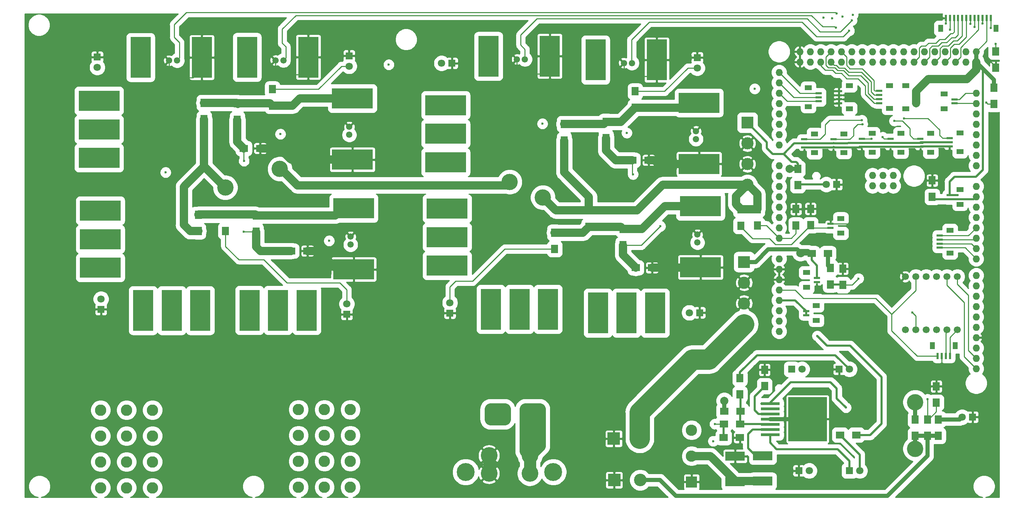
<source format=gbr>
G04 #@! TF.GenerationSoftware,KiCad,Pcbnew,5.1.2-f72e74a~84~ubuntu16.04.1*
G04 #@! TF.CreationDate,2019-05-07T21:52:54+05:30*
G04 #@! TF.ProjectId,MasterPcb,4d617374-6572-4506-9362-2e6b69636164,rev?*
G04 #@! TF.SameCoordinates,Original*
G04 #@! TF.FileFunction,Copper,L1,Top*
G04 #@! TF.FilePolarity,Positive*
%FSLAX46Y46*%
G04 Gerber Fmt 4.6, Leading zero omitted, Abs format (unit mm)*
G04 Created by KiCad (PCBNEW 5.1.2-f72e74a~84~ubuntu16.04.1) date 2019-05-07 21:52:54*
%MOMM*%
%LPD*%
G04 APERTURE LIST*
%ADD10C,1.550000*%
%ADD11R,5.000000X10.000000*%
%ADD12R,1.800000X1.800000*%
%ADD13C,1.800000*%
%ADD14R,4.800000X2.286000*%
%ADD15R,0.600000X1.550000*%
%ADD16R,1.200000X1.800000*%
%ADD17R,2.775000X2.775000*%
%ADD18C,2.775000*%
%ADD19R,1.550000X0.600000*%
%ADD20R,1.800000X1.200000*%
%ADD21C,3.000000*%
%ADD22R,3.000000X3.000000*%
%ADD23C,2.790000*%
%ADD24R,3.075000X3.075000*%
%ADD25C,3.075000*%
%ADD26C,4.100000*%
%ADD27C,4.400000*%
%ADD28R,2.000000X1.700000*%
%ADD29R,1.700000X2.000000*%
%ADD30R,4.600000X0.800000*%
%ADD31R,9.400000X10.800000*%
%ADD32R,4.550000X5.250000*%
%ADD33O,1.727200X1.727200*%
%ADD34C,1.700000*%
%ADD35C,2.400000*%
%ADD36R,10.000000X5.000000*%
%ADD37C,2.000000*%
%ADD38C,0.600000*%
%ADD39C,4.000000*%
%ADD40C,0.500000*%
%ADD41C,2.000000*%
%ADD42C,0.250000*%
%ADD43C,3.000000*%
%ADD44C,1.000000*%
%ADD45C,5.000000*%
%ADD46C,0.254000*%
G04 APERTURE END LIST*
D10*
X85362400Y-32721600D03*
X83412400Y-32721600D03*
D11*
X91052400Y-94001600D03*
X84052400Y-94001600D03*
X77052400Y-94001600D03*
X91452400Y-31951600D03*
X76452400Y-31951600D03*
D12*
X223977200Y-133350000D03*
D13*
X226517200Y-133350000D03*
D14*
X202742800Y-129691200D03*
X202742800Y-135891200D03*
X195986400Y-129792800D03*
X195986400Y-135992800D03*
D12*
X209804000Y-108458000D03*
D13*
X212344000Y-108458000D03*
D12*
X186690000Y-32054800D03*
D13*
X186690000Y-34594800D03*
D12*
X100888800Y-94996000D03*
D13*
X100888800Y-92456000D03*
D12*
X221437200Y-108458000D03*
D13*
X223977200Y-108458000D03*
D12*
X126136400Y-94691200D03*
D13*
X126136400Y-92151200D03*
D12*
X101447600Y-31597600D03*
D13*
X101447600Y-34137600D03*
D12*
X211582000Y-133350000D03*
D13*
X214122000Y-133350000D03*
D12*
X126644400Y-33426400D03*
D13*
X124104400Y-33426400D03*
D12*
X39776400Y-31902400D03*
D13*
X39776400Y-34442400D03*
D12*
X220827600Y-63144400D03*
D13*
X218287600Y-63144400D03*
D12*
X187299600Y-94589600D03*
D13*
X184759600Y-94589600D03*
D12*
X40690800Y-93776800D03*
D13*
X40690800Y-91236800D03*
D12*
X254116600Y-120183800D03*
D13*
X251576600Y-120183800D03*
D15*
X245591200Y-105211000D03*
X246591200Y-105211000D03*
X247591200Y-105211000D03*
X248591200Y-105211000D03*
D16*
X244291200Y-102686000D03*
X249891200Y-102686000D03*
D17*
X185318400Y-136093200D03*
D18*
X185318400Y-129743200D03*
X185318400Y-123393200D03*
D19*
X231237400Y-40206800D03*
X231237400Y-41206800D03*
X231237400Y-42206800D03*
X231237400Y-43206800D03*
D20*
X233762400Y-38906800D03*
X233762400Y-44506800D03*
D19*
X246071000Y-75665200D03*
X246071000Y-76665200D03*
X246071000Y-77665200D03*
X246071000Y-78665200D03*
D20*
X248596000Y-74365200D03*
X248596000Y-79965200D03*
D19*
X249737000Y-43273600D03*
X249737000Y-42273600D03*
D20*
X247212000Y-44573600D03*
X247212000Y-40973600D03*
D19*
X240339000Y-43257600D03*
X240339000Y-42257600D03*
X240339000Y-41257600D03*
X240339000Y-40257600D03*
D20*
X237814000Y-44557600D03*
X237814000Y-38957600D03*
D19*
X221433000Y-40257600D03*
X221433000Y-41257600D03*
X221433000Y-42257600D03*
X221433000Y-43257600D03*
D20*
X223958000Y-38957600D03*
X223958000Y-44557600D03*
D19*
X213355800Y-94191200D03*
X213355800Y-95191200D03*
D20*
X215880800Y-92891200D03*
X215880800Y-96491200D03*
D21*
X198983600Y-53086000D03*
X198983600Y-58166000D03*
D22*
X198983600Y-48006000D03*
D21*
X198983600Y-63246000D03*
D23*
X101752400Y-118364000D03*
X95402400Y-118364000D03*
X89052400Y-118364000D03*
X101752400Y-124714000D03*
X95402400Y-124714000D03*
X89052400Y-124714000D03*
X101752400Y-131064000D03*
X95402400Y-131064000D03*
X89052400Y-131064000D03*
X101752400Y-137414000D03*
X95402400Y-137414000D03*
X89052400Y-137414000D03*
D24*
X166370000Y-135636000D03*
D25*
X172720000Y-135636000D03*
D23*
X53289200Y-118465600D03*
X46939200Y-118465600D03*
X40589200Y-118465600D03*
X53289200Y-124815600D03*
X46939200Y-124815600D03*
X40589200Y-124815600D03*
X53289200Y-131165600D03*
X46939200Y-131165600D03*
X40589200Y-131165600D03*
X53289200Y-137515600D03*
X46939200Y-137515600D03*
X40589200Y-137515600D03*
D24*
X166268400Y-125476000D03*
D25*
X172618400Y-125476000D03*
D19*
X219350200Y-72804400D03*
X219350200Y-73804400D03*
D20*
X221875200Y-71504400D03*
X221875200Y-75104400D03*
D19*
X216005800Y-87063200D03*
X216005800Y-86063200D03*
D20*
X213480800Y-88363200D03*
X213480800Y-84763200D03*
D21*
X198170800Y-87223600D03*
X198170800Y-92303600D03*
D22*
X198170800Y-82143600D03*
D21*
X198170800Y-97383600D03*
D26*
X145716000Y-129610000D03*
X145716000Y-134010000D03*
X135716000Y-129610000D03*
X135716000Y-134010000D03*
D27*
X129986000Y-133660000D03*
X151446000Y-133660000D03*
D28*
X225672400Y-124561600D03*
X221672400Y-124561600D03*
D29*
X203200000Y-112591600D03*
X203200000Y-108591600D03*
X171500800Y-40316400D03*
X171500800Y-44316400D03*
X71170800Y-74542400D03*
X71170800Y-70542400D03*
X197154800Y-110623600D03*
X197154800Y-114623600D03*
X151790400Y-78962000D03*
X151790400Y-74962000D03*
X82651600Y-39808400D03*
X82651600Y-43808400D03*
X211328000Y-63315600D03*
X211328000Y-59315600D03*
X197358000Y-73272400D03*
X197358000Y-69272400D03*
X154127200Y-48342800D03*
X154127200Y-52342800D03*
X160172400Y-73526400D03*
X160172400Y-69526400D03*
X64516000Y-70593200D03*
X64516000Y-74593200D03*
X65938400Y-43161200D03*
X65938400Y-47161200D03*
D28*
X197326000Y-118719600D03*
X193326000Y-118719600D03*
D29*
X214477600Y-69120000D03*
X214477600Y-73120000D03*
X245745000Y-120758200D03*
X245745000Y-124758200D03*
X201422000Y-69221600D03*
X201422000Y-73221600D03*
X210870800Y-73170800D03*
X210870800Y-69170800D03*
X164388800Y-47784000D03*
X164388800Y-51784000D03*
D28*
X170821600Y-57200800D03*
X174821600Y-57200800D03*
D29*
X168503600Y-74047600D03*
X168503600Y-78047600D03*
D28*
X171634400Y-83566000D03*
X175634400Y-83566000D03*
D29*
X78689200Y-70745600D03*
X78689200Y-74745600D03*
D28*
X87255600Y-79451200D03*
X91255600Y-79451200D03*
D29*
X74066400Y-43262800D03*
X74066400Y-47262800D03*
D28*
X75673200Y-54305200D03*
X79673200Y-54305200D03*
D29*
X259791200Y-30512000D03*
X259791200Y-34512000D03*
X259384800Y-43402000D03*
X259384800Y-39402000D03*
D28*
X197224400Y-121869200D03*
X193224400Y-121869200D03*
X193173600Y-125222000D03*
X197173600Y-125222000D03*
D29*
X240080800Y-124783600D03*
X240080800Y-120783600D03*
X243103400Y-124809000D03*
X243103400Y-120809000D03*
X245262400Y-116655600D03*
X245262400Y-112655600D03*
X244246400Y-62160400D03*
X244246400Y-66160400D03*
D28*
X218712800Y-80060800D03*
X214712800Y-80060800D03*
D29*
X219303600Y-83648800D03*
X219303600Y-87648800D03*
X222351600Y-87801200D03*
X222351600Y-83801200D03*
D19*
X248509400Y-65743200D03*
X248509400Y-66743200D03*
D20*
X251034400Y-64443200D03*
X251034400Y-68043200D03*
D30*
X204587800Y-116890800D03*
X204587800Y-118160800D03*
X204587800Y-119430800D03*
X204587800Y-120700800D03*
X204587800Y-121970800D03*
X204587800Y-123240800D03*
X204587800Y-124510800D03*
D31*
X213737800Y-120700800D03*
D32*
X216162800Y-123475800D03*
X211312800Y-117925800D03*
X216162800Y-117925800D03*
X211312800Y-123475800D03*
D33*
X229616000Y-63474600D03*
X229616000Y-60934600D03*
X232156000Y-60934600D03*
X232156000Y-63474600D03*
X234696000Y-60934600D03*
X206756000Y-76301600D03*
X206756000Y-81381600D03*
X206756000Y-83921600D03*
X206756000Y-86461600D03*
X206756000Y-89001600D03*
X206756000Y-91541600D03*
X206756000Y-94081600D03*
X206756000Y-96621600D03*
X255016000Y-40741600D03*
X255016000Y-43281600D03*
X255016000Y-45821600D03*
X255016000Y-48361600D03*
X255016000Y-50901600D03*
X255016000Y-53441600D03*
X255016000Y-55981600D03*
X255016000Y-58521600D03*
X255016000Y-63601600D03*
X255016000Y-66141600D03*
X255016000Y-68681600D03*
X255016000Y-71221600D03*
X255016000Y-73761600D03*
X255016000Y-76301600D03*
X255016000Y-78841600D03*
X255016000Y-81381600D03*
X255016000Y-100685600D03*
X255016000Y-85445600D03*
X255016000Y-87985600D03*
X255016000Y-90525600D03*
X255016000Y-108305600D03*
X255016000Y-105765600D03*
X255016000Y-103225600D03*
X255016000Y-98145600D03*
X255016000Y-95605600D03*
X255016000Y-93065600D03*
X206756000Y-99161600D03*
X206756000Y-73761600D03*
X206756000Y-71221600D03*
X206756000Y-68681600D03*
X206756000Y-66141600D03*
X206756000Y-63601600D03*
X206756000Y-61061600D03*
X206756000Y-58521600D03*
X206756000Y-53441600D03*
X206756000Y-50901600D03*
X206756000Y-48361600D03*
X206756000Y-45821600D03*
X206756000Y-43281600D03*
X206756000Y-40741600D03*
X206756000Y-38201600D03*
X206756000Y-35661600D03*
X255016000Y-33121600D03*
X255016000Y-30581600D03*
X252476000Y-33121600D03*
X252476000Y-30581600D03*
X249936000Y-33121600D03*
X249936000Y-30581600D03*
X247396000Y-33121600D03*
X247396000Y-30581600D03*
X244856000Y-33121600D03*
X244856000Y-30581600D03*
X242316000Y-33121600D03*
X242316000Y-30581600D03*
X239776000Y-33121600D03*
X239776000Y-30581600D03*
X237236000Y-33121600D03*
X237236000Y-30581600D03*
X234696000Y-33121600D03*
X234696000Y-30581600D03*
X232156000Y-33121600D03*
X232156000Y-30581600D03*
X229616000Y-33121600D03*
X229616000Y-30581600D03*
X227076000Y-33121600D03*
X227076000Y-30581600D03*
X224536000Y-33121600D03*
X224536000Y-30581600D03*
X221996000Y-33121600D03*
X221996000Y-30581600D03*
X219456000Y-33121600D03*
X219456000Y-30581600D03*
X216916000Y-33121600D03*
X216916000Y-30581600D03*
X214376000Y-33121600D03*
X214376000Y-30581600D03*
X211836000Y-33121600D03*
X211836000Y-30581600D03*
X234696000Y-63474600D03*
D19*
X248509400Y-51832000D03*
X248509400Y-52832000D03*
X248509400Y-53832000D03*
D20*
X251034400Y-50532000D03*
X251034400Y-55132000D03*
D19*
X241346600Y-51933600D03*
X241346600Y-52933600D03*
X241346600Y-53933600D03*
D20*
X243871600Y-50633600D03*
X243871600Y-55233600D03*
D19*
X234031400Y-51933600D03*
X234031400Y-52933600D03*
X234031400Y-53933600D03*
D20*
X236556400Y-50633600D03*
X236556400Y-55233600D03*
D19*
X227021000Y-51933600D03*
X227021000Y-52933600D03*
X227021000Y-53933600D03*
D20*
X229546000Y-50633600D03*
X229546000Y-55233600D03*
D19*
X220061400Y-52035200D03*
X220061400Y-53035200D03*
X220061400Y-54035200D03*
D20*
X222586400Y-50735200D03*
X222586400Y-55335200D03*
D19*
X212898600Y-52086000D03*
X212898600Y-53086000D03*
X212898600Y-54086000D03*
D20*
X215423600Y-50786000D03*
X215423600Y-55386000D03*
D15*
X258585600Y-22347800D03*
X257585600Y-22347800D03*
X256585600Y-22347800D03*
X255585600Y-22347800D03*
X254585600Y-22347800D03*
X253585600Y-22347800D03*
X252585600Y-22347800D03*
X251585600Y-22347800D03*
X250585600Y-22347800D03*
X249585600Y-22347800D03*
X248585600Y-22347800D03*
X247585600Y-22347800D03*
D16*
X259885600Y-24872800D03*
X246285600Y-24872800D03*
D19*
X216463000Y-42757600D03*
X216463000Y-41757600D03*
X216463000Y-40757600D03*
D20*
X213938000Y-44057600D03*
X213938000Y-39457600D03*
D34*
X237693200Y-98750400D03*
X240233200Y-98750400D03*
X245313200Y-98750400D03*
X242773200Y-98750400D03*
X250393200Y-98750400D03*
X247853200Y-98750400D03*
X247853200Y-85750400D03*
X250393200Y-85750400D03*
X242773200Y-85750400D03*
X245313200Y-85750400D03*
X240233200Y-85750400D03*
X237693200Y-85750400D03*
D35*
X148127600Y-118231600D03*
X148127600Y-120731600D03*
X144627600Y-118231600D03*
X144627600Y-120731600D03*
X139547600Y-118231600D03*
X139547600Y-120731600D03*
X136047600Y-118231600D03*
X136047600Y-120731600D03*
D10*
X59302000Y-32772400D03*
X57352000Y-32772400D03*
D11*
X64992000Y-94052400D03*
X57992000Y-94052400D03*
X50992000Y-94052400D03*
X65392000Y-32002400D03*
X50392000Y-32002400D03*
D10*
X101492000Y-50965200D03*
X101492000Y-49015200D03*
D36*
X40212000Y-56655200D03*
X40212000Y-49655200D03*
X40212000Y-42655200D03*
X102262000Y-57055200D03*
X102262000Y-42055200D03*
D10*
X101796800Y-77889200D03*
X101796800Y-75939200D03*
D36*
X40516800Y-83579200D03*
X40516800Y-76579200D03*
X40516800Y-69579200D03*
X102566800Y-83979200D03*
X102566800Y-68979200D03*
D10*
X144493600Y-32467600D03*
X142543600Y-32467600D03*
D11*
X150183600Y-93747600D03*
X143183600Y-93747600D03*
X136183600Y-93747600D03*
X150583600Y-31697600D03*
X135583600Y-31697600D03*
D10*
X170706400Y-33382000D03*
X168756400Y-33382000D03*
D11*
X176396400Y-94662000D03*
X169396400Y-94662000D03*
X162396400Y-94662000D03*
X176796400Y-32612000D03*
X161796400Y-32612000D03*
D10*
X186378800Y-52032000D03*
X186378800Y-50082000D03*
D36*
X125098800Y-57722000D03*
X125098800Y-50722000D03*
X125098800Y-43722000D03*
X187148800Y-58122000D03*
X187148800Y-43122000D03*
D10*
X186734400Y-77381200D03*
X186734400Y-75431200D03*
D36*
X125454400Y-83071200D03*
X125454400Y-76071200D03*
X125454400Y-69071200D03*
X187504400Y-83471200D03*
X187504400Y-68471200D03*
D37*
X189382400Y-115214400D03*
D38*
X248513600Y-58318400D03*
X258267200Y-32715200D03*
X258572000Y-24790400D03*
X213258400Y-129794000D03*
X220980000Y-120751600D03*
X224536000Y-72796400D03*
X254609600Y-24485600D03*
X247599200Y-23672800D03*
X213737800Y-120700800D03*
X205384400Y-132638800D03*
D37*
X193326000Y-116179600D03*
D39*
X240080800Y-116535200D03*
X84480400Y-59334400D03*
X148894800Y-66344800D03*
X140766800Y-62534800D03*
X71120000Y-63906400D03*
D38*
X250444000Y-65786000D03*
X216103200Y-100279200D03*
X239369600Y-94538800D03*
X223113600Y-117856000D03*
X237388400Y-46939200D03*
D37*
X209365600Y-59315600D03*
D38*
X235000800Y-47548800D03*
X232105200Y-51562000D03*
X229362000Y-51933600D03*
X227177600Y-48361600D03*
X227025200Y-47396400D03*
D37*
X211937600Y-79959200D03*
D38*
X170992800Y-60655200D03*
X177647600Y-73406000D03*
X148793200Y-48260000D03*
X169468800Y-50495200D03*
X75641200Y-74726800D03*
X75692000Y-57404000D03*
X56489600Y-60198000D03*
X200761600Y-39674800D03*
X84632800Y-50800000D03*
X256590800Y-23672800D03*
X259791200Y-28651200D03*
X248615200Y-25196800D03*
X257505200Y-43027600D03*
X191008000Y-121869200D03*
X190601600Y-126085600D03*
D39*
X240080800Y-127965200D03*
D38*
X243078000Y-115824000D03*
X226212400Y-86207600D03*
X224840800Y-21590000D03*
X222250000Y-21996400D03*
X253593600Y-23723600D03*
X220675200Y-24688800D03*
X224586800Y-22910800D03*
X220827600Y-21234400D03*
X223926400Y-25450800D03*
X217627200Y-22199600D03*
X219760800Y-22402800D03*
X111150400Y-33782000D03*
X96570800Y-76962000D03*
D40*
X204587800Y-124510800D02*
X204587800Y-126508200D01*
X223977200Y-130962400D02*
X223977200Y-133350000D01*
X221081600Y-128066800D02*
X223977200Y-130962400D01*
X206146400Y-128066800D02*
X221081600Y-128066800D01*
X204587800Y-126508200D02*
X206146400Y-128066800D01*
X226517200Y-133350000D02*
X226517200Y-129406400D01*
X226517200Y-129406400D02*
X221672400Y-124561600D01*
X204587800Y-123240800D02*
X200253600Y-123240800D01*
X199136000Y-127812800D02*
X201014400Y-129691200D01*
X199136000Y-124358400D02*
X199136000Y-127812800D01*
X200253600Y-123240800D02*
X199136000Y-124358400D01*
X201014400Y-129691200D02*
X202742800Y-129691200D01*
D41*
X202742800Y-135891200D02*
X196088000Y-135891200D01*
X196088000Y-135891200D02*
X189940000Y-129743200D01*
X189940000Y-129743200D02*
X185318400Y-129743200D01*
D40*
X202641200Y-135992800D02*
X202742800Y-135891200D01*
D42*
X168756400Y-33382000D02*
X168756400Y-35558800D01*
X169824400Y-36626800D02*
X175531600Y-36626800D01*
X168756400Y-35558800D02*
X169824400Y-36626800D01*
X175531600Y-36626800D02*
X176796400Y-35362000D01*
X142543600Y-32467600D02*
X142543600Y-34949200D01*
X143611600Y-36017200D02*
X149014000Y-36017200D01*
X142543600Y-34949200D02*
X143611600Y-36017200D01*
X149014000Y-36017200D02*
X150583600Y-34447600D01*
X83412400Y-32721600D02*
X83412400Y-35000000D01*
X84632800Y-36220400D02*
X89933600Y-36220400D01*
X83412400Y-35000000D02*
X84632800Y-36220400D01*
X89933600Y-36220400D02*
X91452400Y-34701600D01*
X57352000Y-32772400D02*
X57352000Y-35812800D01*
X58470800Y-36931600D02*
X63212800Y-36931600D01*
X57352000Y-35812800D02*
X58470800Y-36931600D01*
X63212800Y-36931600D02*
X65392000Y-34752400D01*
D40*
X227021000Y-53933600D02*
X234031400Y-53933600D01*
X220061400Y-54035200D02*
X226919400Y-54035200D01*
X226919400Y-54035200D02*
X227021000Y-53933600D01*
X212898600Y-54086000D02*
X220010600Y-54086000D01*
X220010600Y-54086000D02*
X220163000Y-53933600D01*
D42*
X233476800Y-89966800D02*
X237693200Y-85750400D01*
X217271600Y-89966800D02*
X233476800Y-89966800D01*
X216005800Y-88701000D02*
X217271600Y-89966800D01*
X216005800Y-87063200D02*
X216005800Y-88701000D01*
D40*
X248509400Y-58314200D02*
X248509400Y-53832000D01*
X248509400Y-58314200D02*
X248513600Y-58318400D01*
D42*
X259791200Y-34239200D02*
X258267200Y-32715200D01*
X258585600Y-22347800D02*
X258585600Y-24776800D01*
X258585600Y-24776800D02*
X258572000Y-24790400D01*
D40*
X234031400Y-53933600D02*
X241346600Y-53933600D01*
X241346600Y-53933600D02*
X241448200Y-53832000D01*
X241448200Y-53832000D02*
X248509400Y-53832000D01*
X211582000Y-133350000D02*
X211582000Y-131470400D01*
X211582000Y-131470400D02*
X213258400Y-129794000D01*
X220929200Y-120700800D02*
X213737800Y-120700800D01*
X220929200Y-120700800D02*
X220980000Y-120751600D01*
D42*
X246591200Y-105211000D02*
X246591200Y-107992800D01*
X245262400Y-109321600D02*
X245262400Y-112655600D01*
X246591200Y-107992800D02*
X245262400Y-109321600D01*
X219350200Y-72804400D02*
X224528000Y-72804400D01*
X224528000Y-72804400D02*
X224536000Y-72796400D01*
D43*
X135716000Y-134010000D02*
X135716000Y-129610000D01*
D42*
X254585600Y-24461600D02*
X254585600Y-22347800D01*
X254585600Y-24461600D02*
X254609600Y-24485600D01*
X259791200Y-34512000D02*
X259791200Y-34239200D01*
X247585600Y-23659200D02*
X247599200Y-23672800D01*
X247585600Y-22347800D02*
X247585600Y-23659200D01*
D44*
X204587800Y-120700800D02*
X213737800Y-120700800D01*
D42*
X241448200Y-53832000D02*
X241346600Y-53933600D01*
X227021000Y-53933600D02*
X226919400Y-54035200D01*
X212949400Y-54035200D02*
X212898600Y-54086000D01*
X220010600Y-54086000D02*
X220163000Y-53933600D01*
D41*
X175634400Y-83566000D02*
X184659600Y-83566000D01*
X184659600Y-83566000D02*
X184754400Y-83471200D01*
X174821600Y-57200800D02*
X176225200Y-57200800D01*
X177146400Y-58122000D02*
X184398800Y-58122000D01*
X176225200Y-57200800D02*
X177146400Y-58122000D01*
X91255600Y-79451200D02*
X93980000Y-79451200D01*
X93980000Y-79451200D02*
X98508000Y-83979200D01*
X98508000Y-83979200D02*
X99816800Y-83979200D01*
X79673200Y-54305200D02*
X84480400Y-54305200D01*
X87230400Y-57055200D02*
X99512000Y-57055200D01*
X84480400Y-54305200D02*
X87230400Y-57055200D01*
D42*
X171500800Y-40316400D02*
X178682400Y-40316400D01*
X184404000Y-34594800D02*
X186690000Y-34594800D01*
X178682400Y-40316400D02*
X184404000Y-34594800D01*
X100888800Y-92456000D02*
X100888800Y-88950800D01*
X71170800Y-78333600D02*
X71170800Y-74542400D01*
X74422000Y-81584800D02*
X71170800Y-78333600D01*
X80568800Y-81584800D02*
X74422000Y-81584800D01*
X86258400Y-87274400D02*
X80568800Y-81584800D01*
X99212400Y-87274400D02*
X86258400Y-87274400D01*
X100888800Y-88950800D02*
X99212400Y-87274400D01*
D40*
X197154800Y-110623600D02*
X197154800Y-109220000D01*
X220522800Y-105003600D02*
X223977200Y-108458000D01*
X201371200Y-105003600D02*
X220522800Y-105003600D01*
X197154800Y-109220000D02*
X201371200Y-105003600D01*
D42*
X151790400Y-78962000D02*
X139579600Y-78962000D01*
X126136400Y-88239600D02*
X126136400Y-92151200D01*
X127508000Y-86868000D02*
X126136400Y-88239600D01*
X131673600Y-86868000D02*
X127508000Y-86868000D01*
X139579600Y-78962000D02*
X131673600Y-86868000D01*
X82651600Y-39808400D02*
X93897200Y-39808400D01*
X99568000Y-34137600D02*
X101447600Y-34137600D01*
X93897200Y-39808400D02*
X99568000Y-34137600D01*
D40*
X218287600Y-63144400D02*
X211499200Y-63144400D01*
X211499200Y-63144400D02*
X211328000Y-63315600D01*
D44*
X245745000Y-120758200D02*
X251002200Y-120758200D01*
X251002200Y-120758200D02*
X251576600Y-120183800D01*
X193326000Y-118719600D02*
X193326000Y-116179600D01*
X193326000Y-116179600D02*
X193326000Y-116147600D01*
X240080800Y-120783600D02*
X240080800Y-116535200D01*
D41*
X84480400Y-59334400D02*
X84785200Y-59334400D01*
X88798400Y-63347600D02*
X92354400Y-63347600D01*
X84785200Y-59334400D02*
X88798400Y-63347600D01*
X148894800Y-66344800D02*
X152076400Y-69526400D01*
X152076400Y-69526400D02*
X160172400Y-69526400D01*
X139954000Y-63347600D02*
X140766800Y-62534800D01*
X92354400Y-63347600D02*
X139954000Y-63347600D01*
X65938400Y-58724800D02*
X71120000Y-63906400D01*
X160172400Y-69526400D02*
X171976800Y-69526400D01*
X171976800Y-69526400D02*
X178257200Y-63246000D01*
X178257200Y-63246000D02*
X198983600Y-63246000D01*
D43*
X136047600Y-118231600D02*
X136047600Y-120731600D01*
X136047600Y-120731600D02*
X139547600Y-120731600D01*
X139547600Y-120731600D02*
X139547600Y-118231600D01*
X139547600Y-118231600D02*
X136047600Y-118231600D01*
D41*
X201422000Y-65532000D02*
X201422000Y-69221600D01*
X199136000Y-63246000D02*
X201422000Y-65532000D01*
X198983600Y-63246000D02*
X199136000Y-63246000D01*
X196189600Y-66040000D02*
X198983600Y-63246000D01*
X196189600Y-68002400D02*
X196189600Y-66040000D01*
X197408800Y-69221600D02*
X196189600Y-68002400D01*
X201422000Y-69221600D02*
X197408800Y-69221600D01*
D44*
X193326000Y-116147600D02*
X193344800Y-116128800D01*
D41*
X65938400Y-58674000D02*
X65938400Y-58724800D01*
X160172400Y-69526400D02*
X160172400Y-66192400D01*
X154127200Y-60147200D02*
X154127200Y-52342800D01*
X160172400Y-66192400D02*
X154127200Y-60147200D01*
X65938400Y-47161200D02*
X65938400Y-58674000D01*
X62502800Y-74593200D02*
X64516000Y-74593200D01*
X60960000Y-73050400D02*
X62502800Y-74593200D01*
X60960000Y-63703200D02*
X60960000Y-73050400D01*
X65938400Y-58724800D02*
X60960000Y-63703200D01*
D43*
X148127600Y-120731600D02*
X148127600Y-120756800D01*
X148127600Y-120756800D02*
X145716000Y-123168400D01*
X145716000Y-123168400D02*
X145716000Y-129610000D01*
X148127600Y-120731600D02*
X148127600Y-127198400D01*
X148127600Y-127198400D02*
X145716000Y-129610000D01*
X144627600Y-120731600D02*
X144627600Y-128521600D01*
X144627600Y-128521600D02*
X145716000Y-129610000D01*
X145716000Y-134010000D02*
X145716000Y-129610000D01*
X144627600Y-118231600D02*
X148127600Y-118231600D01*
X148127600Y-118231600D02*
X148127600Y-120731600D01*
X148127600Y-120731600D02*
X144627600Y-120731600D01*
X144627600Y-120731600D02*
X144627600Y-118231600D01*
D40*
X248509400Y-65743200D02*
X250401200Y-65743200D01*
X250401200Y-65743200D02*
X250444000Y-65786000D01*
D44*
X259384800Y-39402000D02*
X259384800Y-37490400D01*
X259384800Y-37490400D02*
X255016000Y-33121600D01*
X255016000Y-33121600D02*
X255016000Y-30581600D01*
D42*
X206756000Y-89001600D02*
X210667600Y-89001600D01*
X230428800Y-91084400D02*
X234340400Y-94996000D01*
X212750400Y-91084400D02*
X230428800Y-91084400D01*
X210667600Y-89001600D02*
X212750400Y-91084400D01*
X245591200Y-105211000D02*
X240542200Y-105211000D01*
X234340400Y-99009200D02*
X234340400Y-94996000D01*
X240542200Y-105211000D02*
X234340400Y-99009200D01*
X240233200Y-89103200D02*
X240233200Y-85750400D01*
X234340400Y-94996000D02*
X240233200Y-89103200D01*
D41*
X240339000Y-43257600D02*
X240339000Y-42257600D01*
X240339000Y-42257600D02*
X240339000Y-41257600D01*
X240339000Y-41257600D02*
X240339000Y-40257600D01*
X240339000Y-40257600D02*
X243309400Y-37287200D01*
X243309400Y-37287200D02*
X252730000Y-37287200D01*
X252730000Y-37287200D02*
X255016000Y-35001200D01*
X255016000Y-35001200D02*
X255016000Y-33121600D01*
D40*
X229057200Y-124561600D02*
X225672400Y-124561600D01*
X216103200Y-100279200D02*
X218490800Y-102666800D01*
X224129600Y-102666800D02*
X218490800Y-102666800D01*
X231851200Y-110388400D02*
X224129600Y-102666800D01*
X231851200Y-121767600D02*
X231851200Y-110388400D01*
X229057200Y-124561600D02*
X231851200Y-121767600D01*
X252374400Y-61264800D02*
X249682000Y-61264800D01*
X256692400Y-34950400D02*
X256692400Y-59537600D01*
X256692400Y-59537600D02*
X254965200Y-61264800D01*
X254965200Y-61264800D02*
X252374400Y-61264800D01*
X255016000Y-33274000D02*
X256692400Y-34950400D01*
X248509400Y-62437400D02*
X248509400Y-65743200D01*
X249682000Y-61264800D02*
X248509400Y-62437400D01*
X255016000Y-33121600D02*
X255016000Y-33274000D01*
D42*
X257585600Y-22347800D02*
X257585600Y-28012000D01*
X257585600Y-28012000D02*
X255016000Y-30581600D01*
X247591200Y-105211000D02*
X247591200Y-99012400D01*
X247591200Y-99012400D02*
X247853200Y-98750400D01*
X248591200Y-105211000D02*
X248591200Y-100608000D01*
X248591200Y-100608000D02*
X250393200Y-98806000D01*
X250393200Y-98806000D02*
X250393200Y-98750400D01*
X216463000Y-42757600D02*
X208772000Y-42757600D01*
X208772000Y-42757600D02*
X206756000Y-40741600D01*
X216463000Y-41757600D02*
X210312000Y-41757600D01*
X210312000Y-41757600D02*
X206756000Y-38201600D01*
X216463000Y-40757600D02*
X211852000Y-40757600D01*
X211852000Y-40757600D02*
X206756000Y-35661600D01*
X231237400Y-40206800D02*
X230249600Y-40206800D01*
X230249600Y-40206800D02*
X230022400Y-39979600D01*
X230022400Y-39979600D02*
X230022400Y-37642800D01*
X230022400Y-37642800D02*
X227126800Y-34747200D01*
X227126800Y-34747200D02*
X224078800Y-34747200D01*
X224078800Y-34747200D02*
X223266000Y-33934400D01*
X223266000Y-33934400D02*
X223266000Y-31851600D01*
X223266000Y-31851600D02*
X221996000Y-30581600D01*
X231237400Y-41206800D02*
X230081200Y-41206800D01*
X220218000Y-33883600D02*
X219456000Y-33121600D01*
X220726000Y-33883600D02*
X220218000Y-33883600D01*
X221437200Y-34594800D02*
X220726000Y-33883600D01*
X222808800Y-34594800D02*
X221437200Y-34594800D01*
X223824800Y-35610800D02*
X222808800Y-34594800D01*
X226974400Y-35610800D02*
X223824800Y-35610800D01*
X229311200Y-37947600D02*
X226974400Y-35610800D01*
X229311200Y-40436800D02*
X229311200Y-37947600D01*
X230081200Y-41206800D02*
X229311200Y-40436800D01*
X221488000Y-35204400D02*
X221132400Y-35204400D01*
X229963600Y-42206800D02*
X228549200Y-40792400D01*
X228549200Y-40792400D02*
X228549200Y-38252400D01*
X228549200Y-38252400D02*
X226771200Y-36474400D01*
X226771200Y-36474400D02*
X223774000Y-36474400D01*
X223774000Y-36474400D02*
X222504000Y-35204400D01*
X222504000Y-35204400D02*
X221488000Y-35204400D01*
X231237400Y-42206800D02*
X229963600Y-42206800D01*
X218186000Y-31851600D02*
X219456000Y-30581600D01*
X218186000Y-33883600D02*
X218186000Y-31851600D01*
X218795600Y-34493200D02*
X218186000Y-33883600D01*
X220421200Y-34493200D02*
X218795600Y-34493200D01*
X221132400Y-35204400D02*
X220421200Y-34493200D01*
X231237400Y-43206800D02*
X230049200Y-43206800D01*
X218033600Y-35102800D02*
X216916000Y-33985200D01*
X219862400Y-35102800D02*
X218033600Y-35102800D01*
X220624400Y-35864800D02*
X219862400Y-35102800D01*
X221996000Y-35864800D02*
X220624400Y-35864800D01*
X223316800Y-37185600D02*
X221996000Y-35864800D01*
X226060000Y-37185600D02*
X223316800Y-37185600D01*
X227888800Y-39014400D02*
X226060000Y-37185600D01*
X227888800Y-41046400D02*
X227888800Y-39014400D01*
X230049200Y-43206800D02*
X227888800Y-41046400D01*
X216916000Y-33985200D02*
X216916000Y-33121600D01*
X246071000Y-75665200D02*
X253112400Y-75665200D01*
X253112400Y-75665200D02*
X255016000Y-73761600D01*
X246071000Y-76665200D02*
X254652400Y-76665200D01*
X254652400Y-76665200D02*
X255016000Y-76301600D01*
X246071000Y-77665200D02*
X253839600Y-77665200D01*
X253839600Y-77665200D02*
X255016000Y-78841600D01*
X246071000Y-78665200D02*
X252299600Y-78665200D01*
X252299600Y-78665200D02*
X255016000Y-81381600D01*
X249737000Y-43273600D02*
X255008000Y-43273600D01*
X255008000Y-43273600D02*
X255016000Y-43281600D01*
X249737000Y-42273600D02*
X250893200Y-42273600D01*
X252425200Y-40741600D02*
X255016000Y-40741600D01*
X250893200Y-42273600D02*
X252425200Y-40741600D01*
X240233200Y-95402400D02*
X239369600Y-94538800D01*
X240233200Y-98750400D02*
X240233200Y-95402400D01*
D40*
X213355800Y-94191200D02*
X210706200Y-91541600D01*
X210706200Y-91541600D02*
X206756000Y-91541600D01*
X213355800Y-95191200D02*
X213355800Y-94191200D01*
X204587800Y-116890800D02*
X204587800Y-116671400D01*
X204587800Y-116671400D02*
X209600800Y-111658400D01*
X209600800Y-111658400D02*
X219354400Y-111658400D01*
X219354400Y-111658400D02*
X220878400Y-113182400D01*
X220878400Y-113182400D02*
X220878400Y-115620800D01*
X220878400Y-115620800D02*
X223113600Y-117856000D01*
X204587800Y-116890800D02*
X204876400Y-116890800D01*
X204587800Y-116890800D02*
X202387200Y-116890800D01*
D42*
X246802400Y-51832000D02*
X248509400Y-51832000D01*
X237388400Y-46939200D02*
X243230400Y-46939200D01*
X246075200Y-49784000D02*
X243230400Y-46939200D01*
X246075200Y-51104800D02*
X246075200Y-49784000D01*
X246802400Y-51832000D02*
X246075200Y-51104800D01*
D40*
X227021000Y-52933600D02*
X234031400Y-52933600D01*
X220061400Y-53035200D02*
X223570800Y-53035200D01*
X223672400Y-52933600D02*
X227021000Y-52933600D01*
X223570800Y-53035200D02*
X223672400Y-52933600D01*
D44*
X211328000Y-59315600D02*
X209365600Y-59315600D01*
D40*
X203758800Y-52781200D02*
X198983600Y-48006000D01*
X207873600Y-55676800D02*
X205181200Y-55676800D01*
X205181200Y-55676800D02*
X203758800Y-54254400D01*
X203758800Y-54254400D02*
X203758800Y-52781200D01*
X207873600Y-55676800D02*
X209854800Y-57658000D01*
X210464400Y-53086000D02*
X207873600Y-55676800D01*
X212898600Y-53086000D02*
X210464400Y-53086000D01*
X209854800Y-57658000D02*
X210972400Y-57658000D01*
X210972400Y-57658000D02*
X211328000Y-58013600D01*
X211328000Y-58013600D02*
X211328000Y-59315600D01*
X212898600Y-53086000D02*
X220010600Y-53086000D01*
X220010600Y-53086000D02*
X220163000Y-52933600D01*
X234031400Y-52933600D02*
X241346600Y-52933600D01*
X241346600Y-52933600D02*
X241448200Y-52832000D01*
X241448200Y-52832000D02*
X248509400Y-52832000D01*
D42*
X220010600Y-53086000D02*
X220163000Y-52933600D01*
X241346600Y-52933600D02*
X241448200Y-52832000D01*
X227021000Y-52933600D02*
X226919400Y-53035200D01*
X212949400Y-53035200D02*
X212898600Y-53086000D01*
X239639600Y-51933600D02*
X241346600Y-51933600D01*
X235000800Y-47548800D02*
X236931200Y-47548800D01*
X238760000Y-49377600D02*
X236931200Y-47548800D01*
X238760000Y-51054000D02*
X238760000Y-49377600D01*
X239639600Y-51933600D02*
X238760000Y-51054000D01*
X232476800Y-51933600D02*
X234031400Y-51933600D01*
X232105200Y-51562000D02*
X232476800Y-51933600D01*
X227021000Y-51933600D02*
X229362000Y-51933600D01*
X229362000Y-51933600D02*
X229378000Y-51933600D01*
X229378000Y-51933600D02*
X229412800Y-51968400D01*
X220061400Y-52035200D02*
X224094800Y-52035200D01*
X227177600Y-48361600D02*
X226022400Y-48361600D01*
X224974400Y-49409600D02*
X226022400Y-48361600D01*
X224974400Y-51155600D02*
X224974400Y-49409600D01*
X224094800Y-52035200D02*
X224974400Y-51155600D01*
X212898600Y-52086000D02*
X216779600Y-52086000D01*
X227025200Y-47396400D02*
X219151200Y-47396400D01*
X218084400Y-48463200D02*
X219151200Y-47396400D01*
X218084400Y-50781200D02*
X218084400Y-48463200D01*
X216779600Y-52086000D02*
X218084400Y-50781200D01*
D45*
X172618400Y-125476000D02*
X172618400Y-118973600D01*
X189484000Y-106070400D02*
X198170800Y-97383600D01*
X185521600Y-106070400D02*
X189484000Y-106070400D01*
X172618400Y-118973600D02*
X185521600Y-106070400D01*
D42*
X197358000Y-73272400D02*
X197358000Y-73507600D01*
X197358000Y-73507600D02*
X200253600Y-76403200D01*
X200253600Y-76403200D02*
X204419200Y-76403200D01*
X204419200Y-76403200D02*
X205892400Y-77876400D01*
X205892400Y-77876400D02*
X209721200Y-77876400D01*
X209721200Y-77876400D02*
X214477600Y-73120000D01*
X219350200Y-73804400D02*
X215162000Y-73804400D01*
X215162000Y-73804400D02*
X214477600Y-73120000D01*
X214255600Y-73120000D02*
X214477600Y-73120000D01*
D44*
X211937600Y-79959200D02*
X212090000Y-79959200D01*
X212090000Y-79959200D02*
X212098598Y-79959200D01*
D41*
X212098598Y-79959200D02*
X212090000Y-79959200D01*
D44*
X198170800Y-82143600D02*
X201015600Y-82143600D01*
X201015600Y-82143600D02*
X204114400Y-79044800D01*
X211175600Y-79044800D02*
X212090000Y-79959200D01*
X204114400Y-79044800D02*
X211175600Y-79044800D01*
X214712800Y-80060800D02*
X213766400Y-80060800D01*
X213766400Y-80060800D02*
X213207600Y-79502000D01*
X213207600Y-79502000D02*
X212293200Y-79502000D01*
X212191600Y-80060800D02*
X212090000Y-79959200D01*
X212191600Y-80060800D02*
X214712800Y-80060800D01*
D40*
X214712800Y-80060800D02*
X214712800Y-81718400D01*
X214712800Y-81718400D02*
X216005800Y-83011400D01*
X216005800Y-83011400D02*
X216005800Y-86063200D01*
X214634200Y-80139400D02*
X214712800Y-80060800D01*
X198170800Y-82143600D02*
X201015600Y-82143600D01*
X203911200Y-79248000D02*
X213900000Y-79248000D01*
X201015600Y-82143600D02*
X203911200Y-79248000D01*
X213900000Y-79248000D02*
X214712800Y-80060800D01*
X203200000Y-112591600D02*
X203200000Y-112674400D01*
X203200000Y-112674400D02*
X200761600Y-115112800D01*
X200761600Y-115112800D02*
X200761600Y-118516400D01*
X200761600Y-118516400D02*
X201676000Y-119430800D01*
X201676000Y-119430800D02*
X204587800Y-119430800D01*
D41*
X164388800Y-47784000D02*
X168033200Y-47784000D01*
X168033200Y-47784000D02*
X171500800Y-44316400D01*
X171500800Y-44316400D02*
X183204400Y-44316400D01*
X183204400Y-44316400D02*
X184398800Y-43122000D01*
X154127200Y-48342800D02*
X163830000Y-48342800D01*
X183204400Y-44316400D02*
X184398800Y-43122000D01*
X78689200Y-70745600D02*
X98050400Y-70745600D01*
X98050400Y-70745600D02*
X99816800Y-68979200D01*
X71170800Y-70542400D02*
X64566800Y-70542400D01*
X64566800Y-70542400D02*
X64516000Y-70593200D01*
X71170800Y-70542400D02*
X78486000Y-70542400D01*
X78486000Y-70542400D02*
X78689200Y-70745600D01*
D40*
X197224400Y-121869200D02*
X204486200Y-121869200D01*
X204486200Y-121869200D02*
X204587800Y-121970800D01*
X197326000Y-118719600D02*
X197326000Y-114794800D01*
X197326000Y-114794800D02*
X197154800Y-114623600D01*
X197224400Y-121869200D02*
X197224400Y-118821200D01*
X197224400Y-118821200D02*
X197326000Y-118719600D01*
D41*
X168503600Y-74047600D02*
X173145200Y-74047600D01*
X178721600Y-68471200D02*
X184754400Y-68471200D01*
X173145200Y-74047600D02*
X178721600Y-68471200D01*
X160172400Y-73526400D02*
X167982400Y-73526400D01*
X167982400Y-73526400D02*
X168503600Y-74047600D01*
X151790400Y-74962000D02*
X158736800Y-74962000D01*
X158736800Y-74962000D02*
X159651200Y-74047600D01*
X82651600Y-43808400D02*
X87560400Y-43808400D01*
X89313600Y-42055200D02*
X99512000Y-42055200D01*
X87560400Y-43808400D02*
X89313600Y-42055200D01*
X74066400Y-43262800D02*
X82106000Y-43262800D01*
X82106000Y-43262800D02*
X82651600Y-43808400D01*
X65938400Y-43161200D02*
X73964800Y-43161200D01*
X73964800Y-43161200D02*
X74218800Y-43415200D01*
D42*
X210870800Y-73170800D02*
X210870800Y-75184000D01*
X209753200Y-76301600D02*
X206756000Y-76301600D01*
X210870800Y-75184000D02*
X209753200Y-76301600D01*
X201422000Y-73221600D02*
X203676000Y-73221600D01*
X203676000Y-73221600D02*
X206756000Y-76301600D01*
X170992800Y-60655200D02*
X170821600Y-60484000D01*
X170821600Y-60484000D02*
X170821600Y-57200800D01*
D41*
X164388800Y-51784000D02*
X164388800Y-54864000D01*
X166725600Y-57200800D02*
X170821600Y-57200800D01*
X164388800Y-54864000D02*
X166725600Y-57200800D01*
D42*
X173006000Y-78047600D02*
X177647600Y-73406000D01*
X168503600Y-78047600D02*
X173006000Y-78047600D01*
D41*
X168503600Y-78047600D02*
X168503600Y-80435200D01*
X168503600Y-80435200D02*
X171634400Y-83566000D01*
D42*
X78689200Y-74745600D02*
X75660000Y-74745600D01*
X75660000Y-74745600D02*
X75641200Y-74726800D01*
D41*
X78689200Y-74745600D02*
X78689200Y-78435200D01*
X79705200Y-79451200D02*
X87255600Y-79451200D01*
X78689200Y-78435200D02*
X79705200Y-79451200D01*
D42*
X75673200Y-57385200D02*
X75692000Y-57404000D01*
X75673200Y-54305200D02*
X75673200Y-57385200D01*
D41*
X74066400Y-47262800D02*
X74066400Y-52698400D01*
X74066400Y-52698400D02*
X75673200Y-54305200D01*
D42*
X256585600Y-23667600D02*
X256590800Y-23672800D01*
X256585600Y-22347800D02*
X256585600Y-23667600D01*
X259791200Y-28651200D02*
X259791200Y-30512000D01*
X248585600Y-22347800D02*
X248585600Y-25167200D01*
X248585600Y-25167200D02*
X248615200Y-25196800D01*
X257879600Y-43402000D02*
X257505200Y-43027600D01*
X257879600Y-43402000D02*
X259384800Y-43402000D01*
X193224400Y-121869200D02*
X191008000Y-121869200D01*
D40*
X193173600Y-125222000D02*
X193173600Y-121920000D01*
X193173600Y-121920000D02*
X193224400Y-121869200D01*
D44*
X240080800Y-127965200D02*
X240080800Y-124783600D01*
X172720000Y-135636000D02*
X177596800Y-135636000D01*
X243103400Y-129717800D02*
X243103400Y-124809000D01*
X233324400Y-139496800D02*
X243103400Y-129717800D01*
X181457600Y-139496800D02*
X233324400Y-139496800D01*
X177596800Y-135636000D02*
X181457600Y-139496800D01*
X240080800Y-124783600D02*
X243078000Y-124783600D01*
X243078000Y-124783600D02*
X243103400Y-124758200D01*
X243103400Y-124758200D02*
X245745000Y-124758200D01*
D42*
X243103400Y-120809000D02*
X243325400Y-120809000D01*
X243325400Y-120809000D02*
X245262400Y-118872000D01*
X245262400Y-118872000D02*
X245262400Y-116655600D01*
X243103400Y-115849400D02*
X243078000Y-115824000D01*
X243103400Y-120809000D02*
X243103400Y-115849400D01*
D40*
X248509400Y-66743200D02*
X244829200Y-66743200D01*
X244829200Y-66743200D02*
X244246400Y-66160400D01*
X248509400Y-66743200D02*
X254414400Y-66743200D01*
X254414400Y-66743200D02*
X255016000Y-66141600D01*
D44*
X218712800Y-80060800D02*
X218712800Y-83058000D01*
X218712800Y-83058000D02*
X219303600Y-83648800D01*
D40*
X218712800Y-83058000D02*
X219303600Y-83648800D01*
X218712800Y-80060800D02*
X219252800Y-80060800D01*
D42*
X224618800Y-87801200D02*
X226212400Y-86207600D01*
X222351600Y-87801200D02*
X224618800Y-87801200D01*
D40*
X219303600Y-87648800D02*
X222199200Y-87648800D01*
X222199200Y-87648800D02*
X222351600Y-87801200D01*
D42*
X247853200Y-85750400D02*
X247853200Y-87833200D01*
X252069600Y-105359200D02*
X255016000Y-108305600D01*
X252069600Y-92049600D02*
X252069600Y-105359200D01*
X247853200Y-87833200D02*
X252069600Y-92049600D01*
X250393200Y-85750400D02*
X250393200Y-87630000D01*
X253085600Y-103835200D02*
X255016000Y-105765600D01*
X253085600Y-90322400D02*
X253085600Y-103835200D01*
X250393200Y-87630000D02*
X253085600Y-90322400D01*
X255585600Y-22347800D02*
X255585600Y-25186000D01*
X251206000Y-31851600D02*
X249936000Y-33121600D01*
X251206000Y-29565600D02*
X251206000Y-31851600D01*
X255585600Y-25186000D02*
X251206000Y-29565600D01*
X253585600Y-23715600D02*
X253593600Y-23723600D01*
X253585600Y-22347800D02*
X253585600Y-23715600D01*
X252585600Y-22347800D02*
X252585600Y-26966800D01*
X248666000Y-31851600D02*
X247396000Y-33121600D01*
X248666000Y-29718000D02*
X248666000Y-31851600D01*
X249631200Y-28752800D02*
X248666000Y-29718000D01*
X250799600Y-28752800D02*
X249631200Y-28752800D01*
X252585600Y-26966800D02*
X250799600Y-28752800D01*
X251585600Y-22347800D02*
X251585600Y-26744800D01*
X246126000Y-31851600D02*
X244856000Y-33121600D01*
X246126000Y-29819600D02*
X246126000Y-31851600D01*
X246735600Y-29210000D02*
X246126000Y-29819600D01*
X248158000Y-29210000D02*
X246735600Y-29210000D01*
X249430800Y-27937200D02*
X248158000Y-29210000D01*
X250393200Y-27937200D02*
X249430800Y-27937200D01*
X251585600Y-26744800D02*
X250393200Y-27937200D01*
X250585600Y-22347800D02*
X250585600Y-26456000D01*
X243586000Y-31851600D02*
X242316000Y-33121600D01*
X243586000Y-29819600D02*
X243586000Y-31851600D01*
X244246400Y-29159200D02*
X243586000Y-29819600D01*
X245770400Y-29159200D02*
X244246400Y-29159200D01*
X246583200Y-28346400D02*
X245770400Y-29159200D01*
X247802400Y-28346400D02*
X246583200Y-28346400D01*
X249021600Y-27127200D02*
X247802400Y-28346400D01*
X249914400Y-27127200D02*
X249021600Y-27127200D01*
X250585600Y-26456000D02*
X249914400Y-27127200D01*
X249585600Y-22347800D02*
X249585600Y-25801200D01*
X241046000Y-31851600D02*
X239776000Y-33121600D01*
X241046000Y-29718000D02*
X241046000Y-31851600D01*
X241554000Y-29210000D02*
X241046000Y-29718000D01*
X242620800Y-29210000D02*
X241554000Y-29210000D01*
X243332000Y-28498800D02*
X242620800Y-29210000D01*
X245160800Y-28498800D02*
X243332000Y-28498800D01*
X246075200Y-27584400D02*
X245160800Y-28498800D01*
X247345200Y-27584400D02*
X246075200Y-27584400D01*
X248767600Y-26162000D02*
X247345200Y-27584400D01*
X249224800Y-26162000D02*
X248767600Y-26162000D01*
X249585600Y-25801200D02*
X249224800Y-26162000D01*
X85074000Y-25009600D02*
X85074000Y-28482800D01*
X214680800Y-21691600D02*
X217424000Y-24434800D01*
X217424000Y-24434800D02*
X220319600Y-24434800D01*
X220319600Y-24434800D02*
X220573600Y-24688800D01*
X220675200Y-24688800D02*
X220573600Y-24688800D01*
X88392000Y-21691600D02*
X209702400Y-21691600D01*
X85074000Y-25009600D02*
X88392000Y-21691600D01*
X209702400Y-21691600D02*
X214680800Y-21691600D01*
X85953600Y-32130400D02*
X85362400Y-32721600D01*
X85953600Y-29362400D02*
X85953600Y-32130400D01*
X85074000Y-28482800D02*
X85953600Y-29362400D01*
X143468600Y-28965400D02*
X144493600Y-29990400D01*
X144493600Y-32467600D02*
X144493600Y-29990400D01*
X213614000Y-22504400D02*
X216814400Y-25704800D01*
X216814400Y-25704800D02*
X221792800Y-25704800D01*
X221792800Y-25704800D02*
X224586800Y-22910800D01*
X147472400Y-22504400D02*
X209651600Y-22504400D01*
X143468600Y-26508200D02*
X147472400Y-22504400D01*
X209651600Y-22504400D02*
X213614000Y-22504400D01*
X143468600Y-26508200D02*
X143468600Y-28965400D01*
X58648600Y-23952200D02*
X58648600Y-27051000D01*
X59893200Y-32181200D02*
X59302000Y-32772400D01*
X59893200Y-28295600D02*
X59893200Y-32181200D01*
X58648600Y-27051000D02*
X59893200Y-28295600D01*
X58632600Y-23968200D02*
X58648600Y-23952200D01*
X58648600Y-23952200D02*
X61620400Y-20980400D01*
X61620400Y-20980400D02*
X220573600Y-20980400D01*
X220573600Y-20980400D02*
X220827600Y-21234400D01*
X170621200Y-33296800D02*
X170621200Y-27702000D01*
X174955200Y-23368000D02*
X209600800Y-23368000D01*
X170621200Y-27702000D02*
X174955200Y-23368000D01*
X170621200Y-33296800D02*
X170706400Y-33382000D01*
X209600800Y-23368000D02*
X212394800Y-23368000D01*
X222453200Y-26924000D02*
X223926400Y-25450800D01*
X215950800Y-26924000D02*
X222453200Y-26924000D01*
X212394800Y-23368000D02*
X215950800Y-26924000D01*
X209600800Y-23368000D02*
X209651600Y-23368000D01*
D46*
G36*
X57806792Y-23023413D02*
G01*
X57759019Y-23062619D01*
X57719814Y-23110391D01*
X57703817Y-23126388D01*
X57586564Y-23269262D01*
X57470307Y-23486763D01*
X57398717Y-23722766D01*
X57374543Y-23968200D01*
X57396600Y-24192141D01*
X57396601Y-26989495D01*
X57390543Y-27051000D01*
X57409232Y-27240743D01*
X57414717Y-27296435D01*
X57427619Y-27338966D01*
X57486307Y-27532437D01*
X57602564Y-27749938D01*
X57688458Y-27854600D01*
X57759020Y-27940581D01*
X57806787Y-27979783D01*
X58641200Y-28814196D01*
X58641201Y-30987402D01*
X58401065Y-31086869D01*
X58089546Y-31295020D01*
X57908593Y-31475973D01*
X57827444Y-31437732D01*
X57557929Y-31370622D01*
X57280498Y-31357382D01*
X57005816Y-31398521D01*
X56744438Y-31492457D01*
X56625310Y-31556132D01*
X56556756Y-31797551D01*
X57352000Y-32592795D01*
X57366143Y-32578653D01*
X57400000Y-32612510D01*
X57400000Y-32932290D01*
X57366143Y-32966148D01*
X57352000Y-32952005D01*
X56556756Y-33747249D01*
X56625310Y-33988668D01*
X56876556Y-34107068D01*
X57146071Y-34174178D01*
X57423502Y-34187418D01*
X57698184Y-34146279D01*
X57909942Y-34070176D01*
X58089546Y-34249780D01*
X58401065Y-34457931D01*
X58747207Y-34601307D01*
X59114669Y-34674400D01*
X59489331Y-34674400D01*
X59856793Y-34601307D01*
X60202935Y-34457931D01*
X60514454Y-34249780D01*
X60779380Y-33984854D01*
X60987531Y-33673335D01*
X61130907Y-33327193D01*
X61204000Y-32959731D01*
X61204000Y-32585069D01*
X61142119Y-32273976D01*
X61145200Y-32242698D01*
X61145200Y-32242697D01*
X61151257Y-32181201D01*
X61145200Y-32119705D01*
X61145200Y-28357095D01*
X61151257Y-28295599D01*
X61144289Y-28224857D01*
X61127084Y-28050165D01*
X61055493Y-27814162D01*
X61049584Y-27803107D01*
X60939236Y-27596660D01*
X60821983Y-27453787D01*
X60782781Y-27406019D01*
X60735014Y-27366818D01*
X60370596Y-27002400D01*
X62253928Y-27002400D01*
X62257000Y-31716650D01*
X62415750Y-31875400D01*
X65265000Y-31875400D01*
X65265000Y-26526150D01*
X65519000Y-26526150D01*
X65519000Y-31875400D01*
X68368250Y-31875400D01*
X68527000Y-31716650D01*
X68530072Y-27002400D01*
X68525069Y-26951600D01*
X72819947Y-26951600D01*
X72819947Y-36951600D01*
X72841707Y-37172531D01*
X72906150Y-37384971D01*
X73010800Y-37580757D01*
X73151635Y-37752365D01*
X73323243Y-37893200D01*
X73519029Y-37997850D01*
X73731469Y-38062293D01*
X73952400Y-38084053D01*
X78952400Y-38084053D01*
X79173331Y-38062293D01*
X79385771Y-37997850D01*
X79581557Y-37893200D01*
X79753165Y-37752365D01*
X79894000Y-37580757D01*
X79998650Y-37384971D01*
X80063093Y-37172531D01*
X80084853Y-36951600D01*
X88314328Y-36951600D01*
X88326588Y-37076082D01*
X88362898Y-37195780D01*
X88421863Y-37306094D01*
X88501215Y-37402785D01*
X88597906Y-37482137D01*
X88708220Y-37541102D01*
X88827918Y-37577412D01*
X88952400Y-37589672D01*
X91166650Y-37586600D01*
X91325400Y-37427850D01*
X91325400Y-32078600D01*
X91579400Y-32078600D01*
X91579400Y-37427850D01*
X91738150Y-37586600D01*
X93952400Y-37589672D01*
X94076882Y-37577412D01*
X94196580Y-37541102D01*
X94306894Y-37482137D01*
X94403585Y-37402785D01*
X94482937Y-37306094D01*
X94541902Y-37195780D01*
X94578212Y-37076082D01*
X94590472Y-36951600D01*
X94587400Y-32237350D01*
X94428650Y-32078600D01*
X91579400Y-32078600D01*
X91325400Y-32078600D01*
X88476150Y-32078600D01*
X88317400Y-32237350D01*
X88314328Y-36951600D01*
X80084853Y-36951600D01*
X80084853Y-32793102D01*
X81997382Y-32793102D01*
X82038521Y-33067784D01*
X82132457Y-33329162D01*
X82196132Y-33448290D01*
X82437551Y-33516844D01*
X83232795Y-32721600D01*
X82437551Y-31926356D01*
X82196132Y-31994910D01*
X82077732Y-32246156D01*
X82010622Y-32515671D01*
X81997382Y-32793102D01*
X80084853Y-32793102D01*
X80084853Y-26951600D01*
X80063093Y-26730669D01*
X79998650Y-26518229D01*
X79894000Y-26322443D01*
X79753165Y-26150835D01*
X79581557Y-26010000D01*
X79385771Y-25905350D01*
X79173331Y-25840907D01*
X78952400Y-25819147D01*
X73952400Y-25819147D01*
X73731469Y-25840907D01*
X73519029Y-25905350D01*
X73323243Y-26010000D01*
X73151635Y-26150835D01*
X73010800Y-26322443D01*
X72906150Y-26518229D01*
X72841707Y-26730669D01*
X72819947Y-26951600D01*
X68525069Y-26951600D01*
X68517812Y-26877918D01*
X68481502Y-26758220D01*
X68422537Y-26647906D01*
X68343185Y-26551215D01*
X68246494Y-26471863D01*
X68136180Y-26412898D01*
X68016482Y-26376588D01*
X67892000Y-26364328D01*
X65677750Y-26367400D01*
X65519000Y-26526150D01*
X65265000Y-26526150D01*
X65106250Y-26367400D01*
X62892000Y-26364328D01*
X62767518Y-26376588D01*
X62647820Y-26412898D01*
X62537506Y-26471863D01*
X62440815Y-26551215D01*
X62361463Y-26647906D01*
X62302498Y-26758220D01*
X62266188Y-26877918D01*
X62253928Y-27002400D01*
X60370596Y-27002400D01*
X59900600Y-26532405D01*
X59900600Y-24470795D01*
X62138995Y-22232400D01*
X86080605Y-22232400D01*
X84232192Y-24080813D01*
X84184419Y-24120019D01*
X84027964Y-24310662D01*
X83911707Y-24528163D01*
X83840116Y-24764166D01*
X83823699Y-24930857D01*
X83815943Y-25009600D01*
X83822000Y-25071096D01*
X83822001Y-28421295D01*
X83815943Y-28482800D01*
X83833131Y-28657307D01*
X83840117Y-28728235D01*
X83854921Y-28777037D01*
X83911707Y-28964237D01*
X84027964Y-29181738D01*
X84141568Y-29320165D01*
X84184420Y-29372381D01*
X84232187Y-29411582D01*
X84701600Y-29880996D01*
X84701601Y-30936602D01*
X84461465Y-31036069D01*
X84149946Y-31244220D01*
X83968993Y-31425173D01*
X83887844Y-31386932D01*
X83618329Y-31319822D01*
X83340898Y-31306582D01*
X83066216Y-31347721D01*
X82804838Y-31441657D01*
X82685710Y-31505332D01*
X82617156Y-31746751D01*
X83412400Y-32541995D01*
X83426543Y-32527853D01*
X83460400Y-32561710D01*
X83460400Y-32881490D01*
X83426543Y-32915348D01*
X83412400Y-32901205D01*
X82617156Y-33696449D01*
X82685710Y-33937868D01*
X82936956Y-34056268D01*
X83206471Y-34123378D01*
X83483902Y-34136618D01*
X83758584Y-34095479D01*
X83970342Y-34019376D01*
X84149946Y-34198980D01*
X84461465Y-34407131D01*
X84807607Y-34550507D01*
X85175069Y-34623600D01*
X85549731Y-34623600D01*
X85917193Y-34550507D01*
X86263335Y-34407131D01*
X86574854Y-34198980D01*
X86839780Y-33934054D01*
X87047931Y-33622535D01*
X87191307Y-33276393D01*
X87264400Y-32908931D01*
X87264400Y-32534269D01*
X87202519Y-32223176D01*
X87205600Y-32191898D01*
X87205600Y-32191897D01*
X87211657Y-32130401D01*
X87205600Y-32068905D01*
X87205600Y-29423895D01*
X87211657Y-29362399D01*
X87204670Y-29291461D01*
X87187484Y-29116965D01*
X87115893Y-28880962D01*
X87113304Y-28876119D01*
X86999636Y-28663460D01*
X86882383Y-28520587D01*
X86843181Y-28472819D01*
X86795414Y-28433618D01*
X86326000Y-27964205D01*
X86326000Y-26951600D01*
X88314328Y-26951600D01*
X88317400Y-31665850D01*
X88476150Y-31824600D01*
X91325400Y-31824600D01*
X91325400Y-26475350D01*
X91579400Y-26475350D01*
X91579400Y-31824600D01*
X94428650Y-31824600D01*
X94587400Y-31665850D01*
X94588030Y-30697600D01*
X99909528Y-30697600D01*
X99912600Y-31311850D01*
X100071350Y-31470600D01*
X101320600Y-31470600D01*
X101320600Y-30221350D01*
X101574600Y-30221350D01*
X101574600Y-31470600D01*
X102823850Y-31470600D01*
X102982600Y-31311850D01*
X102985672Y-30697600D01*
X102973412Y-30573118D01*
X102937102Y-30453420D01*
X102878137Y-30343106D01*
X102798785Y-30246415D01*
X102702094Y-30167063D01*
X102591780Y-30108098D01*
X102472082Y-30071788D01*
X102347600Y-30059528D01*
X101733350Y-30062600D01*
X101574600Y-30221350D01*
X101320600Y-30221350D01*
X101161850Y-30062600D01*
X100547600Y-30059528D01*
X100423118Y-30071788D01*
X100303420Y-30108098D01*
X100193106Y-30167063D01*
X100096415Y-30246415D01*
X100017063Y-30343106D01*
X99958098Y-30453420D01*
X99921788Y-30573118D01*
X99909528Y-30697600D01*
X94588030Y-30697600D01*
X94590234Y-27315814D01*
X112690600Y-27315814D01*
X112690600Y-27852986D01*
X112795397Y-28379837D01*
X113000964Y-28876119D01*
X113299401Y-29322761D01*
X113679239Y-29702599D01*
X114125881Y-30001036D01*
X114622163Y-30206603D01*
X115149014Y-30311400D01*
X115686186Y-30311400D01*
X116213037Y-30206603D01*
X116709319Y-30001036D01*
X117155961Y-29702599D01*
X117535799Y-29322761D01*
X117834236Y-28876119D01*
X118039803Y-28379837D01*
X118144600Y-27852986D01*
X118144600Y-27315814D01*
X118039803Y-26788963D01*
X118001960Y-26697600D01*
X131951147Y-26697600D01*
X131951147Y-36697600D01*
X131972907Y-36918531D01*
X132037350Y-37130971D01*
X132142000Y-37326757D01*
X132282835Y-37498365D01*
X132454443Y-37639200D01*
X132650229Y-37743850D01*
X132862669Y-37808293D01*
X133083600Y-37830053D01*
X138083600Y-37830053D01*
X138304531Y-37808293D01*
X138516971Y-37743850D01*
X138712757Y-37639200D01*
X138884365Y-37498365D01*
X139025200Y-37326757D01*
X139129850Y-37130971D01*
X139194293Y-36918531D01*
X139216053Y-36697600D01*
X147445528Y-36697600D01*
X147457788Y-36822082D01*
X147494098Y-36941780D01*
X147553063Y-37052094D01*
X147632415Y-37148785D01*
X147729106Y-37228137D01*
X147839420Y-37287102D01*
X147959118Y-37323412D01*
X148083600Y-37335672D01*
X150297850Y-37332600D01*
X150456600Y-37173850D01*
X150456600Y-31824600D01*
X150710600Y-31824600D01*
X150710600Y-37173850D01*
X150869350Y-37332600D01*
X153083600Y-37335672D01*
X153208082Y-37323412D01*
X153327780Y-37287102D01*
X153438094Y-37228137D01*
X153534785Y-37148785D01*
X153614137Y-37052094D01*
X153673102Y-36941780D01*
X153709412Y-36822082D01*
X153721672Y-36697600D01*
X153718600Y-31983350D01*
X153559850Y-31824600D01*
X150710600Y-31824600D01*
X150456600Y-31824600D01*
X147607350Y-31824600D01*
X147448600Y-31983350D01*
X147445528Y-36697600D01*
X139216053Y-36697600D01*
X139216053Y-32539102D01*
X141128582Y-32539102D01*
X141169721Y-32813784D01*
X141263657Y-33075162D01*
X141327332Y-33194290D01*
X141568751Y-33262844D01*
X142363995Y-32467600D01*
X141568751Y-31672356D01*
X141327332Y-31740910D01*
X141208932Y-31992156D01*
X141141822Y-32261671D01*
X141128582Y-32539102D01*
X139216053Y-32539102D01*
X139216053Y-26697600D01*
X139194293Y-26476669D01*
X139129850Y-26264229D01*
X139025200Y-26068443D01*
X138884365Y-25896835D01*
X138712757Y-25756000D01*
X138516971Y-25651350D01*
X138304531Y-25586907D01*
X138083600Y-25565147D01*
X133083600Y-25565147D01*
X132862669Y-25586907D01*
X132650229Y-25651350D01*
X132454443Y-25756000D01*
X132282835Y-25896835D01*
X132142000Y-26068443D01*
X132037350Y-26264229D01*
X131972907Y-26476669D01*
X131951147Y-26697600D01*
X118001960Y-26697600D01*
X117834236Y-26292681D01*
X117535799Y-25846039D01*
X117155961Y-25466201D01*
X116709319Y-25167764D01*
X116213037Y-24962197D01*
X115686186Y-24857400D01*
X115149014Y-24857400D01*
X114622163Y-24962197D01*
X114125881Y-25167764D01*
X113679239Y-25466201D01*
X113299401Y-25846039D01*
X113000964Y-26292681D01*
X112795397Y-26788963D01*
X112690600Y-27315814D01*
X94590234Y-27315814D01*
X94590472Y-26951600D01*
X94578212Y-26827118D01*
X94541902Y-26707420D01*
X94482937Y-26597106D01*
X94403585Y-26500415D01*
X94306894Y-26421063D01*
X94196580Y-26362098D01*
X94076882Y-26325788D01*
X93952400Y-26313528D01*
X91738150Y-26316600D01*
X91579400Y-26475350D01*
X91325400Y-26475350D01*
X91166650Y-26316600D01*
X88952400Y-26313528D01*
X88827918Y-26325788D01*
X88708220Y-26362098D01*
X88597906Y-26421063D01*
X88501215Y-26500415D01*
X88421863Y-26597106D01*
X88362898Y-26707420D01*
X88326588Y-26827118D01*
X88314328Y-26951600D01*
X86326000Y-26951600D01*
X86326000Y-25528195D01*
X88910595Y-22943600D01*
X145262604Y-22943600D01*
X142626792Y-25579413D01*
X142579019Y-25618619D01*
X142422564Y-25809262D01*
X142306307Y-26026763D01*
X142234716Y-26262766D01*
X142218416Y-26428262D01*
X142210543Y-26508200D01*
X142216600Y-26569696D01*
X142216601Y-28903895D01*
X142210543Y-28965400D01*
X142234717Y-29210834D01*
X142306307Y-29446837D01*
X142422564Y-29664338D01*
X142488733Y-29744965D01*
X142579020Y-29854981D01*
X142626788Y-29894183D01*
X143241601Y-30508996D01*
X143241601Y-31029765D01*
X143100193Y-31171173D01*
X143019044Y-31132932D01*
X142749529Y-31065822D01*
X142472098Y-31052582D01*
X142197416Y-31093721D01*
X141936038Y-31187657D01*
X141816910Y-31251332D01*
X141748356Y-31492751D01*
X142543600Y-32287995D01*
X142557743Y-32273853D01*
X142591600Y-32307710D01*
X142591600Y-32627490D01*
X142557743Y-32661348D01*
X142543600Y-32647205D01*
X141748356Y-33442449D01*
X141816910Y-33683868D01*
X142068156Y-33802268D01*
X142337671Y-33869378D01*
X142615102Y-33882618D01*
X142889784Y-33841479D01*
X143101542Y-33765376D01*
X143281146Y-33944980D01*
X143592665Y-34153131D01*
X143938807Y-34296507D01*
X144306269Y-34369600D01*
X144680931Y-34369600D01*
X145048393Y-34296507D01*
X145394535Y-34153131D01*
X145706054Y-33944980D01*
X145970980Y-33680054D01*
X146179131Y-33368535D01*
X146322507Y-33022393D01*
X146395600Y-32654931D01*
X146395600Y-32280269D01*
X146322507Y-31912807D01*
X146179131Y-31566665D01*
X145970980Y-31255146D01*
X145745600Y-31029766D01*
X145745600Y-30051896D01*
X145751657Y-29990400D01*
X145745600Y-29928902D01*
X145727484Y-29744965D01*
X145655893Y-29508962D01*
X145539636Y-29291461D01*
X145383181Y-29100819D01*
X145335408Y-29061613D01*
X144720600Y-28446805D01*
X144720600Y-27026795D01*
X145049795Y-26697600D01*
X147445528Y-26697600D01*
X147448600Y-31411850D01*
X147607350Y-31570600D01*
X150456600Y-31570600D01*
X150456600Y-26221350D01*
X150710600Y-26221350D01*
X150710600Y-31570600D01*
X153559850Y-31570600D01*
X153718600Y-31411850D01*
X153721076Y-27612000D01*
X158163947Y-27612000D01*
X158163947Y-37612000D01*
X158185707Y-37832931D01*
X158250150Y-38045371D01*
X158354800Y-38241157D01*
X158495635Y-38412765D01*
X158667243Y-38553600D01*
X158863029Y-38658250D01*
X159075469Y-38722693D01*
X159296400Y-38744453D01*
X164296400Y-38744453D01*
X164517331Y-38722693D01*
X164729771Y-38658250D01*
X164925557Y-38553600D01*
X165097165Y-38412765D01*
X165238000Y-38241157D01*
X165342650Y-38045371D01*
X165407093Y-37832931D01*
X165428853Y-37612000D01*
X173658328Y-37612000D01*
X173670588Y-37736482D01*
X173706898Y-37856180D01*
X173765863Y-37966494D01*
X173845215Y-38063185D01*
X173941906Y-38142537D01*
X174052220Y-38201502D01*
X174171918Y-38237812D01*
X174296400Y-38250072D01*
X176510650Y-38247000D01*
X176669400Y-38088250D01*
X176669400Y-32739000D01*
X173820150Y-32739000D01*
X173661400Y-32897750D01*
X173658328Y-37612000D01*
X165428853Y-37612000D01*
X165428853Y-33453502D01*
X167341382Y-33453502D01*
X167382521Y-33728184D01*
X167476457Y-33989562D01*
X167540132Y-34108690D01*
X167781551Y-34177244D01*
X168576795Y-33382000D01*
X167781551Y-32586756D01*
X167540132Y-32655310D01*
X167421732Y-32906556D01*
X167354622Y-33176071D01*
X167341382Y-33453502D01*
X165428853Y-33453502D01*
X165428853Y-27612000D01*
X165407093Y-27391069D01*
X165342650Y-27178629D01*
X165238000Y-26982843D01*
X165097165Y-26811235D01*
X164925557Y-26670400D01*
X164729771Y-26565750D01*
X164517331Y-26501307D01*
X164296400Y-26479547D01*
X159296400Y-26479547D01*
X159075469Y-26501307D01*
X158863029Y-26565750D01*
X158667243Y-26670400D01*
X158495635Y-26811235D01*
X158354800Y-26982843D01*
X158250150Y-27178629D01*
X158185707Y-27391069D01*
X158163947Y-27612000D01*
X153721076Y-27612000D01*
X153721672Y-26697600D01*
X153709412Y-26573118D01*
X153673102Y-26453420D01*
X153614137Y-26343106D01*
X153534785Y-26246415D01*
X153438094Y-26167063D01*
X153327780Y-26108098D01*
X153208082Y-26071788D01*
X153083600Y-26059528D01*
X150869350Y-26062600D01*
X150710600Y-26221350D01*
X150456600Y-26221350D01*
X150297850Y-26062600D01*
X148083600Y-26059528D01*
X147959118Y-26071788D01*
X147839420Y-26108098D01*
X147729106Y-26167063D01*
X147632415Y-26246415D01*
X147553063Y-26343106D01*
X147494098Y-26453420D01*
X147457788Y-26573118D01*
X147445528Y-26697600D01*
X145049795Y-26697600D01*
X147990996Y-23756400D01*
X172796205Y-23756400D01*
X169779388Y-26773217D01*
X169731620Y-26812419D01*
X169692418Y-26860187D01*
X169692417Y-26860188D01*
X169575164Y-27003062D01*
X169458907Y-27220563D01*
X169428590Y-27320507D01*
X169387561Y-27455763D01*
X169387317Y-27456566D01*
X169363143Y-27702000D01*
X169369201Y-27763505D01*
X169369200Y-32029366D01*
X169312993Y-32085573D01*
X169231844Y-32047332D01*
X168962329Y-31980222D01*
X168684898Y-31966982D01*
X168410216Y-32008121D01*
X168148838Y-32102057D01*
X168029710Y-32165732D01*
X167961156Y-32407151D01*
X168756400Y-33202395D01*
X168770543Y-33188253D01*
X168804400Y-33222110D01*
X168804400Y-33541890D01*
X168770543Y-33575748D01*
X168756400Y-33561605D01*
X167961156Y-34356849D01*
X168029710Y-34598268D01*
X168280956Y-34716668D01*
X168550471Y-34783778D01*
X168827902Y-34797018D01*
X169102584Y-34755879D01*
X169314342Y-34679776D01*
X169493946Y-34859380D01*
X169805465Y-35067531D01*
X170151607Y-35210907D01*
X170519069Y-35284000D01*
X170893731Y-35284000D01*
X171261193Y-35210907D01*
X171607335Y-35067531D01*
X171918854Y-34859380D01*
X172183780Y-34594454D01*
X172391931Y-34282935D01*
X172535307Y-33936793D01*
X172608400Y-33569331D01*
X172608400Y-33194669D01*
X172535307Y-32827207D01*
X172391931Y-32481065D01*
X172183780Y-32169546D01*
X171918854Y-31904620D01*
X171873200Y-31874115D01*
X171873200Y-28220595D01*
X172481795Y-27612000D01*
X173658328Y-27612000D01*
X173661400Y-32326250D01*
X173820150Y-32485000D01*
X176669400Y-32485000D01*
X176669400Y-27135750D01*
X176923400Y-27135750D01*
X176923400Y-32485000D01*
X179772650Y-32485000D01*
X179931400Y-32326250D01*
X179932163Y-31154800D01*
X185151928Y-31154800D01*
X185155000Y-31769050D01*
X185313750Y-31927800D01*
X186563000Y-31927800D01*
X186563000Y-30678550D01*
X186817000Y-30678550D01*
X186817000Y-31927800D01*
X188066250Y-31927800D01*
X188225000Y-31769050D01*
X188228072Y-31154800D01*
X188215812Y-31030318D01*
X188179502Y-30910620D01*
X188120537Y-30800306D01*
X188041185Y-30703615D01*
X187944494Y-30624263D01*
X187834180Y-30565298D01*
X187714482Y-30528988D01*
X187590000Y-30516728D01*
X186975750Y-30519800D01*
X186817000Y-30678550D01*
X186563000Y-30678550D01*
X186404250Y-30519800D01*
X185790000Y-30516728D01*
X185665518Y-30528988D01*
X185545820Y-30565298D01*
X185435506Y-30624263D01*
X185338815Y-30703615D01*
X185259463Y-30800306D01*
X185200498Y-30910620D01*
X185164188Y-31030318D01*
X185151928Y-31154800D01*
X179932163Y-31154800D01*
X179932711Y-30313014D01*
X204029000Y-30313014D01*
X204029000Y-30850186D01*
X204133797Y-31377037D01*
X204339364Y-31873319D01*
X204637801Y-32319961D01*
X205017639Y-32699799D01*
X205464281Y-32998236D01*
X205960563Y-33203803D01*
X206487414Y-33308600D01*
X207024586Y-33308600D01*
X207551437Y-33203803D01*
X208047719Y-32998236D01*
X208494361Y-32699799D01*
X208874199Y-32319961D01*
X209172636Y-31873319D01*
X209378203Y-31377037D01*
X209465010Y-30940627D01*
X210381037Y-30940627D01*
X210479036Y-31217578D01*
X210629183Y-31470088D01*
X210825707Y-31688454D01*
X211044078Y-31851600D01*
X210825707Y-32014746D01*
X210629183Y-32233112D01*
X210479036Y-32485622D01*
X210381037Y-32762573D01*
X210501536Y-32994600D01*
X211709000Y-32994600D01*
X211709000Y-30708600D01*
X210501536Y-30708600D01*
X210381037Y-30940627D01*
X209465010Y-30940627D01*
X209483000Y-30850186D01*
X209483000Y-30313014D01*
X209465011Y-30222573D01*
X210381037Y-30222573D01*
X210501536Y-30454600D01*
X211709000Y-30454600D01*
X211709000Y-29247783D01*
X211476974Y-29126642D01*
X211326186Y-29172378D01*
X211061056Y-29298916D01*
X210825707Y-29474746D01*
X210629183Y-29693112D01*
X210479036Y-29945622D01*
X210381037Y-30222573D01*
X209465011Y-30222573D01*
X209378203Y-29786163D01*
X209172636Y-29289881D01*
X208874199Y-28843239D01*
X208494361Y-28463401D01*
X208047719Y-28164964D01*
X207551437Y-27959397D01*
X207024586Y-27854600D01*
X206487414Y-27854600D01*
X205960563Y-27959397D01*
X205464281Y-28164964D01*
X205017639Y-28463401D01*
X204637801Y-28843239D01*
X204339364Y-29289881D01*
X204133797Y-29786163D01*
X204029000Y-30313014D01*
X179932711Y-30313014D01*
X179934472Y-27612000D01*
X179922212Y-27487518D01*
X179885902Y-27367820D01*
X179826937Y-27257506D01*
X179747585Y-27160815D01*
X179650894Y-27081463D01*
X179540580Y-27022498D01*
X179420882Y-26986188D01*
X179296400Y-26973928D01*
X177082150Y-26977000D01*
X176923400Y-27135750D01*
X176669400Y-27135750D01*
X176510650Y-26977000D01*
X174296400Y-26973928D01*
X174171918Y-26986188D01*
X174052220Y-27022498D01*
X173941906Y-27081463D01*
X173845215Y-27160815D01*
X173765863Y-27257506D01*
X173706898Y-27367820D01*
X173670588Y-27487518D01*
X173658328Y-27612000D01*
X172481795Y-27612000D01*
X175473795Y-24620000D01*
X211876205Y-24620000D01*
X215022017Y-27765813D01*
X215061219Y-27813581D01*
X215108987Y-27852783D01*
X215251860Y-27970036D01*
X215431093Y-28065838D01*
X215469362Y-28086293D01*
X215705365Y-28157884D01*
X215889302Y-28176000D01*
X215889303Y-28176000D01*
X215950799Y-28182057D01*
X216012295Y-28176000D01*
X222391704Y-28176000D01*
X222453200Y-28182057D01*
X222514696Y-28176000D01*
X222514698Y-28176000D01*
X222698635Y-28157884D01*
X222934638Y-28086293D01*
X223152139Y-27970036D01*
X223342781Y-27813581D01*
X223381987Y-27765808D01*
X224320412Y-26827384D01*
X224342641Y-26822962D01*
X224602338Y-26715391D01*
X224836060Y-26559224D01*
X225034824Y-26360460D01*
X225190991Y-26126738D01*
X225298562Y-25867041D01*
X225353400Y-25591347D01*
X225353400Y-25310253D01*
X225298562Y-25034559D01*
X225190991Y-24774862D01*
X225034824Y-24541140D01*
X224880940Y-24387256D01*
X224980811Y-24287384D01*
X225003041Y-24282962D01*
X225262738Y-24175391D01*
X225496460Y-24019224D01*
X225695224Y-23820460D01*
X225851391Y-23586738D01*
X225958962Y-23327041D01*
X226013800Y-23051347D01*
X226013800Y-22770253D01*
X225958962Y-22494559D01*
X225956540Y-22488711D01*
X226105391Y-22265938D01*
X226212962Y-22006241D01*
X226267800Y-21730547D01*
X226267800Y-21449453D01*
X226234890Y-21284000D01*
X246719948Y-21284000D01*
X246696098Y-21328620D01*
X246659788Y-21448318D01*
X246647528Y-21572800D01*
X246650600Y-22062050D01*
X246809350Y-22220800D01*
X247153147Y-22220800D01*
X247153147Y-22474800D01*
X246809350Y-22474800D01*
X246650600Y-22633550D01*
X246649302Y-22840347D01*
X245685600Y-22840347D01*
X245464669Y-22862107D01*
X245252229Y-22926550D01*
X245056443Y-23031200D01*
X244884835Y-23172035D01*
X244744000Y-23343643D01*
X244639350Y-23539429D01*
X244574907Y-23751869D01*
X244553147Y-23972800D01*
X244553147Y-25772800D01*
X244574907Y-25993731D01*
X244639350Y-26206171D01*
X244744000Y-26401957D01*
X244884835Y-26573565D01*
X245056443Y-26714400D01*
X245133446Y-26755559D01*
X244642205Y-27246800D01*
X243393496Y-27246800D01*
X243332000Y-27240743D01*
X243270504Y-27246800D01*
X243270502Y-27246800D01*
X243086565Y-27264916D01*
X242850562Y-27336507D01*
X242633061Y-27452764D01*
X242442419Y-27609219D01*
X242403208Y-27656997D01*
X242102206Y-27958000D01*
X241615495Y-27958000D01*
X241553999Y-27951943D01*
X241492503Y-27958000D01*
X241492502Y-27958000D01*
X241308565Y-27976116D01*
X241072562Y-28047707D01*
X240855061Y-28163964D01*
X240664419Y-28320419D01*
X240625209Y-28368197D01*
X240325336Y-28668069D01*
X240166226Y-28619803D01*
X239873785Y-28591000D01*
X239678215Y-28591000D01*
X239385774Y-28619803D01*
X239010545Y-28733628D01*
X238664731Y-28918469D01*
X238506000Y-29048736D01*
X238347269Y-28918469D01*
X238001455Y-28733628D01*
X237626226Y-28619803D01*
X237333785Y-28591000D01*
X237138215Y-28591000D01*
X236845774Y-28619803D01*
X236470545Y-28733628D01*
X236124731Y-28918469D01*
X235966000Y-29048736D01*
X235807269Y-28918469D01*
X235461455Y-28733628D01*
X235086226Y-28619803D01*
X234793785Y-28591000D01*
X234598215Y-28591000D01*
X234305774Y-28619803D01*
X233930545Y-28733628D01*
X233584731Y-28918469D01*
X233426000Y-29048736D01*
X233267269Y-28918469D01*
X232921455Y-28733628D01*
X232546226Y-28619803D01*
X232253785Y-28591000D01*
X232058215Y-28591000D01*
X231765774Y-28619803D01*
X231390545Y-28733628D01*
X231044731Y-28918469D01*
X230886000Y-29048736D01*
X230727269Y-28918469D01*
X230381455Y-28733628D01*
X230006226Y-28619803D01*
X229713785Y-28591000D01*
X229518215Y-28591000D01*
X229225774Y-28619803D01*
X228850545Y-28733628D01*
X228504731Y-28918469D01*
X228346000Y-29048736D01*
X228187269Y-28918469D01*
X227841455Y-28733628D01*
X227466226Y-28619803D01*
X227173785Y-28591000D01*
X226978215Y-28591000D01*
X226685774Y-28619803D01*
X226310545Y-28733628D01*
X225964731Y-28918469D01*
X225806000Y-29048736D01*
X225647269Y-28918469D01*
X225301455Y-28733628D01*
X224926226Y-28619803D01*
X224633785Y-28591000D01*
X224438215Y-28591000D01*
X224145774Y-28619803D01*
X223770545Y-28733628D01*
X223424731Y-28918469D01*
X223266000Y-29048736D01*
X223107269Y-28918469D01*
X222761455Y-28733628D01*
X222386226Y-28619803D01*
X222093785Y-28591000D01*
X221898215Y-28591000D01*
X221605774Y-28619803D01*
X221230545Y-28733628D01*
X220884731Y-28918469D01*
X220726000Y-29048736D01*
X220567269Y-28918469D01*
X220221455Y-28733628D01*
X219846226Y-28619803D01*
X219553785Y-28591000D01*
X219358215Y-28591000D01*
X219065774Y-28619803D01*
X218690545Y-28733628D01*
X218344731Y-28918469D01*
X218186000Y-29048736D01*
X218027269Y-28918469D01*
X217681455Y-28733628D01*
X217306226Y-28619803D01*
X217013785Y-28591000D01*
X216818215Y-28591000D01*
X216525774Y-28619803D01*
X216150545Y-28733628D01*
X215804731Y-28918469D01*
X215646000Y-29048736D01*
X215487269Y-28918469D01*
X215141455Y-28733628D01*
X214766226Y-28619803D01*
X214473785Y-28591000D01*
X214278215Y-28591000D01*
X213985774Y-28619803D01*
X213610545Y-28733628D01*
X213264731Y-28918469D01*
X212961623Y-29167223D01*
X212761336Y-29411274D01*
X212610944Y-29298916D01*
X212345814Y-29172378D01*
X212195026Y-29126642D01*
X211963000Y-29247783D01*
X211963000Y-30454600D01*
X211983000Y-30454600D01*
X211983000Y-30708600D01*
X211963000Y-30708600D01*
X211963000Y-32994600D01*
X211983000Y-32994600D01*
X211983000Y-33248600D01*
X211963000Y-33248600D01*
X211963000Y-34455417D01*
X212195026Y-34576558D01*
X212345814Y-34530822D01*
X212610944Y-34404284D01*
X212761336Y-34291926D01*
X212961623Y-34535977D01*
X213264731Y-34784731D01*
X213610545Y-34969572D01*
X213985774Y-35083397D01*
X214278215Y-35112200D01*
X214473785Y-35112200D01*
X214766226Y-35083397D01*
X215141455Y-34969572D01*
X215487269Y-34784731D01*
X215646000Y-34654464D01*
X215804731Y-34784731D01*
X216105929Y-34945725D01*
X217104816Y-35944612D01*
X217144019Y-35992381D01*
X217191787Y-36031583D01*
X217334660Y-36148836D01*
X217450961Y-36211000D01*
X217552162Y-36265093D01*
X217788165Y-36336684D01*
X217972102Y-36354800D01*
X217972103Y-36354800D01*
X218033599Y-36360857D01*
X218095095Y-36354800D01*
X219343805Y-36354800D01*
X219695608Y-36706603D01*
X219734819Y-36754381D01*
X219925461Y-36910836D01*
X220142962Y-37027093D01*
X220378965Y-37098684D01*
X220562902Y-37116800D01*
X220562904Y-37116800D01*
X220624400Y-37122857D01*
X220685896Y-37116800D01*
X221477405Y-37116800D01*
X222106872Y-37746268D01*
X222011750Y-37924229D01*
X221947307Y-38136669D01*
X221925547Y-38357600D01*
X221925547Y-39321302D01*
X221718750Y-39322600D01*
X221560000Y-39481350D01*
X221560000Y-40130600D01*
X221580000Y-40130600D01*
X221580000Y-40384600D01*
X221560000Y-40384600D01*
X221560000Y-41130600D01*
X221656750Y-41130600D01*
X221718750Y-41192600D01*
X222208000Y-41195672D01*
X222332482Y-41183412D01*
X222452180Y-41147102D01*
X222483053Y-41130600D01*
X222684250Y-41130600D01*
X222843000Y-40971850D01*
X222846072Y-40957600D01*
X222833812Y-40833118D01*
X222810904Y-40757599D01*
X222833812Y-40682082D01*
X222835225Y-40667734D01*
X222837069Y-40668293D01*
X223058000Y-40690053D01*
X224858000Y-40690053D01*
X225078931Y-40668293D01*
X225291371Y-40603850D01*
X225487157Y-40499200D01*
X225658765Y-40358365D01*
X225799600Y-40186757D01*
X225904250Y-39990971D01*
X225968693Y-39778531D01*
X225990453Y-39557600D01*
X225990453Y-38886648D01*
X226636801Y-39532996D01*
X226636800Y-40984904D01*
X226630743Y-41046400D01*
X226636800Y-41107896D01*
X226636800Y-41107897D01*
X226654916Y-41291834D01*
X226726507Y-41527837D01*
X226842764Y-41745338D01*
X226999219Y-41935981D01*
X227046992Y-41975187D01*
X229120417Y-44048613D01*
X229159619Y-44096381D01*
X229350261Y-44252836D01*
X229567762Y-44369093D01*
X229803765Y-44440684D01*
X229826579Y-44442931D01*
X229833243Y-44448400D01*
X230029029Y-44553050D01*
X230241469Y-44617493D01*
X230462400Y-44639253D01*
X231729947Y-44639253D01*
X231729947Y-45106800D01*
X231751707Y-45327731D01*
X231816150Y-45540171D01*
X231920800Y-45735957D01*
X232061635Y-45907565D01*
X232233243Y-46048400D01*
X232429029Y-46153050D01*
X232641469Y-46217493D01*
X232862400Y-46239253D01*
X234433394Y-46239253D01*
X234324862Y-46284209D01*
X234091140Y-46440376D01*
X233892376Y-46639140D01*
X233736209Y-46872862D01*
X233628638Y-47132559D01*
X233573800Y-47408253D01*
X233573800Y-47689347D01*
X233628638Y-47965041D01*
X233736209Y-48224738D01*
X233892376Y-48458460D01*
X234091140Y-48657224D01*
X234324862Y-48813391D01*
X234584559Y-48920962D01*
X234860253Y-48975800D01*
X235141347Y-48975800D01*
X235417041Y-48920962D01*
X235676738Y-48813391D01*
X235695582Y-48800800D01*
X236412605Y-48800800D01*
X236512952Y-48901147D01*
X235656400Y-48901147D01*
X235435469Y-48922907D01*
X235223029Y-48987350D01*
X235027243Y-49092000D01*
X234855635Y-49232835D01*
X234714800Y-49404443D01*
X234610150Y-49600229D01*
X234545707Y-49812669D01*
X234523947Y-50033600D01*
X234523947Y-50501147D01*
X233256400Y-50501147D01*
X233079823Y-50518539D01*
X233014860Y-50453576D01*
X232781138Y-50297409D01*
X232521441Y-50189838D01*
X232245747Y-50135000D01*
X231964653Y-50135000D01*
X231688959Y-50189838D01*
X231578453Y-50235612D01*
X231578453Y-50033600D01*
X231556693Y-49812669D01*
X231492250Y-49600229D01*
X231387600Y-49404443D01*
X231246765Y-49232835D01*
X231075157Y-49092000D01*
X230879371Y-48987350D01*
X230666931Y-48922907D01*
X230446000Y-48901147D01*
X228646000Y-48901147D01*
X228492421Y-48916273D01*
X228549762Y-48777841D01*
X228604600Y-48502147D01*
X228604600Y-48221053D01*
X228549762Y-47945359D01*
X228442191Y-47685662D01*
X228427109Y-47663090D01*
X228452200Y-47536947D01*
X228452200Y-47255853D01*
X228397362Y-46980159D01*
X228289791Y-46720462D01*
X228133624Y-46486740D01*
X227934860Y-46287976D01*
X227701138Y-46131809D01*
X227441441Y-46024238D01*
X227165747Y-45969400D01*
X226884653Y-45969400D01*
X226608959Y-46024238D01*
X226349262Y-46131809D01*
X226330418Y-46144400D01*
X225402594Y-46144400D01*
X225487157Y-46099200D01*
X225658765Y-45958365D01*
X225799600Y-45786757D01*
X225904250Y-45590971D01*
X225968693Y-45378531D01*
X225990453Y-45157600D01*
X225990453Y-43957600D01*
X225968693Y-43736669D01*
X225904250Y-43524229D01*
X225799600Y-43328443D01*
X225658765Y-43156835D01*
X225487157Y-43016000D01*
X225291371Y-42911350D01*
X225078931Y-42846907D01*
X224858000Y-42825147D01*
X223058000Y-42825147D01*
X222837069Y-42846907D01*
X222835225Y-42847466D01*
X222833812Y-42833118D01*
X222810904Y-42757600D01*
X222833812Y-42682082D01*
X222846072Y-42557600D01*
X222843000Y-42543350D01*
X222684250Y-42384600D01*
X222483053Y-42384600D01*
X222452180Y-42368098D01*
X222332482Y-42331788D01*
X222208000Y-42319528D01*
X221718750Y-42322600D01*
X221656750Y-42384600D01*
X221560000Y-42384600D01*
X221560000Y-43130600D01*
X221580000Y-43130600D01*
X221580000Y-43384600D01*
X221560000Y-43384600D01*
X221560000Y-44033850D01*
X221718750Y-44192600D01*
X221925547Y-44193898D01*
X221925547Y-45157600D01*
X221947307Y-45378531D01*
X222011750Y-45590971D01*
X222116400Y-45786757D01*
X222257235Y-45958365D01*
X222428843Y-46099200D01*
X222513406Y-46144400D01*
X219212695Y-46144400D01*
X219151199Y-46138343D01*
X219089703Y-46144400D01*
X219089702Y-46144400D01*
X218905765Y-46162516D01*
X218676355Y-46232107D01*
X218669762Y-46234107D01*
X218452260Y-46350364D01*
X218337075Y-46444894D01*
X218261619Y-46506819D01*
X218222417Y-46554587D01*
X217242587Y-47534417D01*
X217194820Y-47573619D01*
X217155618Y-47621387D01*
X217155617Y-47621388D01*
X217038364Y-47764262D01*
X216922107Y-47981763D01*
X216887654Y-48095340D01*
X216858576Y-48191200D01*
X216850517Y-48217766D01*
X216826343Y-48463200D01*
X216832401Y-48524705D01*
X216832401Y-49180068D01*
X216756971Y-49139750D01*
X216544531Y-49075307D01*
X216323600Y-49053547D01*
X214523600Y-49053547D01*
X214302669Y-49075307D01*
X214090229Y-49139750D01*
X213894443Y-49244400D01*
X213722835Y-49385235D01*
X213582000Y-49556843D01*
X213477350Y-49752629D01*
X213412907Y-49965069D01*
X213391147Y-50186000D01*
X213391147Y-50653547D01*
X212123600Y-50653547D01*
X211902669Y-50675307D01*
X211690229Y-50739750D01*
X211494443Y-50844400D01*
X211322835Y-50985235D01*
X211182000Y-51156843D01*
X211077350Y-51352629D01*
X211012907Y-51565069D01*
X210998731Y-51709000D01*
X210532029Y-51709000D01*
X210464399Y-51702339D01*
X210396770Y-51709000D01*
X210396760Y-51709000D01*
X210194461Y-51728925D01*
X209934895Y-51807663D01*
X209695679Y-51935527D01*
X209486003Y-52107603D01*
X209442885Y-52160143D01*
X208679128Y-52923900D01*
X208603972Y-52676145D01*
X208419131Y-52330331D01*
X208288864Y-52171600D01*
X208419131Y-52012869D01*
X208603972Y-51667055D01*
X208717797Y-51291826D01*
X208756231Y-50901600D01*
X208717797Y-50511374D01*
X208603972Y-50136145D01*
X208419131Y-49790331D01*
X208288864Y-49631600D01*
X208419131Y-49472869D01*
X208603972Y-49127055D01*
X208717797Y-48751826D01*
X208756231Y-48361600D01*
X208717797Y-47971374D01*
X208603972Y-47596145D01*
X208419131Y-47250331D01*
X208288864Y-47091600D01*
X208419131Y-46932869D01*
X208603972Y-46587055D01*
X208717797Y-46211826D01*
X208756231Y-45821600D01*
X208717797Y-45431374D01*
X208603972Y-45056145D01*
X208419131Y-44710331D01*
X208288864Y-44551600D01*
X208419131Y-44392869D01*
X208603972Y-44047055D01*
X208618095Y-44000499D01*
X208710502Y-44009600D01*
X208710504Y-44009600D01*
X208772000Y-44015657D01*
X208833496Y-44009600D01*
X211905547Y-44009600D01*
X211905547Y-44657600D01*
X211927307Y-44878531D01*
X211991750Y-45090971D01*
X212096400Y-45286757D01*
X212237235Y-45458365D01*
X212408843Y-45599200D01*
X212604629Y-45703850D01*
X212817069Y-45768293D01*
X213038000Y-45790053D01*
X214838000Y-45790053D01*
X215058931Y-45768293D01*
X215271371Y-45703850D01*
X215467157Y-45599200D01*
X215638765Y-45458365D01*
X215779600Y-45286757D01*
X215884250Y-45090971D01*
X215948693Y-44878531D01*
X215970453Y-44657600D01*
X215970453Y-44190053D01*
X217238000Y-44190053D01*
X217458931Y-44168293D01*
X217671371Y-44103850D01*
X217867157Y-43999200D01*
X218038765Y-43858365D01*
X218179600Y-43686757D01*
X218248635Y-43557600D01*
X220019928Y-43557600D01*
X220032188Y-43682082D01*
X220068498Y-43801780D01*
X220127463Y-43912094D01*
X220206815Y-44008785D01*
X220303506Y-44088137D01*
X220413820Y-44147102D01*
X220533518Y-44183412D01*
X220658000Y-44195672D01*
X221147250Y-44192600D01*
X221306000Y-44033850D01*
X221306000Y-43384600D01*
X220181750Y-43384600D01*
X220023000Y-43543350D01*
X220019928Y-43557600D01*
X218248635Y-43557600D01*
X218284250Y-43490971D01*
X218348693Y-43278531D01*
X218370453Y-43057600D01*
X218370453Y-42557600D01*
X220019928Y-42557600D01*
X220032188Y-42682082D01*
X220055096Y-42757600D01*
X220032188Y-42833118D01*
X220019928Y-42957600D01*
X220023000Y-42971850D01*
X220181750Y-43130600D01*
X220382947Y-43130600D01*
X220413820Y-43147102D01*
X220533518Y-43183412D01*
X220658000Y-43195672D01*
X221147250Y-43192600D01*
X221209250Y-43130600D01*
X221306000Y-43130600D01*
X221306000Y-42384600D01*
X221209250Y-42384600D01*
X221147250Y-42322600D01*
X220658000Y-42319528D01*
X220533518Y-42331788D01*
X220413820Y-42368098D01*
X220382947Y-42384600D01*
X220181750Y-42384600D01*
X220023000Y-42543350D01*
X220019928Y-42557600D01*
X218370453Y-42557600D01*
X218370453Y-42457600D01*
X218350755Y-42257600D01*
X218370453Y-42057600D01*
X218370453Y-41557600D01*
X220019928Y-41557600D01*
X220032188Y-41682082D01*
X220055096Y-41757599D01*
X220032188Y-41833118D01*
X220019928Y-41957600D01*
X220023000Y-41971850D01*
X220181750Y-42130600D01*
X220382947Y-42130600D01*
X220413820Y-42147102D01*
X220533518Y-42183412D01*
X220658000Y-42195672D01*
X221147250Y-42192600D01*
X221209250Y-42130600D01*
X221306000Y-42130600D01*
X221306000Y-41384600D01*
X221560000Y-41384600D01*
X221560000Y-42130600D01*
X221656750Y-42130600D01*
X221718750Y-42192600D01*
X222208000Y-42195672D01*
X222332482Y-42183412D01*
X222452180Y-42147102D01*
X222483053Y-42130600D01*
X222684250Y-42130600D01*
X222843000Y-41971850D01*
X222846072Y-41957600D01*
X222833812Y-41833118D01*
X222810904Y-41757599D01*
X222833812Y-41682082D01*
X222846072Y-41557600D01*
X222843000Y-41543350D01*
X222684250Y-41384600D01*
X222483053Y-41384600D01*
X222452180Y-41368098D01*
X222332482Y-41331788D01*
X222208000Y-41319528D01*
X221718750Y-41322600D01*
X221656750Y-41384600D01*
X221560000Y-41384600D01*
X221306000Y-41384600D01*
X221209250Y-41384600D01*
X221147250Y-41322600D01*
X220658000Y-41319528D01*
X220533518Y-41331788D01*
X220413820Y-41368098D01*
X220382947Y-41384600D01*
X220181750Y-41384600D01*
X220023000Y-41543350D01*
X220019928Y-41557600D01*
X218370453Y-41557600D01*
X218370453Y-41457600D01*
X218350755Y-41257600D01*
X218370453Y-41057600D01*
X218370453Y-40557600D01*
X220019928Y-40557600D01*
X220032188Y-40682082D01*
X220055096Y-40757599D01*
X220032188Y-40833118D01*
X220019928Y-40957600D01*
X220023000Y-40971850D01*
X220181750Y-41130600D01*
X220382947Y-41130600D01*
X220413820Y-41147102D01*
X220533518Y-41183412D01*
X220658000Y-41195672D01*
X221147250Y-41192600D01*
X221209250Y-41130600D01*
X221306000Y-41130600D01*
X221306000Y-40384600D01*
X221209250Y-40384600D01*
X221147250Y-40322600D01*
X220658000Y-40319528D01*
X220533518Y-40331788D01*
X220413820Y-40368098D01*
X220382947Y-40384600D01*
X220181750Y-40384600D01*
X220023000Y-40543350D01*
X220019928Y-40557600D01*
X218370453Y-40557600D01*
X218370453Y-40457600D01*
X218348693Y-40236669D01*
X218284250Y-40024229D01*
X218248636Y-39957600D01*
X220019928Y-39957600D01*
X220023000Y-39971850D01*
X220181750Y-40130600D01*
X221306000Y-40130600D01*
X221306000Y-39481350D01*
X221147250Y-39322600D01*
X220658000Y-39319528D01*
X220533518Y-39331788D01*
X220413820Y-39368098D01*
X220303506Y-39427063D01*
X220206815Y-39506415D01*
X220127463Y-39603106D01*
X220068498Y-39713420D01*
X220032188Y-39833118D01*
X220019928Y-39957600D01*
X218248636Y-39957600D01*
X218179600Y-39828443D01*
X218038765Y-39656835D01*
X217867157Y-39516000D01*
X217671371Y-39411350D01*
X217458931Y-39346907D01*
X217238000Y-39325147D01*
X215970453Y-39325147D01*
X215970453Y-38857600D01*
X215948693Y-38636669D01*
X215884250Y-38424229D01*
X215779600Y-38228443D01*
X215638765Y-38056835D01*
X215467157Y-37916000D01*
X215271371Y-37811350D01*
X215058931Y-37746907D01*
X214838000Y-37725147D01*
X213038000Y-37725147D01*
X212817069Y-37746907D01*
X212604629Y-37811350D01*
X212408843Y-37916000D01*
X212237235Y-38056835D01*
X212096400Y-38228443D01*
X211991750Y-38424229D01*
X211927307Y-38636669D01*
X211905547Y-38857600D01*
X211905547Y-39040551D01*
X208735642Y-35870646D01*
X208756231Y-35661600D01*
X208717797Y-35271374D01*
X208603972Y-34896145D01*
X208419131Y-34550331D01*
X208170377Y-34247223D01*
X207867269Y-33998469D01*
X207521455Y-33813628D01*
X207146226Y-33699803D01*
X206853785Y-33671000D01*
X206658215Y-33671000D01*
X206365774Y-33699803D01*
X205990545Y-33813628D01*
X205644731Y-33998469D01*
X205341623Y-34247223D01*
X205092869Y-34550331D01*
X204908028Y-34896145D01*
X204794203Y-35271374D01*
X204755769Y-35661600D01*
X204794203Y-36051826D01*
X204908028Y-36427055D01*
X205092869Y-36772869D01*
X205223136Y-36931600D01*
X205092869Y-37090331D01*
X204908028Y-37436145D01*
X204794203Y-37811374D01*
X204755769Y-38201600D01*
X204794203Y-38591826D01*
X204908028Y-38967055D01*
X205092869Y-39312869D01*
X205223136Y-39471600D01*
X205092869Y-39630331D01*
X204908028Y-39976145D01*
X204794203Y-40351374D01*
X204755769Y-40741600D01*
X204794203Y-41131826D01*
X204908028Y-41507055D01*
X205092869Y-41852869D01*
X205223136Y-42011600D01*
X205092869Y-42170331D01*
X204908028Y-42516145D01*
X204794203Y-42891374D01*
X204755769Y-43281600D01*
X204794203Y-43671826D01*
X204908028Y-44047055D01*
X205092869Y-44392869D01*
X205223136Y-44551600D01*
X205092869Y-44710331D01*
X204908028Y-45056145D01*
X204794203Y-45431374D01*
X204755769Y-45821600D01*
X204794203Y-46211826D01*
X204908028Y-46587055D01*
X205092869Y-46932869D01*
X205223136Y-47091600D01*
X205092869Y-47250331D01*
X204908028Y-47596145D01*
X204794203Y-47971374D01*
X204755769Y-48361600D01*
X204794203Y-48751826D01*
X204908028Y-49127055D01*
X205092869Y-49472869D01*
X205223136Y-49631600D01*
X205092869Y-49790331D01*
X204908028Y-50136145D01*
X204794203Y-50511374D01*
X204755769Y-50901600D01*
X204794203Y-51291826D01*
X204908028Y-51667055D01*
X205092869Y-52012869D01*
X205223136Y-52171600D01*
X205092869Y-52330331D01*
X205072532Y-52368378D01*
X205057032Y-52317280D01*
X205037137Y-52251695D01*
X204909273Y-52012479D01*
X204813527Y-51895812D01*
X204780315Y-51855342D01*
X204780312Y-51855339D01*
X204737197Y-51802803D01*
X204684661Y-51759688D01*
X201616053Y-48691081D01*
X201616053Y-46506000D01*
X201594293Y-46285069D01*
X201529850Y-46072629D01*
X201425200Y-45876843D01*
X201284365Y-45705235D01*
X201112757Y-45564400D01*
X200916971Y-45459750D01*
X200704531Y-45395307D01*
X200483600Y-45373547D01*
X197483600Y-45373547D01*
X197262669Y-45395307D01*
X197050229Y-45459750D01*
X196854443Y-45564400D01*
X196682835Y-45705235D01*
X196542000Y-45876843D01*
X196437350Y-46072629D01*
X196372907Y-46285069D01*
X196351147Y-46506000D01*
X196351147Y-49506000D01*
X196372907Y-49726931D01*
X196437350Y-49939371D01*
X196542000Y-50135157D01*
X196682835Y-50306765D01*
X196854443Y-50447600D01*
X197050229Y-50552250D01*
X197262669Y-50616693D01*
X197483600Y-50638453D01*
X199668681Y-50638453D01*
X202381800Y-53351573D01*
X202381800Y-54186760D01*
X202375138Y-54254400D01*
X202401725Y-54524339D01*
X202450396Y-54684785D01*
X202480463Y-54783904D01*
X202608327Y-55023120D01*
X202780403Y-55232796D01*
X202832946Y-55275917D01*
X204159683Y-56602655D01*
X204202803Y-56655197D01*
X204412479Y-56827273D01*
X204651695Y-56955137D01*
X204911261Y-57033875D01*
X205113560Y-57053800D01*
X205113562Y-57053800D01*
X205181199Y-57060462D01*
X205248836Y-57053800D01*
X205406719Y-57053800D01*
X205341623Y-57107223D01*
X205092869Y-57410331D01*
X204908028Y-57756145D01*
X204794203Y-58131374D01*
X204755769Y-58521600D01*
X204794203Y-58911826D01*
X204908028Y-59287055D01*
X205092869Y-59632869D01*
X205223136Y-59791600D01*
X205092869Y-59950331D01*
X204908028Y-60296145D01*
X204794203Y-60671374D01*
X204755769Y-61061600D01*
X204794203Y-61451826D01*
X204908028Y-61827055D01*
X205092869Y-62172869D01*
X205223136Y-62331600D01*
X205092869Y-62490331D01*
X204908028Y-62836145D01*
X204794203Y-63211374D01*
X204755769Y-63601600D01*
X204794203Y-63991826D01*
X204908028Y-64367055D01*
X205092869Y-64712869D01*
X205223136Y-64871600D01*
X205092869Y-65030331D01*
X204908028Y-65376145D01*
X204794203Y-65751374D01*
X204755769Y-66141600D01*
X204794203Y-66531826D01*
X204908028Y-66907055D01*
X205092869Y-67252869D01*
X205223136Y-67411600D01*
X205092869Y-67570331D01*
X204908028Y-67916145D01*
X204794203Y-68291374D01*
X204755769Y-68681600D01*
X204794203Y-69071826D01*
X204908028Y-69447055D01*
X205092869Y-69792869D01*
X205223136Y-69951600D01*
X205092869Y-70110331D01*
X204908028Y-70456145D01*
X204794203Y-70831374D01*
X204755769Y-71221600D01*
X204794203Y-71611826D01*
X204908028Y-71987055D01*
X205092869Y-72332869D01*
X205223136Y-72491600D01*
X205092869Y-72650331D01*
X205017093Y-72792098D01*
X204604787Y-72379792D01*
X204565581Y-72332019D01*
X204374939Y-72175564D01*
X204157438Y-72059307D01*
X203921435Y-71987716D01*
X203737498Y-71969600D01*
X203737496Y-71969600D01*
X203676000Y-71963543D01*
X203614504Y-71969600D01*
X203373268Y-71969600D01*
X203318250Y-71788229D01*
X203213600Y-71592443D01*
X203072765Y-71420835D01*
X202901157Y-71280000D01*
X202791898Y-71221600D01*
X202901157Y-71163200D01*
X203072765Y-71022365D01*
X203213600Y-70850757D01*
X203318250Y-70654971D01*
X203382693Y-70442531D01*
X203404453Y-70221600D01*
X203404453Y-70013615D01*
X203518224Y-69638565D01*
X203559291Y-69221600D01*
X203549000Y-69117113D01*
X203549000Y-65636477D01*
X203559290Y-65531999D01*
X203549000Y-65427522D01*
X203549000Y-65427513D01*
X203518224Y-65115035D01*
X203396599Y-64714094D01*
X203199093Y-64344585D01*
X202933293Y-64020707D01*
X202852131Y-63954099D01*
X201542393Y-62644361D01*
X201509646Y-62479732D01*
X201311617Y-62001649D01*
X201024124Y-61571385D01*
X200658215Y-61205476D01*
X200227951Y-60917983D01*
X199749868Y-60719954D01*
X199242337Y-60619000D01*
X198724863Y-60619000D01*
X198217332Y-60719954D01*
X197739249Y-60917983D01*
X197438406Y-61119000D01*
X192544159Y-61119000D01*
X192599985Y-61073185D01*
X192679337Y-60976494D01*
X192738302Y-60866180D01*
X192774612Y-60746482D01*
X192786872Y-60622000D01*
X192785535Y-59657653D01*
X197671552Y-59657653D01*
X197827562Y-59973214D01*
X198202345Y-60164020D01*
X198607151Y-60278044D01*
X199026424Y-60310902D01*
X199444051Y-60261334D01*
X199843983Y-60131243D01*
X200139638Y-59973214D01*
X200295648Y-59657653D01*
X198983600Y-58345605D01*
X197671552Y-59657653D01*
X192785535Y-59657653D01*
X192783800Y-58407750D01*
X192625050Y-58249000D01*
X187275800Y-58249000D01*
X187275800Y-58269000D01*
X187021800Y-58269000D01*
X187021800Y-58249000D01*
X181672550Y-58249000D01*
X181513800Y-58407750D01*
X181510728Y-60622000D01*
X181522988Y-60746482D01*
X181559298Y-60866180D01*
X181618263Y-60976494D01*
X181697615Y-61073185D01*
X181753441Y-61119000D01*
X178361685Y-61119000D01*
X178257200Y-61108709D01*
X178152715Y-61119000D01*
X178152713Y-61119000D01*
X177840235Y-61149776D01*
X177449681Y-61268250D01*
X177439294Y-61271401D01*
X177069784Y-61468907D01*
X176902337Y-61606328D01*
X176745907Y-61734707D01*
X176679299Y-61815869D01*
X171095769Y-67399400D01*
X162299400Y-67399400D01*
X162299400Y-66296885D01*
X162309691Y-66192400D01*
X162295255Y-66045829D01*
X162268624Y-65775435D01*
X162146999Y-65374494D01*
X162083928Y-65256496D01*
X161949493Y-65004984D01*
X161752381Y-64764804D01*
X161683693Y-64681107D01*
X161602531Y-64614499D01*
X156254200Y-59266169D01*
X156254200Y-52238313D01*
X156223424Y-51925835D01*
X156109653Y-51550785D01*
X156109653Y-51342800D01*
X156087893Y-51121869D01*
X156023450Y-50909429D01*
X155918800Y-50713643D01*
X155777965Y-50542035D01*
X155689946Y-50469800D01*
X162456400Y-50469800D01*
X162428107Y-50563069D01*
X162406347Y-50784000D01*
X162406347Y-50991986D01*
X162292576Y-51367036D01*
X162261800Y-51679514D01*
X162261800Y-54759515D01*
X162251509Y-54864000D01*
X162261800Y-54968485D01*
X162261800Y-54968487D01*
X162280190Y-55155200D01*
X162292577Y-55280965D01*
X162414201Y-55681905D01*
X162530569Y-55899615D01*
X162611708Y-56051415D01*
X162877508Y-56375293D01*
X162958670Y-56441901D01*
X165147699Y-58630931D01*
X165214307Y-58712093D01*
X165538185Y-58977893D01*
X165907694Y-59175399D01*
X166308635Y-59297024D01*
X166621113Y-59327800D01*
X166621122Y-59327800D01*
X166725599Y-59338090D01*
X166830077Y-59327800D01*
X169569600Y-59327800D01*
X169569600Y-60422504D01*
X169563543Y-60484000D01*
X169566310Y-60512090D01*
X169565800Y-60514653D01*
X169565800Y-60795747D01*
X169620638Y-61071441D01*
X169728209Y-61331138D01*
X169884376Y-61564860D01*
X170083140Y-61763624D01*
X170316862Y-61919791D01*
X170576559Y-62027362D01*
X170852253Y-62082200D01*
X171133347Y-62082200D01*
X171409041Y-62027362D01*
X171668738Y-61919791D01*
X171902460Y-61763624D01*
X172101224Y-61564860D01*
X172257391Y-61331138D01*
X172364962Y-61071441D01*
X172419800Y-60795747D01*
X172419800Y-60514653D01*
X172364962Y-60238959D01*
X172257391Y-59979262D01*
X172101224Y-59745540D01*
X172073600Y-59717916D01*
X172073600Y-59152068D01*
X172254971Y-59097050D01*
X172450757Y-58992400D01*
X172622365Y-58851565D01*
X172763200Y-58679957D01*
X172867850Y-58484171D01*
X172932293Y-58271731D01*
X172954053Y-58050800D01*
X173183528Y-58050800D01*
X173195788Y-58175282D01*
X173232098Y-58294980D01*
X173291063Y-58405294D01*
X173370415Y-58501985D01*
X173467106Y-58581337D01*
X173577420Y-58640302D01*
X173697118Y-58676612D01*
X173821600Y-58688872D01*
X174535850Y-58685800D01*
X174694600Y-58527050D01*
X174694600Y-57327800D01*
X174948600Y-57327800D01*
X174948600Y-58527050D01*
X175107350Y-58685800D01*
X175821600Y-58688872D01*
X175946082Y-58676612D01*
X176065780Y-58640302D01*
X176176094Y-58581337D01*
X176272785Y-58501985D01*
X176352137Y-58405294D01*
X176411102Y-58294980D01*
X176437237Y-58208824D01*
X196838698Y-58208824D01*
X196888266Y-58626451D01*
X197018357Y-59026383D01*
X197176386Y-59322038D01*
X197491947Y-59478048D01*
X198803995Y-58166000D01*
X199163205Y-58166000D01*
X200475253Y-59478048D01*
X200790814Y-59322038D01*
X200981620Y-58947255D01*
X201095644Y-58542449D01*
X201128502Y-58123176D01*
X201078934Y-57705549D01*
X200948843Y-57305617D01*
X200790814Y-57009962D01*
X200475253Y-56853952D01*
X199163205Y-58166000D01*
X198803995Y-58166000D01*
X197491947Y-56853952D01*
X197176386Y-57009962D01*
X196985580Y-57384745D01*
X196871556Y-57789551D01*
X196838698Y-58208824D01*
X176437237Y-58208824D01*
X176447412Y-58175282D01*
X176459672Y-58050800D01*
X176456600Y-57486550D01*
X176297850Y-57327800D01*
X174948600Y-57327800D01*
X174694600Y-57327800D01*
X173345350Y-57327800D01*
X173186600Y-57486550D01*
X173183528Y-58050800D01*
X172954053Y-58050800D01*
X172954053Y-57249922D01*
X172958891Y-57200800D01*
X172954053Y-57151678D01*
X172954053Y-56350800D01*
X173183528Y-56350800D01*
X173186600Y-56915050D01*
X173345350Y-57073800D01*
X174694600Y-57073800D01*
X174694600Y-55874550D01*
X174948600Y-55874550D01*
X174948600Y-57073800D01*
X176297850Y-57073800D01*
X176456600Y-56915050D01*
X176459672Y-56350800D01*
X176447412Y-56226318D01*
X176411102Y-56106620D01*
X176352137Y-55996306D01*
X176272785Y-55899615D01*
X176176094Y-55820263D01*
X176065780Y-55761298D01*
X175946082Y-55724988D01*
X175821600Y-55712728D01*
X175107350Y-55715800D01*
X174948600Y-55874550D01*
X174694600Y-55874550D01*
X174535850Y-55715800D01*
X173821600Y-55712728D01*
X173697118Y-55724988D01*
X173577420Y-55761298D01*
X173467106Y-55820263D01*
X173370415Y-55899615D01*
X173291063Y-55996306D01*
X173232098Y-56106620D01*
X173195788Y-56226318D01*
X173183528Y-56350800D01*
X172954053Y-56350800D01*
X172932293Y-56129869D01*
X172867850Y-55917429D01*
X172763200Y-55721643D01*
X172681426Y-55622000D01*
X181510728Y-55622000D01*
X181513800Y-57836250D01*
X181672550Y-57995000D01*
X187021800Y-57995000D01*
X187021800Y-55145750D01*
X187275800Y-55145750D01*
X187275800Y-57995000D01*
X192625050Y-57995000D01*
X192783800Y-57836250D01*
X192785411Y-56674347D01*
X197671552Y-56674347D01*
X198983600Y-57986395D01*
X200295648Y-56674347D01*
X200139638Y-56358786D01*
X199764855Y-56167980D01*
X199360049Y-56053956D01*
X198940776Y-56021098D01*
X198523149Y-56070666D01*
X198123217Y-56200757D01*
X197827562Y-56358786D01*
X197671552Y-56674347D01*
X192785411Y-56674347D01*
X192786872Y-55622000D01*
X192774612Y-55497518D01*
X192738302Y-55377820D01*
X192679337Y-55267506D01*
X192599985Y-55170815D01*
X192503294Y-55091463D01*
X192392980Y-55032498D01*
X192273282Y-54996188D01*
X192148800Y-54983928D01*
X187434550Y-54987000D01*
X187275800Y-55145750D01*
X187021800Y-55145750D01*
X186863050Y-54987000D01*
X182148800Y-54983928D01*
X182024318Y-54996188D01*
X181904620Y-55032498D01*
X181794306Y-55091463D01*
X181697615Y-55170815D01*
X181618263Y-55267506D01*
X181559298Y-55377820D01*
X181522988Y-55497518D01*
X181510728Y-55622000D01*
X172681426Y-55622000D01*
X172622365Y-55550035D01*
X172450757Y-55409200D01*
X172254971Y-55304550D01*
X172042531Y-55240107D01*
X171821600Y-55218347D01*
X171613615Y-55218347D01*
X171238565Y-55104576D01*
X170926087Y-55073800D01*
X167606632Y-55073800D01*
X167110485Y-54577653D01*
X197671552Y-54577653D01*
X197827562Y-54893214D01*
X198202345Y-55084020D01*
X198607151Y-55198044D01*
X199026424Y-55230902D01*
X199444051Y-55181334D01*
X199843983Y-55051243D01*
X200139638Y-54893214D01*
X200295648Y-54577653D01*
X198983600Y-53265605D01*
X197671552Y-54577653D01*
X167110485Y-54577653D01*
X166515800Y-53982969D01*
X166515800Y-51679513D01*
X166485024Y-51367035D01*
X166371253Y-50991985D01*
X166371253Y-50784000D01*
X166349493Y-50563069D01*
X166285050Y-50350629D01*
X166180400Y-50154843D01*
X166039565Y-49983235D01*
X165951546Y-49911000D01*
X167928715Y-49911000D01*
X168033200Y-49921291D01*
X168137685Y-49911000D01*
X168137687Y-49911000D01*
X168167423Y-49908071D01*
X168096638Y-50078959D01*
X168041800Y-50354653D01*
X168041800Y-50635747D01*
X168096638Y-50911441D01*
X168204209Y-51171138D01*
X168360376Y-51404860D01*
X168559140Y-51603624D01*
X168792862Y-51759791D01*
X169052559Y-51867362D01*
X169328253Y-51922200D01*
X169609347Y-51922200D01*
X169885041Y-51867362D01*
X169939826Y-51844669D01*
X184476800Y-51844669D01*
X184476800Y-52219331D01*
X184549893Y-52586793D01*
X184693269Y-52932935D01*
X184901420Y-53244454D01*
X185166346Y-53509380D01*
X185477865Y-53717531D01*
X185824007Y-53860907D01*
X186191469Y-53934000D01*
X186566131Y-53934000D01*
X186933593Y-53860907D01*
X187279735Y-53717531D01*
X187591254Y-53509380D01*
X187856180Y-53244454D01*
X187933441Y-53128824D01*
X196838698Y-53128824D01*
X196888266Y-53546451D01*
X197018357Y-53946383D01*
X197176386Y-54242038D01*
X197491947Y-54398048D01*
X198803995Y-53086000D01*
X199163205Y-53086000D01*
X200475253Y-54398048D01*
X200790814Y-54242038D01*
X200981620Y-53867255D01*
X201095644Y-53462449D01*
X201128502Y-53043176D01*
X201078934Y-52625549D01*
X200948843Y-52225617D01*
X200790814Y-51929962D01*
X200475253Y-51773952D01*
X199163205Y-53086000D01*
X198803995Y-53086000D01*
X197491947Y-51773952D01*
X197176386Y-51929962D01*
X196985580Y-52304745D01*
X196871556Y-52709551D01*
X196838698Y-53128824D01*
X187933441Y-53128824D01*
X188064331Y-52932935D01*
X188207707Y-52586793D01*
X188280800Y-52219331D01*
X188280800Y-51844669D01*
X188231008Y-51594347D01*
X197671552Y-51594347D01*
X198983600Y-52906395D01*
X200295648Y-51594347D01*
X200139638Y-51278786D01*
X199764855Y-51087980D01*
X199360049Y-50973956D01*
X198940776Y-50941098D01*
X198523149Y-50990666D01*
X198123217Y-51120757D01*
X197827562Y-51278786D01*
X197671552Y-51594347D01*
X188231008Y-51594347D01*
X188207707Y-51477207D01*
X188064331Y-51131065D01*
X187856180Y-50819546D01*
X187675227Y-50638593D01*
X187713468Y-50557444D01*
X187780578Y-50287929D01*
X187793818Y-50010498D01*
X187752679Y-49735816D01*
X187658743Y-49474438D01*
X187595068Y-49355310D01*
X187353649Y-49286756D01*
X186558405Y-50082000D01*
X186572548Y-50096143D01*
X186538690Y-50130000D01*
X186218910Y-50130000D01*
X186185053Y-50096143D01*
X186199195Y-50082000D01*
X185403951Y-49286756D01*
X185162532Y-49355310D01*
X185044132Y-49606556D01*
X184977022Y-49876071D01*
X184963782Y-50153502D01*
X185004921Y-50428184D01*
X185081024Y-50639942D01*
X184901420Y-50819546D01*
X184693269Y-51131065D01*
X184549893Y-51477207D01*
X184476800Y-51844669D01*
X169939826Y-51844669D01*
X170144738Y-51759791D01*
X170378460Y-51603624D01*
X170577224Y-51404860D01*
X170733391Y-51171138D01*
X170840962Y-50911441D01*
X170895800Y-50635747D01*
X170895800Y-50354653D01*
X170840962Y-50078959D01*
X170733391Y-49819262D01*
X170577224Y-49585540D01*
X170378460Y-49386776D01*
X170144738Y-49230609D01*
X169885041Y-49123038D01*
X169805171Y-49107151D01*
X185583556Y-49107151D01*
X186378800Y-49902395D01*
X187174044Y-49107151D01*
X187105490Y-48865732D01*
X186854244Y-48747332D01*
X186584729Y-48680222D01*
X186307298Y-48666982D01*
X186032616Y-48708121D01*
X185771238Y-48802057D01*
X185652110Y-48865732D01*
X185583556Y-49107151D01*
X169805171Y-49107151D01*
X169732529Y-49092702D01*
X172379173Y-46446058D01*
X172406165Y-46443400D01*
X181373179Y-46443400D01*
X181519643Y-46563600D01*
X181715429Y-46668250D01*
X181927869Y-46732693D01*
X182148800Y-46754453D01*
X192148800Y-46754453D01*
X192369731Y-46732693D01*
X192582171Y-46668250D01*
X192777957Y-46563600D01*
X192949565Y-46422765D01*
X193090400Y-46251157D01*
X193195050Y-46055371D01*
X193259493Y-45842931D01*
X193281253Y-45622000D01*
X193281253Y-40622000D01*
X193259493Y-40401069D01*
X193195050Y-40188629D01*
X193090400Y-39992843D01*
X192949565Y-39821235D01*
X192777957Y-39680400D01*
X192582171Y-39575750D01*
X192445374Y-39534253D01*
X199334600Y-39534253D01*
X199334600Y-39815347D01*
X199389438Y-40091041D01*
X199497009Y-40350738D01*
X199653176Y-40584460D01*
X199851940Y-40783224D01*
X200085662Y-40939391D01*
X200345359Y-41046962D01*
X200621053Y-41101800D01*
X200902147Y-41101800D01*
X201177841Y-41046962D01*
X201437538Y-40939391D01*
X201671260Y-40783224D01*
X201870024Y-40584460D01*
X202026191Y-40350738D01*
X202133762Y-40091041D01*
X202188600Y-39815347D01*
X202188600Y-39534253D01*
X202133762Y-39258559D01*
X202026191Y-38998862D01*
X201870024Y-38765140D01*
X201671260Y-38566376D01*
X201437538Y-38410209D01*
X201177841Y-38302638D01*
X200902147Y-38247800D01*
X200621053Y-38247800D01*
X200345359Y-38302638D01*
X200085662Y-38410209D01*
X199851940Y-38566376D01*
X199653176Y-38765140D01*
X199497009Y-38998862D01*
X199389438Y-39258559D01*
X199334600Y-39534253D01*
X192445374Y-39534253D01*
X192369731Y-39511307D01*
X192148800Y-39489547D01*
X182148800Y-39489547D01*
X181927869Y-39511307D01*
X181715429Y-39575750D01*
X181519643Y-39680400D01*
X181348035Y-39821235D01*
X181207200Y-39992843D01*
X181102550Y-40188629D01*
X181038107Y-40401069D01*
X181016347Y-40622000D01*
X181016347Y-42189400D01*
X173063546Y-42189400D01*
X173151565Y-42117165D01*
X173292400Y-41945557D01*
X173397050Y-41749771D01*
X173452068Y-41568400D01*
X178620904Y-41568400D01*
X178682400Y-41574457D01*
X178743896Y-41568400D01*
X178743898Y-41568400D01*
X178927835Y-41550284D01*
X179163838Y-41478693D01*
X179381339Y-41362436D01*
X179571981Y-41205981D01*
X179611187Y-41158208D01*
X184922596Y-35846800D01*
X185088707Y-35846800D01*
X185115526Y-35886937D01*
X185397863Y-36169274D01*
X185729855Y-36391104D01*
X186098746Y-36543904D01*
X186490358Y-36621800D01*
X186889642Y-36621800D01*
X187281254Y-36543904D01*
X187650145Y-36391104D01*
X187982137Y-36169274D01*
X188264474Y-35886937D01*
X188486304Y-35554945D01*
X188639104Y-35186054D01*
X188717000Y-34794442D01*
X188717000Y-34395158D01*
X188639104Y-34003546D01*
X188486304Y-33634655D01*
X188383386Y-33480627D01*
X210381037Y-33480627D01*
X210479036Y-33757578D01*
X210629183Y-34010088D01*
X210825707Y-34228454D01*
X211061056Y-34404284D01*
X211326186Y-34530822D01*
X211476974Y-34576558D01*
X211709000Y-34455417D01*
X211709000Y-33248600D01*
X210501536Y-33248600D01*
X210381037Y-33480627D01*
X188383386Y-33480627D01*
X188264474Y-33302663D01*
X188172984Y-33211173D01*
X188179502Y-33198980D01*
X188215812Y-33079282D01*
X188228072Y-32954800D01*
X188225000Y-32340550D01*
X188066250Y-32181800D01*
X186817000Y-32181800D01*
X186817000Y-32201800D01*
X186563000Y-32201800D01*
X186563000Y-32181800D01*
X185313750Y-32181800D01*
X185155000Y-32340550D01*
X185151928Y-32954800D01*
X185164188Y-33079282D01*
X185200498Y-33198980D01*
X185207016Y-33211173D01*
X185115526Y-33302663D01*
X185088707Y-33342800D01*
X184465495Y-33342800D01*
X184403999Y-33336743D01*
X184342503Y-33342800D01*
X184342502Y-33342800D01*
X184158565Y-33360916D01*
X183952910Y-33423301D01*
X183922562Y-33432507D01*
X183705060Y-33548764D01*
X183581237Y-33650383D01*
X183514419Y-33705219D01*
X183475217Y-33752987D01*
X179934265Y-37293940D01*
X179931400Y-32897750D01*
X179772650Y-32739000D01*
X176923400Y-32739000D01*
X176923400Y-38088250D01*
X177082150Y-38247000D01*
X178978574Y-38249631D01*
X178163805Y-39064400D01*
X173452068Y-39064400D01*
X173397050Y-38883029D01*
X173292400Y-38687243D01*
X173151565Y-38515635D01*
X172979957Y-38374800D01*
X172784171Y-38270150D01*
X172571731Y-38205707D01*
X172350800Y-38183947D01*
X170650800Y-38183947D01*
X170429869Y-38205707D01*
X170217429Y-38270150D01*
X170021643Y-38374800D01*
X169850035Y-38515635D01*
X169709200Y-38687243D01*
X169604550Y-38883029D01*
X169540107Y-39095469D01*
X169518347Y-39316400D01*
X169518347Y-41316400D01*
X169540107Y-41537331D01*
X169604550Y-41749771D01*
X169709200Y-41945557D01*
X169850035Y-42117165D01*
X170021643Y-42258000D01*
X170130902Y-42316400D01*
X170021643Y-42374800D01*
X169850035Y-42515635D01*
X169709200Y-42687243D01*
X169604550Y-42883029D01*
X169540107Y-43095469D01*
X169521142Y-43288027D01*
X167152169Y-45657000D01*
X165294165Y-45657000D01*
X165238800Y-45651547D01*
X163538800Y-45651547D01*
X163317869Y-45673307D01*
X163105429Y-45737750D01*
X162909643Y-45842400D01*
X162738035Y-45983235D01*
X162597200Y-46154843D01*
X162564618Y-46215800D01*
X155032565Y-46215800D01*
X154977200Y-46210347D01*
X153277200Y-46210347D01*
X153056269Y-46232107D01*
X152843829Y-46296550D01*
X152648043Y-46401200D01*
X152476435Y-46542035D01*
X152335600Y-46713643D01*
X152230950Y-46909429D01*
X152166507Y-47121869D01*
X152144747Y-47342800D01*
X152144747Y-47550785D01*
X152030976Y-47925835D01*
X151989909Y-48342800D01*
X152030976Y-48759765D01*
X152144747Y-49134815D01*
X152144747Y-49342800D01*
X152166507Y-49563731D01*
X152230950Y-49776171D01*
X152335600Y-49971957D01*
X152476435Y-50143565D01*
X152648043Y-50284400D01*
X152757302Y-50342800D01*
X152648043Y-50401200D01*
X152476435Y-50542035D01*
X152335600Y-50713643D01*
X152230950Y-50909429D01*
X152166507Y-51121869D01*
X152144747Y-51342800D01*
X152144747Y-51550788D01*
X152030977Y-51925835D01*
X152000201Y-52238313D01*
X152000200Y-60042715D01*
X151989909Y-60147200D01*
X152000200Y-60251685D01*
X152000200Y-60251686D01*
X152030976Y-60564164D01*
X152152601Y-60965105D01*
X152350107Y-61334615D01*
X152615907Y-61658493D01*
X152697074Y-61725105D01*
X158045400Y-67073432D01*
X158045400Y-67399400D01*
X152957432Y-67399400D01*
X152021800Y-66463768D01*
X152021800Y-66036817D01*
X151901631Y-65432688D01*
X151665911Y-64863610D01*
X151323699Y-64351454D01*
X150888146Y-63915901D01*
X150375990Y-63573689D01*
X149806912Y-63337969D01*
X149202783Y-63217800D01*
X148586817Y-63217800D01*
X147982688Y-63337969D01*
X147413610Y-63573689D01*
X146901454Y-63915901D01*
X146465901Y-64351454D01*
X146123689Y-64863610D01*
X145887969Y-65432688D01*
X145767800Y-66036817D01*
X145767800Y-66652783D01*
X145887969Y-67256912D01*
X146123689Y-67825990D01*
X146465901Y-68338146D01*
X146901454Y-68773699D01*
X147413610Y-69115911D01*
X147982688Y-69351631D01*
X148586817Y-69471800D01*
X149013768Y-69471800D01*
X150498499Y-70956531D01*
X150565107Y-71037693D01*
X150689704Y-71139947D01*
X150888984Y-71303493D01*
X151205178Y-71472501D01*
X151258494Y-71500999D01*
X151659435Y-71622624D01*
X151971913Y-71653400D01*
X151971915Y-71653400D01*
X152076400Y-71663691D01*
X152180885Y-71653400D01*
X158609654Y-71653400D01*
X158521635Y-71725635D01*
X158380800Y-71897243D01*
X158276150Y-72093029D01*
X158211707Y-72305469D01*
X158192741Y-72498028D01*
X157855769Y-72835000D01*
X152695765Y-72835000D01*
X152640400Y-72829547D01*
X150940400Y-72829547D01*
X150719469Y-72851307D01*
X150507029Y-72915750D01*
X150311243Y-73020400D01*
X150139635Y-73161235D01*
X149998800Y-73332843D01*
X149894150Y-73528629D01*
X149829707Y-73741069D01*
X149807947Y-73962000D01*
X149807947Y-74169985D01*
X149694176Y-74545035D01*
X149653109Y-74962000D01*
X149694176Y-75378965D01*
X149807947Y-75754015D01*
X149807947Y-75962000D01*
X149829707Y-76182931D01*
X149894150Y-76395371D01*
X149998800Y-76591157D01*
X150139635Y-76762765D01*
X150311243Y-76903600D01*
X150420502Y-76962000D01*
X150311243Y-77020400D01*
X150139635Y-77161235D01*
X149998800Y-77332843D01*
X149894150Y-77528629D01*
X149839132Y-77710000D01*
X139641095Y-77710000D01*
X139579599Y-77703943D01*
X139518103Y-77710000D01*
X139518102Y-77710000D01*
X139334165Y-77728116D01*
X139098162Y-77799707D01*
X138880660Y-77915964D01*
X138764310Y-78011450D01*
X138690019Y-78072419D01*
X138650817Y-78120187D01*
X131586853Y-85184152D01*
X131586853Y-80571200D01*
X131565093Y-80350269D01*
X131500650Y-80137829D01*
X131396000Y-79942043D01*
X131255165Y-79770435D01*
X131083557Y-79629600D01*
X130974298Y-79571200D01*
X131083557Y-79512800D01*
X131255165Y-79371965D01*
X131396000Y-79200357D01*
X131500650Y-79004571D01*
X131565093Y-78792131D01*
X131586853Y-78571200D01*
X131586853Y-73571200D01*
X131565093Y-73350269D01*
X131500650Y-73137829D01*
X131396000Y-72942043D01*
X131255165Y-72770435D01*
X131083557Y-72629600D01*
X130974298Y-72571200D01*
X131083557Y-72512800D01*
X131255165Y-72371965D01*
X131396000Y-72200357D01*
X131500650Y-72004571D01*
X131565093Y-71792131D01*
X131586853Y-71571200D01*
X131586853Y-66571200D01*
X131565093Y-66350269D01*
X131500650Y-66137829D01*
X131396000Y-65942043D01*
X131255165Y-65770435D01*
X131083557Y-65629600D01*
X130887771Y-65524950D01*
X130721789Y-65474600D01*
X139692861Y-65474600D01*
X139854688Y-65541631D01*
X140458817Y-65661800D01*
X141074783Y-65661800D01*
X141678912Y-65541631D01*
X142247990Y-65305911D01*
X142760146Y-64963699D01*
X143195699Y-64528146D01*
X143537911Y-64015990D01*
X143773631Y-63446912D01*
X143893800Y-62842783D01*
X143893800Y-62226817D01*
X143773631Y-61622688D01*
X143537911Y-61053610D01*
X143195699Y-60541454D01*
X142760146Y-60105901D01*
X142247990Y-59763689D01*
X141678912Y-59527969D01*
X141074783Y-59407800D01*
X140458817Y-59407800D01*
X139854688Y-59527969D01*
X139285610Y-59763689D01*
X138773454Y-60105901D01*
X138337901Y-60541454D01*
X137995689Y-61053610D01*
X137926519Y-61220600D01*
X130621318Y-61220600D01*
X130727957Y-61163600D01*
X130899565Y-61022765D01*
X131040400Y-60851157D01*
X131145050Y-60655371D01*
X131209493Y-60442931D01*
X131231253Y-60222000D01*
X131231253Y-55222000D01*
X131209493Y-55001069D01*
X131145050Y-54788629D01*
X131040400Y-54592843D01*
X130899565Y-54421235D01*
X130727957Y-54280400D01*
X130618698Y-54222000D01*
X130727957Y-54163600D01*
X130899565Y-54022765D01*
X131040400Y-53851157D01*
X131145050Y-53655371D01*
X131209493Y-53442931D01*
X131231253Y-53222000D01*
X131231253Y-48222000D01*
X131221153Y-48119453D01*
X147366200Y-48119453D01*
X147366200Y-48400547D01*
X147421038Y-48676241D01*
X147528609Y-48935938D01*
X147684776Y-49169660D01*
X147883540Y-49368424D01*
X148117262Y-49524591D01*
X148376959Y-49632162D01*
X148652653Y-49687000D01*
X148933747Y-49687000D01*
X149209441Y-49632162D01*
X149469138Y-49524591D01*
X149702860Y-49368424D01*
X149901624Y-49169660D01*
X150057791Y-48935938D01*
X150165362Y-48676241D01*
X150220200Y-48400547D01*
X150220200Y-48119453D01*
X150165362Y-47843759D01*
X150057791Y-47584062D01*
X149901624Y-47350340D01*
X149702860Y-47151576D01*
X149469138Y-46995409D01*
X149209441Y-46887838D01*
X148933747Y-46833000D01*
X148652653Y-46833000D01*
X148376959Y-46887838D01*
X148117262Y-46995409D01*
X147883540Y-47151576D01*
X147684776Y-47350340D01*
X147528609Y-47584062D01*
X147421038Y-47843759D01*
X147366200Y-48119453D01*
X131221153Y-48119453D01*
X131209493Y-48001069D01*
X131145050Y-47788629D01*
X131040400Y-47592843D01*
X130899565Y-47421235D01*
X130727957Y-47280400D01*
X130618698Y-47222000D01*
X130727957Y-47163600D01*
X130899565Y-47022765D01*
X131040400Y-46851157D01*
X131145050Y-46655371D01*
X131209493Y-46442931D01*
X131231253Y-46222000D01*
X131231253Y-41222000D01*
X131209493Y-41001069D01*
X131145050Y-40788629D01*
X131040400Y-40592843D01*
X130899565Y-40421235D01*
X130727957Y-40280400D01*
X130532171Y-40175750D01*
X130319731Y-40111307D01*
X130098800Y-40089547D01*
X120098800Y-40089547D01*
X119877869Y-40111307D01*
X119665429Y-40175750D01*
X119469643Y-40280400D01*
X119298035Y-40421235D01*
X119157200Y-40592843D01*
X119052550Y-40788629D01*
X118988107Y-41001069D01*
X118966347Y-41222000D01*
X118966347Y-46222000D01*
X118988107Y-46442931D01*
X119052550Y-46655371D01*
X119157200Y-46851157D01*
X119298035Y-47022765D01*
X119469643Y-47163600D01*
X119578902Y-47222000D01*
X119469643Y-47280400D01*
X119298035Y-47421235D01*
X119157200Y-47592843D01*
X119052550Y-47788629D01*
X118988107Y-48001069D01*
X118966347Y-48222000D01*
X118966347Y-53222000D01*
X118988107Y-53442931D01*
X119052550Y-53655371D01*
X119157200Y-53851157D01*
X119298035Y-54022765D01*
X119469643Y-54163600D01*
X119578902Y-54222000D01*
X119469643Y-54280400D01*
X119298035Y-54421235D01*
X119157200Y-54592843D01*
X119052550Y-54788629D01*
X118988107Y-55001069D01*
X118966347Y-55222000D01*
X118966347Y-60222000D01*
X118988107Y-60442931D01*
X119052550Y-60655371D01*
X119157200Y-60851157D01*
X119298035Y-61022765D01*
X119469643Y-61163600D01*
X119576282Y-61220600D01*
X89679432Y-61220600D01*
X88014032Y-59555200D01*
X96623928Y-59555200D01*
X96636188Y-59679682D01*
X96672498Y-59799380D01*
X96731463Y-59909694D01*
X96810815Y-60006385D01*
X96907506Y-60085737D01*
X97017820Y-60144702D01*
X97137518Y-60181012D01*
X97262000Y-60193272D01*
X101976250Y-60190200D01*
X102135000Y-60031450D01*
X102135000Y-57182200D01*
X102389000Y-57182200D01*
X102389000Y-60031450D01*
X102547750Y-60190200D01*
X107262000Y-60193272D01*
X107386482Y-60181012D01*
X107506180Y-60144702D01*
X107616494Y-60085737D01*
X107713185Y-60006385D01*
X107792537Y-59909694D01*
X107851502Y-59799380D01*
X107887812Y-59679682D01*
X107900072Y-59555200D01*
X107897000Y-57340950D01*
X107738250Y-57182200D01*
X102389000Y-57182200D01*
X102135000Y-57182200D01*
X96785750Y-57182200D01*
X96627000Y-57340950D01*
X96623928Y-59555200D01*
X88014032Y-59555200D01*
X87607400Y-59148569D01*
X87607400Y-59026417D01*
X87487231Y-58422288D01*
X87251511Y-57853210D01*
X86909299Y-57341054D01*
X86473746Y-56905501D01*
X85961590Y-56563289D01*
X85392512Y-56327569D01*
X84788383Y-56207400D01*
X84172417Y-56207400D01*
X83568288Y-56327569D01*
X82999210Y-56563289D01*
X82487054Y-56905501D01*
X82051501Y-57341054D01*
X81709289Y-57853210D01*
X81473569Y-58422288D01*
X81353400Y-59026417D01*
X81353400Y-59642383D01*
X81473569Y-60246512D01*
X81709289Y-60815590D01*
X82051501Y-61327746D01*
X82487054Y-61763299D01*
X82999210Y-62105511D01*
X83568288Y-62341231D01*
X84172417Y-62461400D01*
X84788383Y-62461400D01*
X84884958Y-62442190D01*
X87220499Y-64777731D01*
X87287107Y-64858893D01*
X87427949Y-64974479D01*
X87610984Y-65124693D01*
X87950021Y-65305911D01*
X87980494Y-65322199D01*
X88381435Y-65443824D01*
X88693913Y-65474600D01*
X88693915Y-65474600D01*
X88798400Y-65484891D01*
X88902885Y-65474600D01*
X97055507Y-65474600D01*
X96937643Y-65537600D01*
X96766035Y-65678435D01*
X96625200Y-65850043D01*
X96520550Y-66045829D01*
X96456107Y-66258269D01*
X96434347Y-66479200D01*
X96434347Y-68618600D01*
X79594565Y-68618600D01*
X79539200Y-68613147D01*
X79388743Y-68613147D01*
X79303906Y-68567801D01*
X78902965Y-68446176D01*
X78590487Y-68415400D01*
X78590485Y-68415400D01*
X78486000Y-68405109D01*
X78381515Y-68415400D01*
X72076165Y-68415400D01*
X72020800Y-68409947D01*
X70320800Y-68409947D01*
X70265435Y-68415400D01*
X64671284Y-68415400D01*
X64566799Y-68405109D01*
X64462314Y-68415400D01*
X64462313Y-68415400D01*
X64149835Y-68446176D01*
X64101801Y-68460747D01*
X63666000Y-68460747D01*
X63445069Y-68482507D01*
X63232629Y-68546950D01*
X63087000Y-68624790D01*
X63087000Y-64584231D01*
X65938400Y-61732831D01*
X67993000Y-63787432D01*
X67993000Y-64214383D01*
X68113169Y-64818512D01*
X68348889Y-65387590D01*
X68691101Y-65899746D01*
X69126654Y-66335299D01*
X69638810Y-66677511D01*
X70207888Y-66913231D01*
X70812017Y-67033400D01*
X71427983Y-67033400D01*
X72032112Y-66913231D01*
X72601190Y-66677511D01*
X73113346Y-66335299D01*
X73548899Y-65899746D01*
X73891111Y-65387590D01*
X74126831Y-64818512D01*
X74247000Y-64214383D01*
X74247000Y-63598417D01*
X74126831Y-62994288D01*
X73891111Y-62425210D01*
X73548899Y-61913054D01*
X73113346Y-61477501D01*
X72601190Y-61135289D01*
X72032112Y-60899569D01*
X71427983Y-60779400D01*
X71001032Y-60779400D01*
X68065400Y-57843769D01*
X68065400Y-47056713D01*
X68034624Y-46744235D01*
X67920853Y-46369185D01*
X67920853Y-46161200D01*
X67899093Y-45940269D01*
X67834650Y-45727829D01*
X67730000Y-45532043D01*
X67589165Y-45360435D01*
X67501146Y-45288200D01*
X72648982Y-45288200D01*
X72587243Y-45321200D01*
X72415635Y-45462035D01*
X72274800Y-45633643D01*
X72170150Y-45829429D01*
X72105707Y-46041869D01*
X72083947Y-46262800D01*
X72083947Y-46470786D01*
X71970176Y-46845836D01*
X71939400Y-47158314D01*
X71939401Y-52593905D01*
X71929109Y-52698400D01*
X71970177Y-53115365D01*
X72091801Y-53516305D01*
X72284603Y-53877012D01*
X72289308Y-53885815D01*
X72555108Y-54209693D01*
X72636269Y-54276301D01*
X73543542Y-55183573D01*
X73562507Y-55376131D01*
X73626950Y-55588571D01*
X73731600Y-55784357D01*
X73872435Y-55955965D01*
X74044043Y-56096800D01*
X74239829Y-56201450D01*
X74421201Y-56256469D01*
X74421201Y-56743050D01*
X74319838Y-56987759D01*
X74265000Y-57263453D01*
X74265000Y-57544547D01*
X74319838Y-57820241D01*
X74427409Y-58079938D01*
X74583576Y-58313660D01*
X74782340Y-58512424D01*
X75016062Y-58668591D01*
X75275759Y-58776162D01*
X75551453Y-58831000D01*
X75832547Y-58831000D01*
X76108241Y-58776162D01*
X76367938Y-58668591D01*
X76601660Y-58512424D01*
X76800424Y-58313660D01*
X76956591Y-58079938D01*
X77064162Y-57820241D01*
X77119000Y-57544547D01*
X77119000Y-57263453D01*
X77064162Y-56987759D01*
X76956591Y-56728062D01*
X76925200Y-56681082D01*
X76925200Y-56256468D01*
X77106571Y-56201450D01*
X77302357Y-56096800D01*
X77473965Y-55955965D01*
X77614800Y-55784357D01*
X77719450Y-55588571D01*
X77783893Y-55376131D01*
X77805653Y-55155200D01*
X78035128Y-55155200D01*
X78047388Y-55279682D01*
X78083698Y-55399380D01*
X78142663Y-55509694D01*
X78222015Y-55606385D01*
X78318706Y-55685737D01*
X78429020Y-55744702D01*
X78548718Y-55781012D01*
X78673200Y-55793272D01*
X79387450Y-55790200D01*
X79546200Y-55631450D01*
X79546200Y-54432200D01*
X79800200Y-54432200D01*
X79800200Y-55631450D01*
X79958950Y-55790200D01*
X80673200Y-55793272D01*
X80797682Y-55781012D01*
X80917380Y-55744702D01*
X81027694Y-55685737D01*
X81124385Y-55606385D01*
X81203737Y-55509694D01*
X81262702Y-55399380D01*
X81299012Y-55279682D01*
X81311272Y-55155200D01*
X81308200Y-54590950D01*
X81272450Y-54555200D01*
X96623928Y-54555200D01*
X96627000Y-56769450D01*
X96785750Y-56928200D01*
X102135000Y-56928200D01*
X102135000Y-54078950D01*
X102389000Y-54078950D01*
X102389000Y-56928200D01*
X107738250Y-56928200D01*
X107897000Y-56769450D01*
X107900072Y-54555200D01*
X107887812Y-54430718D01*
X107851502Y-54311020D01*
X107792537Y-54200706D01*
X107713185Y-54104015D01*
X107616494Y-54024663D01*
X107506180Y-53965698D01*
X107386482Y-53929388D01*
X107262000Y-53917128D01*
X102547750Y-53920200D01*
X102389000Y-54078950D01*
X102135000Y-54078950D01*
X101976250Y-53920200D01*
X97262000Y-53917128D01*
X97137518Y-53929388D01*
X97017820Y-53965698D01*
X96907506Y-54024663D01*
X96810815Y-54104015D01*
X96731463Y-54200706D01*
X96672498Y-54311020D01*
X96636188Y-54430718D01*
X96623928Y-54555200D01*
X81272450Y-54555200D01*
X81149450Y-54432200D01*
X79800200Y-54432200D01*
X79546200Y-54432200D01*
X78196950Y-54432200D01*
X78038200Y-54590950D01*
X78035128Y-55155200D01*
X77805653Y-55155200D01*
X77805653Y-54354311D01*
X77810490Y-54305199D01*
X77805653Y-54256088D01*
X77805653Y-53455200D01*
X78035128Y-53455200D01*
X78038200Y-54019450D01*
X78196950Y-54178200D01*
X79546200Y-54178200D01*
X79546200Y-52978950D01*
X79800200Y-52978950D01*
X79800200Y-54178200D01*
X81149450Y-54178200D01*
X81308200Y-54019450D01*
X81311272Y-53455200D01*
X81299012Y-53330718D01*
X81262702Y-53211020D01*
X81203737Y-53100706D01*
X81124385Y-53004015D01*
X81027694Y-52924663D01*
X80917380Y-52865698D01*
X80797682Y-52829388D01*
X80673200Y-52817128D01*
X79958950Y-52820200D01*
X79800200Y-52978950D01*
X79546200Y-52978950D01*
X79387450Y-52820200D01*
X78673200Y-52817128D01*
X78548718Y-52829388D01*
X78429020Y-52865698D01*
X78318706Y-52924663D01*
X78222015Y-53004015D01*
X78142663Y-53100706D01*
X78083698Y-53211020D01*
X78047388Y-53330718D01*
X78035128Y-53455200D01*
X77805653Y-53455200D01*
X77783893Y-53234269D01*
X77719450Y-53021829D01*
X77614800Y-52826043D01*
X77473965Y-52654435D01*
X77302357Y-52513600D01*
X77106571Y-52408950D01*
X76894131Y-52344507D01*
X76701573Y-52325542D01*
X76193400Y-51817369D01*
X76193400Y-50659453D01*
X83205800Y-50659453D01*
X83205800Y-50940547D01*
X83260638Y-51216241D01*
X83368209Y-51475938D01*
X83524376Y-51709660D01*
X83723140Y-51908424D01*
X83956862Y-52064591D01*
X84216559Y-52172162D01*
X84492253Y-52227000D01*
X84773347Y-52227000D01*
X85049041Y-52172162D01*
X85308738Y-52064591D01*
X85542460Y-51908424D01*
X85741224Y-51709660D01*
X85897391Y-51475938D01*
X86004962Y-51216241D01*
X86059800Y-50940547D01*
X86059800Y-50777869D01*
X99590000Y-50777869D01*
X99590000Y-51152531D01*
X99663093Y-51519993D01*
X99806469Y-51866135D01*
X100014620Y-52177654D01*
X100279546Y-52442580D01*
X100591065Y-52650731D01*
X100937207Y-52794107D01*
X101304669Y-52867200D01*
X101679331Y-52867200D01*
X102046793Y-52794107D01*
X102392935Y-52650731D01*
X102704454Y-52442580D01*
X102969380Y-52177654D01*
X103177531Y-51866135D01*
X103320907Y-51519993D01*
X103394000Y-51152531D01*
X103394000Y-50777869D01*
X103320907Y-50410407D01*
X103177531Y-50064265D01*
X102969380Y-49752746D01*
X102788427Y-49571793D01*
X102826668Y-49490644D01*
X102893778Y-49221129D01*
X102907018Y-48943698D01*
X102865879Y-48669016D01*
X102771943Y-48407638D01*
X102708268Y-48288510D01*
X102466849Y-48219956D01*
X101671605Y-49015200D01*
X101685748Y-49029343D01*
X101651890Y-49063200D01*
X101332110Y-49063200D01*
X101298253Y-49029343D01*
X101312395Y-49015200D01*
X100517151Y-48219956D01*
X100275732Y-48288510D01*
X100157332Y-48539756D01*
X100090222Y-48809271D01*
X100076982Y-49086702D01*
X100118121Y-49361384D01*
X100194224Y-49573142D01*
X100014620Y-49752746D01*
X99806469Y-50064265D01*
X99663093Y-50410407D01*
X99590000Y-50777869D01*
X86059800Y-50777869D01*
X86059800Y-50659453D01*
X86004962Y-50383759D01*
X85897391Y-50124062D01*
X85741224Y-49890340D01*
X85542460Y-49691576D01*
X85308738Y-49535409D01*
X85049041Y-49427838D01*
X84773347Y-49373000D01*
X84492253Y-49373000D01*
X84216559Y-49427838D01*
X83956862Y-49535409D01*
X83723140Y-49691576D01*
X83524376Y-49890340D01*
X83368209Y-50124062D01*
X83260638Y-50383759D01*
X83205800Y-50659453D01*
X76193400Y-50659453D01*
X76193400Y-48040351D01*
X100696756Y-48040351D01*
X101492000Y-48835595D01*
X102287244Y-48040351D01*
X102218690Y-47798932D01*
X101967444Y-47680532D01*
X101697929Y-47613422D01*
X101420498Y-47600182D01*
X101145816Y-47641321D01*
X100884438Y-47735257D01*
X100765310Y-47798932D01*
X100696756Y-48040351D01*
X76193400Y-48040351D01*
X76193400Y-47158313D01*
X76162624Y-46845835D01*
X76048853Y-46470785D01*
X76048853Y-46262800D01*
X76027093Y-46041869D01*
X75962650Y-45829429D01*
X75858000Y-45633643D01*
X75717165Y-45462035D01*
X75629146Y-45389800D01*
X80834473Y-45389800D01*
X80860000Y-45437557D01*
X81000835Y-45609165D01*
X81172443Y-45750000D01*
X81368229Y-45854650D01*
X81580669Y-45919093D01*
X81801600Y-45940853D01*
X82602479Y-45940853D01*
X82651600Y-45945691D01*
X82700720Y-45940853D01*
X83501600Y-45940853D01*
X83556965Y-45935400D01*
X87455915Y-45935400D01*
X87560400Y-45945691D01*
X87664885Y-45935400D01*
X87664887Y-45935400D01*
X87977365Y-45904624D01*
X88378306Y-45782999D01*
X88747815Y-45585493D01*
X89071693Y-45319693D01*
X89138305Y-45238526D01*
X90194632Y-44182200D01*
X96129547Y-44182200D01*
X96129547Y-44555200D01*
X96151307Y-44776131D01*
X96215750Y-44988571D01*
X96320400Y-45184357D01*
X96461235Y-45355965D01*
X96632843Y-45496800D01*
X96828629Y-45601450D01*
X97041069Y-45665893D01*
X97262000Y-45687653D01*
X107262000Y-45687653D01*
X107482931Y-45665893D01*
X107695371Y-45601450D01*
X107891157Y-45496800D01*
X108062765Y-45355965D01*
X108203600Y-45184357D01*
X108308250Y-44988571D01*
X108372693Y-44776131D01*
X108394453Y-44555200D01*
X108394453Y-39555200D01*
X108372693Y-39334269D01*
X108308250Y-39121829D01*
X108203600Y-38926043D01*
X108062765Y-38754435D01*
X107891157Y-38613600D01*
X107695371Y-38508950D01*
X107482931Y-38444507D01*
X107262000Y-38422747D01*
X97262000Y-38422747D01*
X97041069Y-38444507D01*
X97027604Y-38448592D01*
X99959792Y-35516403D01*
X100155463Y-35712074D01*
X100487455Y-35933904D01*
X100856346Y-36086704D01*
X101247958Y-36164600D01*
X101647242Y-36164600D01*
X102038854Y-36086704D01*
X102407745Y-35933904D01*
X102739737Y-35712074D01*
X103022074Y-35429737D01*
X103243904Y-35097745D01*
X103396704Y-34728854D01*
X103474600Y-34337242D01*
X103474600Y-33937958D01*
X103415622Y-33641453D01*
X109723400Y-33641453D01*
X109723400Y-33922547D01*
X109778238Y-34198241D01*
X109885809Y-34457938D01*
X110041976Y-34691660D01*
X110240740Y-34890424D01*
X110474462Y-35046591D01*
X110734159Y-35154162D01*
X111009853Y-35209000D01*
X111290947Y-35209000D01*
X111566641Y-35154162D01*
X111826338Y-35046591D01*
X112060060Y-34890424D01*
X112258824Y-34691660D01*
X112414991Y-34457938D01*
X112522562Y-34198241D01*
X112577400Y-33922547D01*
X112577400Y-33641453D01*
X112522562Y-33365759D01*
X112464986Y-33226758D01*
X122077400Y-33226758D01*
X122077400Y-33626042D01*
X122155296Y-34017654D01*
X122308096Y-34386545D01*
X122529926Y-34718537D01*
X122812263Y-35000874D01*
X123144255Y-35222704D01*
X123513146Y-35375504D01*
X123904758Y-35453400D01*
X124304042Y-35453400D01*
X124695654Y-35375504D01*
X125064545Y-35222704D01*
X125396537Y-35000874D01*
X125488027Y-34909384D01*
X125500220Y-34915902D01*
X125619918Y-34952212D01*
X125744400Y-34964472D01*
X126358650Y-34961400D01*
X126517400Y-34802650D01*
X126517400Y-33553400D01*
X126771400Y-33553400D01*
X126771400Y-34802650D01*
X126930150Y-34961400D01*
X127544400Y-34964472D01*
X127668882Y-34952212D01*
X127788580Y-34915902D01*
X127898894Y-34856937D01*
X127995585Y-34777585D01*
X128074937Y-34680894D01*
X128133902Y-34570580D01*
X128170212Y-34450882D01*
X128182472Y-34326400D01*
X128179400Y-33712150D01*
X128020650Y-33553400D01*
X126771400Y-33553400D01*
X126517400Y-33553400D01*
X126497400Y-33553400D01*
X126497400Y-33299400D01*
X126517400Y-33299400D01*
X126517400Y-32050150D01*
X126771400Y-32050150D01*
X126771400Y-33299400D01*
X128020650Y-33299400D01*
X128179400Y-33140650D01*
X128182472Y-32526400D01*
X128170212Y-32401918D01*
X128133902Y-32282220D01*
X128074937Y-32171906D01*
X127995585Y-32075215D01*
X127898894Y-31995863D01*
X127788580Y-31936898D01*
X127668882Y-31900588D01*
X127544400Y-31888328D01*
X126930150Y-31891400D01*
X126771400Y-32050150D01*
X126517400Y-32050150D01*
X126358650Y-31891400D01*
X125744400Y-31888328D01*
X125619918Y-31900588D01*
X125500220Y-31936898D01*
X125488027Y-31943416D01*
X125396537Y-31851926D01*
X125064545Y-31630096D01*
X124695654Y-31477296D01*
X124304042Y-31399400D01*
X123904758Y-31399400D01*
X123513146Y-31477296D01*
X123144255Y-31630096D01*
X122812263Y-31851926D01*
X122529926Y-32134263D01*
X122308096Y-32466255D01*
X122155296Y-32835146D01*
X122077400Y-33226758D01*
X112464986Y-33226758D01*
X112414991Y-33106062D01*
X112258824Y-32872340D01*
X112060060Y-32673576D01*
X111826338Y-32517409D01*
X111566641Y-32409838D01*
X111290947Y-32355000D01*
X111009853Y-32355000D01*
X110734159Y-32409838D01*
X110474462Y-32517409D01*
X110240740Y-32673576D01*
X110041976Y-32872340D01*
X109885809Y-33106062D01*
X109778238Y-33365759D01*
X109723400Y-33641453D01*
X103415622Y-33641453D01*
X103396704Y-33546346D01*
X103243904Y-33177455D01*
X103022074Y-32845463D01*
X102930584Y-32753973D01*
X102937102Y-32741780D01*
X102973412Y-32622082D01*
X102985672Y-32497600D01*
X102982600Y-31883350D01*
X102823850Y-31724600D01*
X101574600Y-31724600D01*
X101574600Y-31744600D01*
X101320600Y-31744600D01*
X101320600Y-31724600D01*
X100071350Y-31724600D01*
X99912600Y-31883350D01*
X99909528Y-32497600D01*
X99921788Y-32622082D01*
X99958098Y-32741780D01*
X99964616Y-32753973D01*
X99873126Y-32845463D01*
X99846307Y-32885600D01*
X99629495Y-32885600D01*
X99567999Y-32879543D01*
X99506503Y-32885600D01*
X99506502Y-32885600D01*
X99322565Y-32903716D01*
X99096765Y-32972212D01*
X99086562Y-32975307D01*
X98869060Y-33091564D01*
X98735074Y-33201524D01*
X98678419Y-33248019D01*
X98639217Y-33295787D01*
X93378605Y-38556400D01*
X84602868Y-38556400D01*
X84547850Y-38375029D01*
X84443200Y-38179243D01*
X84302365Y-38007635D01*
X84130757Y-37866800D01*
X83934971Y-37762150D01*
X83722531Y-37697707D01*
X83501600Y-37675947D01*
X81801600Y-37675947D01*
X81580669Y-37697707D01*
X81368229Y-37762150D01*
X81172443Y-37866800D01*
X81000835Y-38007635D01*
X80860000Y-38179243D01*
X80755350Y-38375029D01*
X80690907Y-38587469D01*
X80669147Y-38808400D01*
X80669147Y-40808400D01*
X80690907Y-41029331D01*
X80723204Y-41135800D01*
X74971765Y-41135800D01*
X74916400Y-41130347D01*
X74597263Y-41130347D01*
X74381765Y-41064976D01*
X74069287Y-41034200D01*
X74069285Y-41034200D01*
X73964800Y-41023909D01*
X73860315Y-41034200D01*
X66843765Y-41034200D01*
X66788400Y-41028747D01*
X65088400Y-41028747D01*
X64867469Y-41050507D01*
X64655029Y-41114950D01*
X64459243Y-41219600D01*
X64287635Y-41360435D01*
X64146800Y-41532043D01*
X64042150Y-41727829D01*
X63977707Y-41940269D01*
X63955947Y-42161200D01*
X63955947Y-42369185D01*
X63842176Y-42744235D01*
X63801109Y-43161200D01*
X63842176Y-43578165D01*
X63955947Y-43953215D01*
X63955947Y-44161200D01*
X63977707Y-44382131D01*
X64042150Y-44594571D01*
X64146800Y-44790357D01*
X64287635Y-44961965D01*
X64459243Y-45102800D01*
X64568502Y-45161200D01*
X64459243Y-45219600D01*
X64287635Y-45360435D01*
X64146800Y-45532043D01*
X64042150Y-45727829D01*
X63977707Y-45940269D01*
X63955947Y-46161200D01*
X63955947Y-46369186D01*
X63842176Y-46744236D01*
X63811400Y-47056714D01*
X63811401Y-57843767D01*
X59529874Y-62125295D01*
X59448707Y-62191907D01*
X59182907Y-62515785D01*
X58985401Y-62885295D01*
X58863776Y-63286236D01*
X58837069Y-63557401D01*
X58822709Y-63703200D01*
X58833000Y-63807685D01*
X58833001Y-72945905D01*
X58822709Y-73050400D01*
X58863777Y-73467365D01*
X58985401Y-73868305D01*
X59115221Y-74111181D01*
X59182908Y-74237815D01*
X59448708Y-74561693D01*
X59529869Y-74628300D01*
X60924899Y-76023331D01*
X60991507Y-76104493D01*
X61088098Y-76183763D01*
X61315384Y-76370293D01*
X61643660Y-76545759D01*
X61684894Y-76567799D01*
X62085835Y-76689424D01*
X62398313Y-76720200D01*
X62398315Y-76720200D01*
X62502800Y-76730491D01*
X62607285Y-76720200D01*
X63610635Y-76720200D01*
X63666000Y-76725653D01*
X65366000Y-76725653D01*
X65586931Y-76703893D01*
X65799371Y-76639450D01*
X65995157Y-76534800D01*
X66166765Y-76393965D01*
X66307600Y-76222357D01*
X66412250Y-76026571D01*
X66476693Y-75814131D01*
X66498453Y-75593200D01*
X66498453Y-75385215D01*
X66612224Y-75010165D01*
X66653291Y-74593200D01*
X66612224Y-74176235D01*
X66498453Y-73801185D01*
X66498453Y-73593200D01*
X66476693Y-73372269D01*
X66412250Y-73159829D01*
X66307600Y-72964043D01*
X66166765Y-72792435D01*
X66016846Y-72669400D01*
X69608054Y-72669400D01*
X69520035Y-72741635D01*
X69379200Y-72913243D01*
X69274550Y-73109029D01*
X69210107Y-73321469D01*
X69188347Y-73542400D01*
X69188347Y-75542400D01*
X69210107Y-75763331D01*
X69274550Y-75975771D01*
X69379200Y-76171557D01*
X69520035Y-76343165D01*
X69691643Y-76484000D01*
X69887429Y-76588650D01*
X69918800Y-76598166D01*
X69918800Y-78272104D01*
X69912743Y-78333600D01*
X69918800Y-78395096D01*
X69918800Y-78395097D01*
X69936916Y-78579034D01*
X70008507Y-78815037D01*
X70124764Y-79032538D01*
X70281219Y-79223181D01*
X70328992Y-79262387D01*
X73493216Y-82426612D01*
X73532419Y-82474381D01*
X73580187Y-82513583D01*
X73723060Y-82630836D01*
X73925520Y-82739053D01*
X73940562Y-82747093D01*
X74176565Y-82818684D01*
X74360502Y-82836800D01*
X74360503Y-82836800D01*
X74421999Y-82842857D01*
X74483495Y-82836800D01*
X80050205Y-82836800D01*
X85082551Y-87869147D01*
X81552400Y-87869147D01*
X81331469Y-87890907D01*
X81119029Y-87955350D01*
X80923243Y-88060000D01*
X80751635Y-88200835D01*
X80610800Y-88372443D01*
X80552400Y-88481702D01*
X80494000Y-88372443D01*
X80353165Y-88200835D01*
X80181557Y-88060000D01*
X79985771Y-87955350D01*
X79773331Y-87890907D01*
X79552400Y-87869147D01*
X74552400Y-87869147D01*
X74331469Y-87890907D01*
X74119029Y-87955350D01*
X73923243Y-88060000D01*
X73751635Y-88200835D01*
X73610800Y-88372443D01*
X73506150Y-88568229D01*
X73441707Y-88780669D01*
X73419947Y-89001600D01*
X73419947Y-99001600D01*
X73441707Y-99222531D01*
X73506150Y-99434971D01*
X73610800Y-99630757D01*
X73751635Y-99802365D01*
X73923243Y-99943200D01*
X74119029Y-100047850D01*
X74331469Y-100112293D01*
X74552400Y-100134053D01*
X79552400Y-100134053D01*
X79773331Y-100112293D01*
X79985771Y-100047850D01*
X80181557Y-99943200D01*
X80353165Y-99802365D01*
X80494000Y-99630757D01*
X80552400Y-99521498D01*
X80610800Y-99630757D01*
X80751635Y-99802365D01*
X80923243Y-99943200D01*
X81119029Y-100047850D01*
X81331469Y-100112293D01*
X81552400Y-100134053D01*
X86552400Y-100134053D01*
X86773331Y-100112293D01*
X86985771Y-100047850D01*
X87181557Y-99943200D01*
X87353165Y-99802365D01*
X87494000Y-99630757D01*
X87552400Y-99521498D01*
X87610800Y-99630757D01*
X87751635Y-99802365D01*
X87923243Y-99943200D01*
X88119029Y-100047850D01*
X88331469Y-100112293D01*
X88552400Y-100134053D01*
X93552400Y-100134053D01*
X93773331Y-100112293D01*
X93985771Y-100047850D01*
X94181557Y-99943200D01*
X94353165Y-99802365D01*
X94494000Y-99630757D01*
X94598650Y-99434971D01*
X94663093Y-99222531D01*
X94684853Y-99001600D01*
X94684853Y-95896000D01*
X99350728Y-95896000D01*
X99362988Y-96020482D01*
X99399298Y-96140180D01*
X99458263Y-96250494D01*
X99537615Y-96347185D01*
X99634306Y-96426537D01*
X99744620Y-96485502D01*
X99864318Y-96521812D01*
X99988800Y-96534072D01*
X100603050Y-96531000D01*
X100761800Y-96372250D01*
X100761800Y-95123000D01*
X101015800Y-95123000D01*
X101015800Y-96372250D01*
X101174550Y-96531000D01*
X101788800Y-96534072D01*
X101913282Y-96521812D01*
X102032980Y-96485502D01*
X102143294Y-96426537D01*
X102239985Y-96347185D01*
X102319337Y-96250494D01*
X102378302Y-96140180D01*
X102414612Y-96020482D01*
X102426872Y-95896000D01*
X102425348Y-95591200D01*
X124598328Y-95591200D01*
X124610588Y-95715682D01*
X124646898Y-95835380D01*
X124705863Y-95945694D01*
X124785215Y-96042385D01*
X124881906Y-96121737D01*
X124992220Y-96180702D01*
X125111918Y-96217012D01*
X125236400Y-96229272D01*
X125850650Y-96226200D01*
X126009400Y-96067450D01*
X126009400Y-94818200D01*
X126263400Y-94818200D01*
X126263400Y-96067450D01*
X126422150Y-96226200D01*
X127036400Y-96229272D01*
X127160882Y-96217012D01*
X127280580Y-96180702D01*
X127390894Y-96121737D01*
X127487585Y-96042385D01*
X127566937Y-95945694D01*
X127625902Y-95835380D01*
X127662212Y-95715682D01*
X127674472Y-95591200D01*
X127671400Y-94976950D01*
X127512650Y-94818200D01*
X126263400Y-94818200D01*
X126009400Y-94818200D01*
X124760150Y-94818200D01*
X124601400Y-94976950D01*
X124598328Y-95591200D01*
X102425348Y-95591200D01*
X102423800Y-95281750D01*
X102265050Y-95123000D01*
X101015800Y-95123000D01*
X100761800Y-95123000D01*
X99512550Y-95123000D01*
X99353800Y-95281750D01*
X99350728Y-95896000D01*
X94684853Y-95896000D01*
X94684853Y-89001600D01*
X94663093Y-88780669D01*
X94598650Y-88568229D01*
X94576292Y-88526400D01*
X98693805Y-88526400D01*
X99636801Y-89469396D01*
X99636800Y-90854707D01*
X99596663Y-90881526D01*
X99314326Y-91163863D01*
X99092496Y-91495855D01*
X98939696Y-91864746D01*
X98861800Y-92256358D01*
X98861800Y-92655642D01*
X98939696Y-93047254D01*
X99092496Y-93416145D01*
X99314326Y-93748137D01*
X99405816Y-93839627D01*
X99399298Y-93851820D01*
X99362988Y-93971518D01*
X99350728Y-94096000D01*
X99353800Y-94710250D01*
X99512550Y-94869000D01*
X100761800Y-94869000D01*
X100761800Y-94849000D01*
X101015800Y-94849000D01*
X101015800Y-94869000D01*
X102265050Y-94869000D01*
X102423800Y-94710250D01*
X102426872Y-94096000D01*
X102414612Y-93971518D01*
X102378302Y-93851820D01*
X102371784Y-93839627D01*
X102463274Y-93748137D01*
X102685104Y-93416145D01*
X102837904Y-93047254D01*
X102915800Y-92655642D01*
X102915800Y-92256358D01*
X102837904Y-91864746D01*
X102685104Y-91495855D01*
X102463274Y-91163863D01*
X102180937Y-90881526D01*
X102140800Y-90854707D01*
X102140800Y-89012296D01*
X102146857Y-88950800D01*
X102140677Y-88888057D01*
X102122684Y-88705365D01*
X102051093Y-88469362D01*
X101934836Y-88251861D01*
X101778381Y-88061219D01*
X101730608Y-88022013D01*
X100823745Y-87115150D01*
X102281050Y-87114200D01*
X102439800Y-86955450D01*
X102439800Y-84106200D01*
X102693800Y-84106200D01*
X102693800Y-86955450D01*
X102852550Y-87114200D01*
X107566800Y-87117272D01*
X107691282Y-87105012D01*
X107810980Y-87068702D01*
X107921294Y-87009737D01*
X108017985Y-86930385D01*
X108097337Y-86833694D01*
X108156302Y-86723380D01*
X108192612Y-86603682D01*
X108204872Y-86479200D01*
X108201800Y-84264950D01*
X108043050Y-84106200D01*
X102693800Y-84106200D01*
X102439800Y-84106200D01*
X97090550Y-84106200D01*
X96931800Y-84264950D01*
X96929362Y-86022400D01*
X86776996Y-86022400D01*
X82332795Y-81578200D01*
X87360087Y-81578200D01*
X87672565Y-81547424D01*
X87897467Y-81479200D01*
X96928728Y-81479200D01*
X96931800Y-83693450D01*
X97090550Y-83852200D01*
X102439800Y-83852200D01*
X102439800Y-81002950D01*
X102693800Y-81002950D01*
X102693800Y-83852200D01*
X108043050Y-83852200D01*
X108201800Y-83693450D01*
X108204872Y-81479200D01*
X108192612Y-81354718D01*
X108156302Y-81235020D01*
X108097337Y-81124706D01*
X108017985Y-81028015D01*
X107921294Y-80948663D01*
X107810980Y-80889698D01*
X107691282Y-80853388D01*
X107566800Y-80841128D01*
X102852550Y-80844200D01*
X102693800Y-81002950D01*
X102439800Y-81002950D01*
X102281050Y-80844200D01*
X97566800Y-80841128D01*
X97442318Y-80853388D01*
X97322620Y-80889698D01*
X97212306Y-80948663D01*
X97115615Y-81028015D01*
X97036263Y-81124706D01*
X96977298Y-81235020D01*
X96940988Y-81354718D01*
X96928728Y-81479200D01*
X87897467Y-81479200D01*
X88047615Y-81433653D01*
X88255600Y-81433653D01*
X88476531Y-81411893D01*
X88688971Y-81347450D01*
X88884757Y-81242800D01*
X89056365Y-81101965D01*
X89197200Y-80930357D01*
X89301850Y-80734571D01*
X89366293Y-80522131D01*
X89388053Y-80301200D01*
X89617528Y-80301200D01*
X89629788Y-80425682D01*
X89666098Y-80545380D01*
X89725063Y-80655694D01*
X89804415Y-80752385D01*
X89901106Y-80831737D01*
X90011420Y-80890702D01*
X90131118Y-80927012D01*
X90255600Y-80939272D01*
X90969850Y-80936200D01*
X91128600Y-80777450D01*
X91128600Y-79578200D01*
X91382600Y-79578200D01*
X91382600Y-80777450D01*
X91541350Y-80936200D01*
X92255600Y-80939272D01*
X92380082Y-80927012D01*
X92499780Y-80890702D01*
X92610094Y-80831737D01*
X92706785Y-80752385D01*
X92786137Y-80655694D01*
X92845102Y-80545380D01*
X92881412Y-80425682D01*
X92893672Y-80301200D01*
X92890600Y-79736950D01*
X92731850Y-79578200D01*
X91382600Y-79578200D01*
X91128600Y-79578200D01*
X89779350Y-79578200D01*
X89620600Y-79736950D01*
X89617528Y-80301200D01*
X89388053Y-80301200D01*
X89388053Y-79500322D01*
X89392891Y-79451200D01*
X89388053Y-79402078D01*
X89388053Y-78601200D01*
X89617528Y-78601200D01*
X89620600Y-79165450D01*
X89779350Y-79324200D01*
X91128600Y-79324200D01*
X91128600Y-78124950D01*
X91382600Y-78124950D01*
X91382600Y-79324200D01*
X92731850Y-79324200D01*
X92890600Y-79165450D01*
X92893672Y-78601200D01*
X92881412Y-78476718D01*
X92845102Y-78357020D01*
X92786137Y-78246706D01*
X92706785Y-78150015D01*
X92610094Y-78070663D01*
X92499780Y-78011698D01*
X92380082Y-77975388D01*
X92255600Y-77963128D01*
X91541350Y-77966200D01*
X91382600Y-78124950D01*
X91128600Y-78124950D01*
X90969850Y-77966200D01*
X90255600Y-77963128D01*
X90131118Y-77975388D01*
X90011420Y-78011698D01*
X89901106Y-78070663D01*
X89804415Y-78150015D01*
X89725063Y-78246706D01*
X89666098Y-78357020D01*
X89629788Y-78476718D01*
X89617528Y-78601200D01*
X89388053Y-78601200D01*
X89366293Y-78380269D01*
X89301850Y-78167829D01*
X89197200Y-77972043D01*
X89056365Y-77800435D01*
X88884757Y-77659600D01*
X88688971Y-77554950D01*
X88476531Y-77490507D01*
X88255600Y-77468747D01*
X88047615Y-77468747D01*
X87672565Y-77354976D01*
X87360087Y-77324200D01*
X80816200Y-77324200D01*
X80816200Y-76821453D01*
X95143800Y-76821453D01*
X95143800Y-77102547D01*
X95198638Y-77378241D01*
X95306209Y-77637938D01*
X95462376Y-77871660D01*
X95661140Y-78070424D01*
X95894862Y-78226591D01*
X96154559Y-78334162D01*
X96430253Y-78389000D01*
X96711347Y-78389000D01*
X96987041Y-78334162D01*
X97246738Y-78226591D01*
X97480460Y-78070424D01*
X97679224Y-77871660D01*
X97792673Y-77701869D01*
X99894800Y-77701869D01*
X99894800Y-78076531D01*
X99967893Y-78443993D01*
X100111269Y-78790135D01*
X100319420Y-79101654D01*
X100584346Y-79366580D01*
X100895865Y-79574731D01*
X101242007Y-79718107D01*
X101609469Y-79791200D01*
X101984131Y-79791200D01*
X102351593Y-79718107D01*
X102697735Y-79574731D01*
X103009254Y-79366580D01*
X103274180Y-79101654D01*
X103482331Y-78790135D01*
X103625707Y-78443993D01*
X103698800Y-78076531D01*
X103698800Y-77701869D01*
X103625707Y-77334407D01*
X103482331Y-76988265D01*
X103274180Y-76676746D01*
X103093227Y-76495793D01*
X103131468Y-76414644D01*
X103198578Y-76145129D01*
X103211818Y-75867698D01*
X103170679Y-75593016D01*
X103076743Y-75331638D01*
X103013068Y-75212510D01*
X102771649Y-75143956D01*
X101976405Y-75939200D01*
X101990548Y-75953343D01*
X101956690Y-75987200D01*
X101636910Y-75987200D01*
X101603053Y-75953343D01*
X101617195Y-75939200D01*
X100821951Y-75143956D01*
X100580532Y-75212510D01*
X100462132Y-75463756D01*
X100395022Y-75733271D01*
X100381782Y-76010702D01*
X100422921Y-76285384D01*
X100499024Y-76497142D01*
X100319420Y-76676746D01*
X100111269Y-76988265D01*
X99967893Y-77334407D01*
X99894800Y-77701869D01*
X97792673Y-77701869D01*
X97835391Y-77637938D01*
X97942962Y-77378241D01*
X97997800Y-77102547D01*
X97997800Y-76821453D01*
X97942962Y-76545759D01*
X97835391Y-76286062D01*
X97679224Y-76052340D01*
X97480460Y-75853576D01*
X97246738Y-75697409D01*
X96987041Y-75589838D01*
X96711347Y-75535000D01*
X96430253Y-75535000D01*
X96154559Y-75589838D01*
X95894862Y-75697409D01*
X95661140Y-75853576D01*
X95462376Y-76052340D01*
X95306209Y-76286062D01*
X95198638Y-76545759D01*
X95143800Y-76821453D01*
X80816200Y-76821453D01*
X80816200Y-74964351D01*
X101001556Y-74964351D01*
X101796800Y-75759595D01*
X102592044Y-74964351D01*
X102523490Y-74722932D01*
X102272244Y-74604532D01*
X102002729Y-74537422D01*
X101725298Y-74524182D01*
X101450616Y-74565321D01*
X101189238Y-74659257D01*
X101070110Y-74722932D01*
X101001556Y-74964351D01*
X80816200Y-74964351D01*
X80816200Y-74641113D01*
X80785424Y-74328635D01*
X80671653Y-73953585D01*
X80671653Y-73745600D01*
X80649893Y-73524669D01*
X80585450Y-73312229D01*
X80480800Y-73116443D01*
X80339965Y-72944835D01*
X80251946Y-72872600D01*
X97945915Y-72872600D01*
X98050400Y-72882891D01*
X98154885Y-72872600D01*
X98154887Y-72872600D01*
X98467365Y-72841824D01*
X98868306Y-72720199D01*
X99071382Y-72611653D01*
X107566800Y-72611653D01*
X107787731Y-72589893D01*
X108000171Y-72525450D01*
X108195957Y-72420800D01*
X108367565Y-72279965D01*
X108508400Y-72108357D01*
X108613050Y-71912571D01*
X108677493Y-71700131D01*
X108699253Y-71479200D01*
X108699253Y-66479200D01*
X108677493Y-66258269D01*
X108613050Y-66045829D01*
X108508400Y-65850043D01*
X108367565Y-65678435D01*
X108195957Y-65537600D01*
X108078093Y-65474600D01*
X120187011Y-65474600D01*
X120021029Y-65524950D01*
X119825243Y-65629600D01*
X119653635Y-65770435D01*
X119512800Y-65942043D01*
X119408150Y-66137829D01*
X119343707Y-66350269D01*
X119321947Y-66571200D01*
X119321947Y-71571200D01*
X119343707Y-71792131D01*
X119408150Y-72004571D01*
X119512800Y-72200357D01*
X119653635Y-72371965D01*
X119825243Y-72512800D01*
X119934502Y-72571200D01*
X119825243Y-72629600D01*
X119653635Y-72770435D01*
X119512800Y-72942043D01*
X119408150Y-73137829D01*
X119343707Y-73350269D01*
X119321947Y-73571200D01*
X119321947Y-78571200D01*
X119343707Y-78792131D01*
X119408150Y-79004571D01*
X119512800Y-79200357D01*
X119653635Y-79371965D01*
X119825243Y-79512800D01*
X119934502Y-79571200D01*
X119825243Y-79629600D01*
X119653635Y-79770435D01*
X119512800Y-79942043D01*
X119408150Y-80137829D01*
X119343707Y-80350269D01*
X119321947Y-80571200D01*
X119321947Y-85571200D01*
X119343707Y-85792131D01*
X119408150Y-86004571D01*
X119512800Y-86200357D01*
X119653635Y-86371965D01*
X119825243Y-86512800D01*
X120021029Y-86617450D01*
X120233469Y-86681893D01*
X120454400Y-86703653D01*
X125901752Y-86703653D01*
X125294592Y-87310813D01*
X125246819Y-87350019D01*
X125090364Y-87540662D01*
X124974107Y-87758163D01*
X124902516Y-87994166D01*
X124891029Y-88110800D01*
X124878343Y-88239600D01*
X124884400Y-88301096D01*
X124884401Y-90549907D01*
X124844263Y-90576726D01*
X124561926Y-90859063D01*
X124340096Y-91191055D01*
X124187296Y-91559946D01*
X124109400Y-91951558D01*
X124109400Y-92350842D01*
X124187296Y-92742454D01*
X124340096Y-93111345D01*
X124561926Y-93443337D01*
X124653416Y-93534827D01*
X124646898Y-93547020D01*
X124610588Y-93666718D01*
X124598328Y-93791200D01*
X124601400Y-94405450D01*
X124760150Y-94564200D01*
X126009400Y-94564200D01*
X126009400Y-94544200D01*
X126263400Y-94544200D01*
X126263400Y-94564200D01*
X127512650Y-94564200D01*
X127671400Y-94405450D01*
X127674472Y-93791200D01*
X127662212Y-93666718D01*
X127625902Y-93547020D01*
X127619384Y-93534827D01*
X127710874Y-93443337D01*
X127932704Y-93111345D01*
X128085504Y-92742454D01*
X128163400Y-92350842D01*
X128163400Y-91951558D01*
X128085504Y-91559946D01*
X127932704Y-91191055D01*
X127710874Y-90859063D01*
X127428537Y-90576726D01*
X127388400Y-90549907D01*
X127388400Y-88758195D01*
X127398995Y-88747600D01*
X132551147Y-88747600D01*
X132551147Y-98747600D01*
X132572907Y-98968531D01*
X132637350Y-99180971D01*
X132742000Y-99376757D01*
X132882835Y-99548365D01*
X133054443Y-99689200D01*
X133250229Y-99793850D01*
X133462669Y-99858293D01*
X133683600Y-99880053D01*
X138683600Y-99880053D01*
X138904531Y-99858293D01*
X139116971Y-99793850D01*
X139312757Y-99689200D01*
X139484365Y-99548365D01*
X139625200Y-99376757D01*
X139683600Y-99267498D01*
X139742000Y-99376757D01*
X139882835Y-99548365D01*
X140054443Y-99689200D01*
X140250229Y-99793850D01*
X140462669Y-99858293D01*
X140683600Y-99880053D01*
X145683600Y-99880053D01*
X145904531Y-99858293D01*
X146116971Y-99793850D01*
X146312757Y-99689200D01*
X146484365Y-99548365D01*
X146625200Y-99376757D01*
X146683600Y-99267498D01*
X146742000Y-99376757D01*
X146882835Y-99548365D01*
X147054443Y-99689200D01*
X147250229Y-99793850D01*
X147462669Y-99858293D01*
X147683600Y-99880053D01*
X152683600Y-99880053D01*
X152904531Y-99858293D01*
X153116971Y-99793850D01*
X153312757Y-99689200D01*
X153484365Y-99548365D01*
X153625200Y-99376757D01*
X153729850Y-99180971D01*
X153794293Y-98968531D01*
X153816053Y-98747600D01*
X153816053Y-89662000D01*
X158763947Y-89662000D01*
X158763947Y-99662000D01*
X158785707Y-99882931D01*
X158850150Y-100095371D01*
X158954800Y-100291157D01*
X159095635Y-100462765D01*
X159267243Y-100603600D01*
X159463029Y-100708250D01*
X159675469Y-100772693D01*
X159896400Y-100794453D01*
X164896400Y-100794453D01*
X165117331Y-100772693D01*
X165329771Y-100708250D01*
X165525557Y-100603600D01*
X165697165Y-100462765D01*
X165838000Y-100291157D01*
X165896400Y-100181898D01*
X165954800Y-100291157D01*
X166095635Y-100462765D01*
X166267243Y-100603600D01*
X166463029Y-100708250D01*
X166675469Y-100772693D01*
X166896400Y-100794453D01*
X171896400Y-100794453D01*
X172117331Y-100772693D01*
X172329771Y-100708250D01*
X172525557Y-100603600D01*
X172697165Y-100462765D01*
X172838000Y-100291157D01*
X172896400Y-100181898D01*
X172954800Y-100291157D01*
X173095635Y-100462765D01*
X173267243Y-100603600D01*
X173463029Y-100708250D01*
X173675469Y-100772693D01*
X173896400Y-100794453D01*
X178896400Y-100794453D01*
X179117331Y-100772693D01*
X179329771Y-100708250D01*
X179525557Y-100603600D01*
X179697165Y-100462765D01*
X179838000Y-100291157D01*
X179942650Y-100095371D01*
X180007093Y-99882931D01*
X180028853Y-99662000D01*
X180028853Y-94389958D01*
X182732600Y-94389958D01*
X182732600Y-94789242D01*
X182810496Y-95180854D01*
X182963296Y-95549745D01*
X183185126Y-95881737D01*
X183467463Y-96164074D01*
X183799455Y-96385904D01*
X184168346Y-96538704D01*
X184559958Y-96616600D01*
X184959242Y-96616600D01*
X185350854Y-96538704D01*
X185719745Y-96385904D01*
X186051737Y-96164074D01*
X186143227Y-96072584D01*
X186155420Y-96079102D01*
X186275118Y-96115412D01*
X186399600Y-96127672D01*
X187013850Y-96124600D01*
X187172600Y-95965850D01*
X187172600Y-94716600D01*
X187426600Y-94716600D01*
X187426600Y-95965850D01*
X187585350Y-96124600D01*
X188199600Y-96127672D01*
X188324082Y-96115412D01*
X188443780Y-96079102D01*
X188554094Y-96020137D01*
X188650785Y-95940785D01*
X188730137Y-95844094D01*
X188789102Y-95733780D01*
X188825412Y-95614082D01*
X188837672Y-95489600D01*
X188834600Y-94875350D01*
X188675850Y-94716600D01*
X187426600Y-94716600D01*
X187172600Y-94716600D01*
X187152600Y-94716600D01*
X187152600Y-94462600D01*
X187172600Y-94462600D01*
X187172600Y-93213350D01*
X187426600Y-93213350D01*
X187426600Y-94462600D01*
X188675850Y-94462600D01*
X188834600Y-94303850D01*
X188837672Y-93689600D01*
X188825412Y-93565118D01*
X188789102Y-93445420D01*
X188730137Y-93335106D01*
X188650785Y-93238415D01*
X188554094Y-93159063D01*
X188443780Y-93100098D01*
X188324082Y-93063788D01*
X188199600Y-93051528D01*
X187585350Y-93054600D01*
X187426600Y-93213350D01*
X187172600Y-93213350D01*
X187013850Y-93054600D01*
X186399600Y-93051528D01*
X186275118Y-93063788D01*
X186155420Y-93100098D01*
X186143227Y-93106616D01*
X186051737Y-93015126D01*
X185719745Y-92793296D01*
X185350854Y-92640496D01*
X184959242Y-92562600D01*
X184559958Y-92562600D01*
X184168346Y-92640496D01*
X183799455Y-92793296D01*
X183467463Y-93015126D01*
X183185126Y-93297463D01*
X182963296Y-93629455D01*
X182810496Y-93998346D01*
X182732600Y-94389958D01*
X180028853Y-94389958D01*
X180028853Y-92346424D01*
X196025898Y-92346424D01*
X196075466Y-92764051D01*
X196205557Y-93163983D01*
X196363586Y-93459638D01*
X196679147Y-93615648D01*
X197991195Y-92303600D01*
X198350405Y-92303600D01*
X199662453Y-93615648D01*
X199978014Y-93459638D01*
X200168820Y-93084855D01*
X200282844Y-92680049D01*
X200315702Y-92260776D01*
X200266134Y-91843149D01*
X200136043Y-91443217D01*
X199978014Y-91147562D01*
X199662453Y-90991552D01*
X198350405Y-92303600D01*
X197991195Y-92303600D01*
X196679147Y-90991552D01*
X196363586Y-91147562D01*
X196172780Y-91522345D01*
X196058756Y-91927151D01*
X196025898Y-92346424D01*
X180028853Y-92346424D01*
X180028853Y-90811947D01*
X196858752Y-90811947D01*
X198170800Y-92123995D01*
X199482848Y-90811947D01*
X199326838Y-90496386D01*
X198952055Y-90305580D01*
X198547249Y-90191556D01*
X198127976Y-90158698D01*
X197710349Y-90208266D01*
X197310417Y-90338357D01*
X197014762Y-90496386D01*
X196858752Y-90811947D01*
X180028853Y-90811947D01*
X180028853Y-89662000D01*
X180007093Y-89441069D01*
X179942650Y-89228629D01*
X179838000Y-89032843D01*
X179697165Y-88861235D01*
X179525557Y-88720400D01*
X179515928Y-88715253D01*
X196858752Y-88715253D01*
X197014762Y-89030814D01*
X197389545Y-89221620D01*
X197794351Y-89335644D01*
X198213624Y-89368502D01*
X198631251Y-89318934D01*
X199031183Y-89188843D01*
X199326838Y-89030814D01*
X199482848Y-88715253D01*
X198170800Y-87403205D01*
X196858752Y-88715253D01*
X179515928Y-88715253D01*
X179329771Y-88615750D01*
X179117331Y-88551307D01*
X178896400Y-88529547D01*
X173896400Y-88529547D01*
X173675469Y-88551307D01*
X173463029Y-88615750D01*
X173267243Y-88720400D01*
X173095635Y-88861235D01*
X172954800Y-89032843D01*
X172896400Y-89142102D01*
X172838000Y-89032843D01*
X172697165Y-88861235D01*
X172525557Y-88720400D01*
X172329771Y-88615750D01*
X172117331Y-88551307D01*
X171896400Y-88529547D01*
X166896400Y-88529547D01*
X166675469Y-88551307D01*
X166463029Y-88615750D01*
X166267243Y-88720400D01*
X166095635Y-88861235D01*
X165954800Y-89032843D01*
X165896400Y-89142102D01*
X165838000Y-89032843D01*
X165697165Y-88861235D01*
X165525557Y-88720400D01*
X165329771Y-88615750D01*
X165117331Y-88551307D01*
X164896400Y-88529547D01*
X159896400Y-88529547D01*
X159675469Y-88551307D01*
X159463029Y-88615750D01*
X159267243Y-88720400D01*
X159095635Y-88861235D01*
X158954800Y-89032843D01*
X158850150Y-89228629D01*
X158785707Y-89441069D01*
X158763947Y-89662000D01*
X153816053Y-89662000D01*
X153816053Y-88747600D01*
X153794293Y-88526669D01*
X153729850Y-88314229D01*
X153625200Y-88118443D01*
X153484365Y-87946835D01*
X153312757Y-87806000D01*
X153116971Y-87701350D01*
X152904531Y-87636907D01*
X152683600Y-87615147D01*
X147683600Y-87615147D01*
X147462669Y-87636907D01*
X147250229Y-87701350D01*
X147054443Y-87806000D01*
X146882835Y-87946835D01*
X146742000Y-88118443D01*
X146683600Y-88227702D01*
X146625200Y-88118443D01*
X146484365Y-87946835D01*
X146312757Y-87806000D01*
X146116971Y-87701350D01*
X145904531Y-87636907D01*
X145683600Y-87615147D01*
X140683600Y-87615147D01*
X140462669Y-87636907D01*
X140250229Y-87701350D01*
X140054443Y-87806000D01*
X139882835Y-87946835D01*
X139742000Y-88118443D01*
X139683600Y-88227702D01*
X139625200Y-88118443D01*
X139484365Y-87946835D01*
X139312757Y-87806000D01*
X139116971Y-87701350D01*
X138904531Y-87636907D01*
X138683600Y-87615147D01*
X133683600Y-87615147D01*
X133462669Y-87636907D01*
X133250229Y-87701350D01*
X133054443Y-87806000D01*
X132882835Y-87946835D01*
X132742000Y-88118443D01*
X132637350Y-88314229D01*
X132572907Y-88526669D01*
X132551147Y-88747600D01*
X127398995Y-88747600D01*
X128026596Y-88120000D01*
X131612104Y-88120000D01*
X131673600Y-88126057D01*
X131735096Y-88120000D01*
X131735098Y-88120000D01*
X131919035Y-88101884D01*
X132155038Y-88030293D01*
X132372539Y-87914036D01*
X132563181Y-87757581D01*
X132602387Y-87709808D01*
X133045771Y-87266424D01*
X196025898Y-87266424D01*
X196075466Y-87684051D01*
X196205557Y-88083983D01*
X196363586Y-88379638D01*
X196679147Y-88535648D01*
X197991195Y-87223600D01*
X198350405Y-87223600D01*
X199662453Y-88535648D01*
X199978014Y-88379638D01*
X200168820Y-88004855D01*
X200282844Y-87600049D01*
X200315702Y-87180776D01*
X200266134Y-86763149D01*
X200136043Y-86363217D01*
X199978014Y-86067562D01*
X199662453Y-85911552D01*
X198350405Y-87223600D01*
X197991195Y-87223600D01*
X196679147Y-85911552D01*
X196363586Y-86067562D01*
X196172780Y-86442345D01*
X196058756Y-86847151D01*
X196025898Y-87266424D01*
X133045771Y-87266424D01*
X134340995Y-85971200D01*
X181866328Y-85971200D01*
X181878588Y-86095682D01*
X181914898Y-86215380D01*
X181973863Y-86325694D01*
X182053215Y-86422385D01*
X182149906Y-86501737D01*
X182260220Y-86560702D01*
X182379918Y-86597012D01*
X182504400Y-86609272D01*
X187218650Y-86606200D01*
X187377400Y-86447450D01*
X187377400Y-83598200D01*
X187631400Y-83598200D01*
X187631400Y-86447450D01*
X187790150Y-86606200D01*
X192504400Y-86609272D01*
X192628882Y-86597012D01*
X192748580Y-86560702D01*
X192858894Y-86501737D01*
X192955585Y-86422385D01*
X193034937Y-86325694D01*
X193093902Y-86215380D01*
X193130212Y-86095682D01*
X193142472Y-85971200D01*
X193142141Y-85731947D01*
X196858752Y-85731947D01*
X198170800Y-87043995D01*
X199482848Y-85731947D01*
X199326838Y-85416386D01*
X198952055Y-85225580D01*
X198547249Y-85111556D01*
X198127976Y-85078698D01*
X197710349Y-85128266D01*
X197310417Y-85258357D01*
X197014762Y-85416386D01*
X196858752Y-85731947D01*
X193142141Y-85731947D01*
X193139400Y-83756950D01*
X192980650Y-83598200D01*
X187631400Y-83598200D01*
X187377400Y-83598200D01*
X182028150Y-83598200D01*
X181869400Y-83756950D01*
X181866328Y-85971200D01*
X134340995Y-85971200D01*
X140098196Y-80214000D01*
X149839132Y-80214000D01*
X149894150Y-80395371D01*
X149998800Y-80591157D01*
X150139635Y-80762765D01*
X150311243Y-80903600D01*
X150507029Y-81008250D01*
X150719469Y-81072693D01*
X150940400Y-81094453D01*
X152640400Y-81094453D01*
X152861331Y-81072693D01*
X153073771Y-81008250D01*
X153269557Y-80903600D01*
X153441165Y-80762765D01*
X153582000Y-80591157D01*
X153686650Y-80395371D01*
X153751093Y-80182931D01*
X153772853Y-79962000D01*
X153772853Y-77962000D01*
X153751093Y-77741069D01*
X153686650Y-77528629D01*
X153582000Y-77332843D01*
X153441165Y-77161235D01*
X153353146Y-77089000D01*
X158632315Y-77089000D01*
X158736800Y-77099291D01*
X158841285Y-77089000D01*
X158841287Y-77089000D01*
X159153765Y-77058224D01*
X159554706Y-76936599D01*
X159924215Y-76739093D01*
X160248093Y-76473293D01*
X160314705Y-76392126D01*
X161050772Y-75656059D01*
X161077765Y-75653400D01*
X166699515Y-75653400D01*
X166712000Y-75676757D01*
X166852835Y-75848365D01*
X167024443Y-75989200D01*
X167133702Y-76047600D01*
X167024443Y-76106000D01*
X166852835Y-76246835D01*
X166712000Y-76418443D01*
X166607350Y-76614229D01*
X166542907Y-76826669D01*
X166521147Y-77047600D01*
X166521147Y-77255586D01*
X166407376Y-77630636D01*
X166376600Y-77943114D01*
X166376600Y-80330715D01*
X166366309Y-80435200D01*
X166376600Y-80539685D01*
X166376600Y-80539687D01*
X166382141Y-80595947D01*
X166407377Y-80852165D01*
X166529001Y-81253105D01*
X166707044Y-81586200D01*
X166726508Y-81622615D01*
X166992308Y-81946493D01*
X167073470Y-82013101D01*
X169504742Y-84444373D01*
X169523707Y-84636931D01*
X169588150Y-84849371D01*
X169692800Y-85045157D01*
X169833635Y-85216765D01*
X170005243Y-85357600D01*
X170201029Y-85462250D01*
X170413469Y-85526693D01*
X170634400Y-85548453D01*
X170842385Y-85548453D01*
X171217434Y-85662223D01*
X171634400Y-85703291D01*
X172051365Y-85662223D01*
X172426414Y-85548453D01*
X172634400Y-85548453D01*
X172855331Y-85526693D01*
X173067771Y-85462250D01*
X173263557Y-85357600D01*
X173435165Y-85216765D01*
X173576000Y-85045157D01*
X173680650Y-84849371D01*
X173745093Y-84636931D01*
X173766853Y-84416000D01*
X173996328Y-84416000D01*
X174008588Y-84540482D01*
X174044898Y-84660180D01*
X174103863Y-84770494D01*
X174183215Y-84867185D01*
X174279906Y-84946537D01*
X174390220Y-85005502D01*
X174509918Y-85041812D01*
X174634400Y-85054072D01*
X175348650Y-85051000D01*
X175507400Y-84892250D01*
X175507400Y-83693000D01*
X175761400Y-83693000D01*
X175761400Y-84892250D01*
X175920150Y-85051000D01*
X176634400Y-85054072D01*
X176758882Y-85041812D01*
X176878580Y-85005502D01*
X176988894Y-84946537D01*
X177085585Y-84867185D01*
X177164937Y-84770494D01*
X177223902Y-84660180D01*
X177260212Y-84540482D01*
X177272472Y-84416000D01*
X177269400Y-83851750D01*
X177110650Y-83693000D01*
X175761400Y-83693000D01*
X175507400Y-83693000D01*
X174158150Y-83693000D01*
X173999400Y-83851750D01*
X173996328Y-84416000D01*
X173766853Y-84416000D01*
X173766853Y-83615120D01*
X173771691Y-83566000D01*
X173766853Y-83516879D01*
X173766853Y-82716000D01*
X173996328Y-82716000D01*
X173999400Y-83280250D01*
X174158150Y-83439000D01*
X175507400Y-83439000D01*
X175507400Y-82239750D01*
X175761400Y-82239750D01*
X175761400Y-83439000D01*
X177110650Y-83439000D01*
X177269400Y-83280250D01*
X177272472Y-82716000D01*
X177260212Y-82591518D01*
X177223902Y-82471820D01*
X177164937Y-82361506D01*
X177085585Y-82264815D01*
X176988894Y-82185463D01*
X176878580Y-82126498D01*
X176758882Y-82090188D01*
X176634400Y-82077928D01*
X175920150Y-82081000D01*
X175761400Y-82239750D01*
X175507400Y-82239750D01*
X175348650Y-82081000D01*
X174634400Y-82077928D01*
X174509918Y-82090188D01*
X174390220Y-82126498D01*
X174279906Y-82185463D01*
X174183215Y-82264815D01*
X174103863Y-82361506D01*
X174044898Y-82471820D01*
X174008588Y-82591518D01*
X173996328Y-82716000D01*
X173766853Y-82716000D01*
X173745093Y-82495069D01*
X173680650Y-82282629D01*
X173576000Y-82086843D01*
X173435165Y-81915235D01*
X173263557Y-81774400D01*
X173067771Y-81669750D01*
X172855331Y-81605307D01*
X172662773Y-81586342D01*
X172047631Y-80971200D01*
X181866328Y-80971200D01*
X181869400Y-83185450D01*
X182028150Y-83344200D01*
X187377400Y-83344200D01*
X187377400Y-80494950D01*
X187631400Y-80494950D01*
X187631400Y-83344200D01*
X192980650Y-83344200D01*
X193139400Y-83185450D01*
X193142472Y-80971200D01*
X193130212Y-80846718D01*
X193093902Y-80727020D01*
X193034937Y-80616706D01*
X192955585Y-80520015D01*
X192858894Y-80440663D01*
X192748580Y-80381698D01*
X192628882Y-80345388D01*
X192504400Y-80333128D01*
X187790150Y-80336200D01*
X187631400Y-80494950D01*
X187377400Y-80494950D01*
X187218650Y-80336200D01*
X182504400Y-80333128D01*
X182379918Y-80345388D01*
X182260220Y-80381698D01*
X182149906Y-80440663D01*
X182053215Y-80520015D01*
X181973863Y-80616706D01*
X181914898Y-80727020D01*
X181878588Y-80846718D01*
X181866328Y-80971200D01*
X172047631Y-80971200D01*
X170630600Y-79554169D01*
X170630600Y-79299600D01*
X172944504Y-79299600D01*
X173006000Y-79305657D01*
X173067496Y-79299600D01*
X173067498Y-79299600D01*
X173251435Y-79281484D01*
X173487438Y-79209893D01*
X173704939Y-79093636D01*
X173895581Y-78937181D01*
X173934787Y-78889408D01*
X175630326Y-77193869D01*
X184832400Y-77193869D01*
X184832400Y-77568531D01*
X184905493Y-77935993D01*
X185048869Y-78282135D01*
X185257020Y-78593654D01*
X185521946Y-78858580D01*
X185833465Y-79066731D01*
X186179607Y-79210107D01*
X186547069Y-79283200D01*
X186921731Y-79283200D01*
X187289193Y-79210107D01*
X187635335Y-79066731D01*
X187946854Y-78858580D01*
X188211780Y-78593654D01*
X188419931Y-78282135D01*
X188563307Y-77935993D01*
X188636400Y-77568531D01*
X188636400Y-77193869D01*
X188563307Y-76826407D01*
X188419931Y-76480265D01*
X188211780Y-76168746D01*
X188030827Y-75987793D01*
X188069068Y-75906644D01*
X188136178Y-75637129D01*
X188149418Y-75359698D01*
X188108279Y-75085016D01*
X188014343Y-74823638D01*
X187950668Y-74704510D01*
X187709249Y-74635956D01*
X186914005Y-75431200D01*
X186928148Y-75445343D01*
X186894290Y-75479200D01*
X186574510Y-75479200D01*
X186540653Y-75445343D01*
X186554795Y-75431200D01*
X185759551Y-74635956D01*
X185518132Y-74704510D01*
X185399732Y-74955756D01*
X185332622Y-75225271D01*
X185319382Y-75502702D01*
X185360521Y-75777384D01*
X185436624Y-75989142D01*
X185257020Y-76168746D01*
X185048869Y-76480265D01*
X184905493Y-76826407D01*
X184832400Y-77193869D01*
X175630326Y-77193869D01*
X178041611Y-74782584D01*
X178063841Y-74778162D01*
X178323538Y-74670591D01*
X178557260Y-74514424D01*
X178615333Y-74456351D01*
X185939156Y-74456351D01*
X186734400Y-75251595D01*
X187529644Y-74456351D01*
X187461090Y-74214932D01*
X187209844Y-74096532D01*
X186940329Y-74029422D01*
X186662898Y-74016182D01*
X186388216Y-74057321D01*
X186126838Y-74151257D01*
X186007710Y-74214932D01*
X185939156Y-74456351D01*
X178615333Y-74456351D01*
X178756024Y-74315660D01*
X178912191Y-74081938D01*
X179019762Y-73822241D01*
X179074600Y-73546547D01*
X179074600Y-73265453D01*
X179019762Y-72989759D01*
X178912191Y-72730062D01*
X178756024Y-72496340D01*
X178557260Y-72297576D01*
X178323538Y-72141409D01*
X178136781Y-72064051D01*
X179602632Y-70598200D01*
X181371947Y-70598200D01*
X181371947Y-70971200D01*
X181393707Y-71192131D01*
X181458150Y-71404571D01*
X181562800Y-71600357D01*
X181703635Y-71771965D01*
X181875243Y-71912800D01*
X182071029Y-72017450D01*
X182283469Y-72081893D01*
X182504400Y-72103653D01*
X192504400Y-72103653D01*
X192725331Y-72081893D01*
X192937771Y-72017450D01*
X193133557Y-71912800D01*
X193305165Y-71771965D01*
X193446000Y-71600357D01*
X193550650Y-71404571D01*
X193615093Y-71192131D01*
X193636853Y-70971200D01*
X193636853Y-65971200D01*
X193615093Y-65750269D01*
X193550650Y-65537829D01*
X193462547Y-65373000D01*
X194169224Y-65373000D01*
X194102731Y-65592200D01*
X194093377Y-65623035D01*
X194065490Y-65906177D01*
X194052309Y-66040000D01*
X194062600Y-66144485D01*
X194062600Y-67897915D01*
X194052309Y-68002400D01*
X194062600Y-68106885D01*
X194062600Y-68106886D01*
X194093376Y-68419364D01*
X194215001Y-68820305D01*
X194412507Y-69189815D01*
X194678307Y-69513693D01*
X194759474Y-69580305D01*
X195375547Y-70196378D01*
X195375547Y-70272400D01*
X195397307Y-70493331D01*
X195461750Y-70705771D01*
X195566400Y-70901557D01*
X195707235Y-71073165D01*
X195878843Y-71214000D01*
X195988102Y-71272400D01*
X195878843Y-71330800D01*
X195707235Y-71471635D01*
X195566400Y-71643243D01*
X195461750Y-71839029D01*
X195397307Y-72051469D01*
X195375547Y-72272400D01*
X195375547Y-74272400D01*
X195397307Y-74493331D01*
X195461750Y-74705771D01*
X195566400Y-74901557D01*
X195707235Y-75073165D01*
X195878843Y-75214000D01*
X196074629Y-75318650D01*
X196287069Y-75383093D01*
X196508000Y-75404853D01*
X197484658Y-75404853D01*
X199324813Y-77245008D01*
X199364019Y-77292781D01*
X199554661Y-77449236D01*
X199772162Y-77565493D01*
X200008165Y-77637084D01*
X200192102Y-77655200D01*
X200192104Y-77655200D01*
X200253600Y-77661257D01*
X200315096Y-77655200D01*
X203262715Y-77655200D01*
X203227343Y-77674107D01*
X203206114Y-77685454D01*
X203020452Y-77837822D01*
X203020449Y-77837825D01*
X202958371Y-77888771D01*
X202907425Y-77950849D01*
X200693014Y-80165261D01*
X200612400Y-80014443D01*
X200471565Y-79842835D01*
X200299957Y-79702000D01*
X200104171Y-79597350D01*
X199891731Y-79532907D01*
X199670800Y-79511147D01*
X196670800Y-79511147D01*
X196449869Y-79532907D01*
X196237429Y-79597350D01*
X196041643Y-79702000D01*
X195870035Y-79842835D01*
X195729200Y-80014443D01*
X195624550Y-80210229D01*
X195560107Y-80422669D01*
X195538347Y-80643600D01*
X195538347Y-83643600D01*
X195560107Y-83864531D01*
X195624550Y-84076971D01*
X195729200Y-84272757D01*
X195870035Y-84444365D01*
X196041643Y-84585200D01*
X196237429Y-84689850D01*
X196449869Y-84754293D01*
X196670800Y-84776053D01*
X199670800Y-84776053D01*
X199891731Y-84754293D01*
X200104171Y-84689850D01*
X200299957Y-84585200D01*
X200471565Y-84444365D01*
X200605941Y-84280627D01*
X205301037Y-84280627D01*
X205399036Y-84557578D01*
X205549183Y-84810088D01*
X205745707Y-85028454D01*
X205964078Y-85191600D01*
X205745707Y-85354746D01*
X205549183Y-85573112D01*
X205399036Y-85825622D01*
X205301037Y-86102573D01*
X205421536Y-86334600D01*
X206629000Y-86334600D01*
X206629000Y-84048600D01*
X206883000Y-84048600D01*
X206883000Y-86334600D01*
X208090464Y-86334600D01*
X208210963Y-86102573D01*
X208112964Y-85825622D01*
X207962817Y-85573112D01*
X207766293Y-85354746D01*
X207547922Y-85191600D01*
X207766293Y-85028454D01*
X207962817Y-84810088D01*
X208112964Y-84557578D01*
X208210963Y-84280627D01*
X208090464Y-84048600D01*
X206883000Y-84048600D01*
X206629000Y-84048600D01*
X205421536Y-84048600D01*
X205301037Y-84280627D01*
X200605941Y-84280627D01*
X200612400Y-84272757D01*
X200717050Y-84076971D01*
X200781493Y-83864531D01*
X200790744Y-83770600D01*
X200935686Y-83770600D01*
X201015600Y-83778471D01*
X201095514Y-83770600D01*
X201095525Y-83770600D01*
X201334548Y-83747058D01*
X201641238Y-83654025D01*
X201923886Y-83502946D01*
X202171629Y-83299629D01*
X202222579Y-83237546D01*
X204788326Y-80671800D01*
X204891145Y-80671800D01*
X204794203Y-80991374D01*
X204755769Y-81381600D01*
X204794203Y-81771826D01*
X204908028Y-82147055D01*
X205092869Y-82492869D01*
X205341623Y-82795977D01*
X205583759Y-82994693D01*
X205549183Y-83033112D01*
X205399036Y-83285622D01*
X205301037Y-83562573D01*
X205421536Y-83794600D01*
X206629000Y-83794600D01*
X206629000Y-83774600D01*
X206883000Y-83774600D01*
X206883000Y-83794600D01*
X208090464Y-83794600D01*
X208210963Y-83562573D01*
X208112964Y-83285622D01*
X207962817Y-83033112D01*
X207928241Y-82994693D01*
X208170377Y-82795977D01*
X208419131Y-82492869D01*
X208603972Y-82147055D01*
X208717797Y-81771826D01*
X208756231Y-81381600D01*
X208717797Y-80991374D01*
X208620855Y-80671800D01*
X209930520Y-80671800D01*
X210052677Y-80966712D01*
X210285451Y-81315084D01*
X210581716Y-81611349D01*
X210930088Y-81844123D01*
X211317177Y-82004461D01*
X211728109Y-82086200D01*
X212203085Y-82086200D01*
X212515563Y-82055424D01*
X212916504Y-81933799D01*
X213077785Y-81847593D01*
X213083643Y-81852400D01*
X213279429Y-81957050D01*
X213354898Y-81979943D01*
X213355725Y-81988339D01*
X213434463Y-82247904D01*
X213530657Y-82427869D01*
X213562328Y-82487121D01*
X213734404Y-82696797D01*
X213786945Y-82739916D01*
X214077776Y-83030747D01*
X212580800Y-83030747D01*
X212359869Y-83052507D01*
X212147429Y-83116950D01*
X211951643Y-83221600D01*
X211780035Y-83362435D01*
X211639200Y-83534043D01*
X211534550Y-83729829D01*
X211470107Y-83942269D01*
X211448347Y-84163200D01*
X211448347Y-85363200D01*
X211470107Y-85584131D01*
X211534550Y-85796571D01*
X211639200Y-85992357D01*
X211780035Y-86163965D01*
X211951643Y-86304800D01*
X212147429Y-86409450D01*
X212359869Y-86473893D01*
X212580800Y-86495653D01*
X214111393Y-86495653D01*
X214120107Y-86584131D01*
X214134248Y-86630747D01*
X212580800Y-86630747D01*
X212359869Y-86652507D01*
X212147429Y-86716950D01*
X211951643Y-86821600D01*
X211780035Y-86962435D01*
X211639200Y-87134043D01*
X211534550Y-87329829D01*
X211470107Y-87542269D01*
X211448347Y-87763200D01*
X211448347Y-88022702D01*
X211366539Y-87955564D01*
X211149038Y-87839307D01*
X210913035Y-87767716D01*
X210729098Y-87749600D01*
X210729096Y-87749600D01*
X210667600Y-87743543D01*
X210606104Y-87749600D01*
X208303636Y-87749600D01*
X208170377Y-87587223D01*
X207928241Y-87388507D01*
X207962817Y-87350088D01*
X208112964Y-87097578D01*
X208210963Y-86820627D01*
X208090464Y-86588600D01*
X206883000Y-86588600D01*
X206883000Y-86608600D01*
X206629000Y-86608600D01*
X206629000Y-86588600D01*
X205421536Y-86588600D01*
X205301037Y-86820627D01*
X205399036Y-87097578D01*
X205549183Y-87350088D01*
X205583759Y-87388507D01*
X205341623Y-87587223D01*
X205092869Y-87890331D01*
X204908028Y-88236145D01*
X204794203Y-88611374D01*
X204755769Y-89001600D01*
X204794203Y-89391826D01*
X204908028Y-89767055D01*
X205092869Y-90112869D01*
X205223136Y-90271600D01*
X205092869Y-90430331D01*
X204908028Y-90776145D01*
X204794203Y-91151374D01*
X204755769Y-91541600D01*
X204794203Y-91931826D01*
X204908028Y-92307055D01*
X205092869Y-92652869D01*
X205223136Y-92811600D01*
X205092869Y-92970331D01*
X204908028Y-93316145D01*
X204794203Y-93691374D01*
X204755769Y-94081600D01*
X204794203Y-94471826D01*
X204908028Y-94847055D01*
X205092869Y-95192869D01*
X205223136Y-95351600D01*
X205092869Y-95510331D01*
X204908028Y-95856145D01*
X204794203Y-96231374D01*
X204755769Y-96621600D01*
X204794203Y-97011826D01*
X204908028Y-97387055D01*
X205092869Y-97732869D01*
X205223136Y-97891600D01*
X205092869Y-98050331D01*
X204908028Y-98396145D01*
X204794203Y-98771374D01*
X204755769Y-99161600D01*
X204794203Y-99551826D01*
X204908028Y-99927055D01*
X205092869Y-100272869D01*
X205341623Y-100575977D01*
X205644731Y-100824731D01*
X205990545Y-101009572D01*
X206365774Y-101123397D01*
X206658215Y-101152200D01*
X206853785Y-101152200D01*
X207146226Y-101123397D01*
X207521455Y-101009572D01*
X207867269Y-100824731D01*
X208170377Y-100575977D01*
X208419131Y-100272869D01*
X208603972Y-99927055D01*
X208717797Y-99551826D01*
X208756231Y-99161600D01*
X208717797Y-98771374D01*
X208603972Y-98396145D01*
X208419131Y-98050331D01*
X208288864Y-97891600D01*
X208419131Y-97732869D01*
X208603972Y-97387055D01*
X208717797Y-97011826D01*
X208756231Y-96621600D01*
X208717797Y-96231374D01*
X208603972Y-95856145D01*
X208419131Y-95510331D01*
X208288864Y-95351600D01*
X208419131Y-95192869D01*
X208603972Y-94847055D01*
X208717797Y-94471826D01*
X208756231Y-94081600D01*
X208717797Y-93691374D01*
X208603972Y-93316145D01*
X208419131Y-92970331D01*
X208376677Y-92918600D01*
X210135829Y-92918600D01*
X211448347Y-94231119D01*
X211448347Y-94491200D01*
X211468045Y-94691200D01*
X211448347Y-94891200D01*
X211448347Y-95491200D01*
X211470107Y-95712131D01*
X211534550Y-95924571D01*
X211639200Y-96120357D01*
X211780035Y-96291965D01*
X211951643Y-96432800D01*
X212147429Y-96537450D01*
X212359869Y-96601893D01*
X212580800Y-96623653D01*
X213848347Y-96623653D01*
X213848347Y-97091200D01*
X213870107Y-97312131D01*
X213934550Y-97524571D01*
X214039200Y-97720357D01*
X214180035Y-97891965D01*
X214351643Y-98032800D01*
X214547429Y-98137450D01*
X214759869Y-98201893D01*
X214980800Y-98223653D01*
X216780800Y-98223653D01*
X217001731Y-98201893D01*
X217214171Y-98137450D01*
X217409957Y-98032800D01*
X217581565Y-97891965D01*
X217722400Y-97720357D01*
X217827050Y-97524571D01*
X217891493Y-97312131D01*
X217913253Y-97091200D01*
X217913253Y-95891200D01*
X217891493Y-95670269D01*
X217827050Y-95457829D01*
X217722400Y-95262043D01*
X217581565Y-95090435D01*
X217409957Y-94949600D01*
X217214171Y-94844950D01*
X217001731Y-94780507D01*
X216780800Y-94758747D01*
X215250207Y-94758747D01*
X215243555Y-94691200D01*
X215250207Y-94623653D01*
X216780800Y-94623653D01*
X217001731Y-94601893D01*
X217214171Y-94537450D01*
X217409957Y-94432800D01*
X217581565Y-94291965D01*
X217722400Y-94120357D01*
X217827050Y-93924571D01*
X217891493Y-93712131D01*
X217913253Y-93491200D01*
X217913253Y-92336400D01*
X229910205Y-92336400D01*
X233088401Y-95514596D01*
X233088400Y-98947704D01*
X233082343Y-99009200D01*
X233088400Y-99070696D01*
X233088400Y-99070697D01*
X233106516Y-99254634D01*
X233178107Y-99490637D01*
X233294364Y-99708138D01*
X233450819Y-99898781D01*
X233498592Y-99937987D01*
X239613413Y-106052808D01*
X239652619Y-106100581D01*
X239843261Y-106257036D01*
X240060762Y-106373293D01*
X240296765Y-106444884D01*
X240480702Y-106463000D01*
X240480704Y-106463000D01*
X240542200Y-106469057D01*
X240603696Y-106463000D01*
X244268270Y-106463000D01*
X244349600Y-106615157D01*
X244490435Y-106786765D01*
X244662043Y-106927600D01*
X244857829Y-107032250D01*
X245070269Y-107096693D01*
X245291200Y-107118453D01*
X245891200Y-107118453D01*
X246112131Y-107096693D01*
X246324571Y-107032250D01*
X246520357Y-106927600D01*
X246591200Y-106869461D01*
X246662043Y-106927600D01*
X246857829Y-107032250D01*
X247070269Y-107096693D01*
X247291200Y-107118453D01*
X247891200Y-107118453D01*
X248091200Y-107098755D01*
X248291200Y-107118453D01*
X248891200Y-107118453D01*
X249112131Y-107096693D01*
X249324571Y-107032250D01*
X249520357Y-106927600D01*
X249691965Y-106786765D01*
X249832800Y-106615157D01*
X249937450Y-106419371D01*
X250001893Y-106206931D01*
X250023653Y-105986000D01*
X250023653Y-104718453D01*
X250491200Y-104718453D01*
X250712131Y-104696693D01*
X250817601Y-104664699D01*
X250817601Y-105297694D01*
X250811543Y-105359200D01*
X250835717Y-105604634D01*
X250907307Y-105840637D01*
X251023564Y-106058138D01*
X251102296Y-106154073D01*
X251180020Y-106248781D01*
X251227788Y-106287983D01*
X253036358Y-108096553D01*
X253015769Y-108305600D01*
X253054203Y-108695826D01*
X253168028Y-109071055D01*
X253352869Y-109416869D01*
X253499298Y-109595293D01*
X253277639Y-109743401D01*
X252897801Y-110123239D01*
X252599364Y-110569881D01*
X252393797Y-111066163D01*
X252289000Y-111593014D01*
X252289000Y-112130186D01*
X252393797Y-112657037D01*
X252599364Y-113153319D01*
X252897801Y-113599961D01*
X253277639Y-113979799D01*
X253724281Y-114278236D01*
X254220563Y-114483803D01*
X254747414Y-114588600D01*
X255284586Y-114588600D01*
X255811437Y-114483803D01*
X256307719Y-114278236D01*
X256754361Y-113979799D01*
X257134199Y-113599961D01*
X257432636Y-113153319D01*
X257638203Y-112657037D01*
X257743000Y-112130186D01*
X257743000Y-111593014D01*
X257638203Y-111066163D01*
X257432636Y-110569881D01*
X257134199Y-110123239D01*
X256754361Y-109743401D01*
X256532702Y-109595293D01*
X256679131Y-109416869D01*
X256863972Y-109071055D01*
X256977797Y-108695826D01*
X257016231Y-108305600D01*
X256977797Y-107915374D01*
X256863972Y-107540145D01*
X256679131Y-107194331D01*
X256548864Y-107035600D01*
X256679131Y-106876869D01*
X256863972Y-106531055D01*
X256977797Y-106155826D01*
X257016231Y-105765600D01*
X256977797Y-105375374D01*
X256863972Y-105000145D01*
X256679131Y-104654331D01*
X256548864Y-104495600D01*
X256679131Y-104336869D01*
X256863972Y-103991055D01*
X256977797Y-103615826D01*
X257016231Y-103225600D01*
X256977797Y-102835374D01*
X256863972Y-102460145D01*
X256679131Y-102114331D01*
X256430377Y-101811223D01*
X256188241Y-101612507D01*
X256222817Y-101574088D01*
X256372964Y-101321578D01*
X256470963Y-101044627D01*
X256350464Y-100812600D01*
X255143000Y-100812600D01*
X255143000Y-100832600D01*
X254889000Y-100832600D01*
X254889000Y-100812600D01*
X254869000Y-100812600D01*
X254869000Y-100558600D01*
X254889000Y-100558600D01*
X254889000Y-100538600D01*
X255143000Y-100538600D01*
X255143000Y-100558600D01*
X256350464Y-100558600D01*
X256470963Y-100326573D01*
X256372964Y-100049622D01*
X256222817Y-99797112D01*
X256188241Y-99758693D01*
X256430377Y-99559977D01*
X256679131Y-99256869D01*
X256863972Y-98911055D01*
X256977797Y-98535826D01*
X257016231Y-98145600D01*
X256977797Y-97755374D01*
X256863972Y-97380145D01*
X256679131Y-97034331D01*
X256548864Y-96875600D01*
X256679131Y-96716869D01*
X256863972Y-96371055D01*
X256977797Y-95995826D01*
X257016231Y-95605600D01*
X256977797Y-95215374D01*
X256863972Y-94840145D01*
X256679131Y-94494331D01*
X256548864Y-94335600D01*
X256679131Y-94176869D01*
X256863972Y-93831055D01*
X256977797Y-93455826D01*
X257016231Y-93065600D01*
X256977797Y-92675374D01*
X256863972Y-92300145D01*
X256679131Y-91954331D01*
X256548864Y-91795600D01*
X256679131Y-91636869D01*
X256863972Y-91291055D01*
X256977797Y-90915826D01*
X257016231Y-90525600D01*
X256977797Y-90135374D01*
X256863972Y-89760145D01*
X256679131Y-89414331D01*
X256548864Y-89255600D01*
X256679131Y-89096869D01*
X256863972Y-88751055D01*
X256977797Y-88375826D01*
X257016231Y-87985600D01*
X256977797Y-87595374D01*
X256863972Y-87220145D01*
X256679131Y-86874331D01*
X256548864Y-86715600D01*
X256679131Y-86556869D01*
X256863972Y-86211055D01*
X256977797Y-85835826D01*
X257016231Y-85445600D01*
X256977797Y-85055374D01*
X256863972Y-84680145D01*
X256679131Y-84334331D01*
X256430377Y-84031223D01*
X256127269Y-83782469D01*
X255781455Y-83597628D01*
X255406226Y-83483803D01*
X255113785Y-83455000D01*
X254918215Y-83455000D01*
X254625774Y-83483803D01*
X254250545Y-83597628D01*
X253904731Y-83782469D01*
X253601623Y-84031223D01*
X253352869Y-84334331D01*
X253168028Y-84680145D01*
X253054203Y-85055374D01*
X253015769Y-85445600D01*
X253054203Y-85835826D01*
X253168028Y-86211055D01*
X253352869Y-86556869D01*
X253483136Y-86715600D01*
X253352869Y-86874331D01*
X253168028Y-87220145D01*
X253054203Y-87595374D01*
X253015769Y-87985600D01*
X253054203Y-88375826D01*
X253117159Y-88583364D01*
X251736648Y-87202853D01*
X251928836Y-87010664D01*
X252145195Y-86686861D01*
X252294225Y-86327070D01*
X252370200Y-85945118D01*
X252370200Y-85555682D01*
X252294225Y-85173730D01*
X252145195Y-84813939D01*
X251928836Y-84490136D01*
X251653464Y-84214764D01*
X251329661Y-83998405D01*
X250969870Y-83849375D01*
X250587918Y-83773400D01*
X250198482Y-83773400D01*
X249816530Y-83849375D01*
X249456739Y-83998405D01*
X249132936Y-84214764D01*
X249123200Y-84224500D01*
X249113464Y-84214764D01*
X248789661Y-83998405D01*
X248429870Y-83849375D01*
X248047918Y-83773400D01*
X247658482Y-83773400D01*
X247276530Y-83849375D01*
X246916739Y-83998405D01*
X246592936Y-84214764D01*
X246583200Y-84224500D01*
X246573464Y-84214764D01*
X246249661Y-83998405D01*
X245889870Y-83849375D01*
X245507918Y-83773400D01*
X245118482Y-83773400D01*
X244736530Y-83849375D01*
X244376739Y-83998405D01*
X244052936Y-84214764D01*
X244043200Y-84224500D01*
X244033464Y-84214764D01*
X243709661Y-83998405D01*
X243349870Y-83849375D01*
X242967918Y-83773400D01*
X242578482Y-83773400D01*
X242196530Y-83849375D01*
X241836739Y-83998405D01*
X241512936Y-84214764D01*
X241503200Y-84224500D01*
X241493464Y-84214764D01*
X241169661Y-83998405D01*
X240809870Y-83849375D01*
X240427918Y-83773400D01*
X240038482Y-83773400D01*
X239656530Y-83849375D01*
X239296739Y-83998405D01*
X238972936Y-84214764D01*
X238697564Y-84490136D01*
X238543935Y-84720057D01*
X238541991Y-84722001D01*
X238464357Y-84472928D01*
X238200317Y-84347029D01*
X237916789Y-84275061D01*
X237624669Y-84259789D01*
X237335181Y-84301801D01*
X237059453Y-84399481D01*
X236922043Y-84472928D01*
X236844408Y-84722003D01*
X237693200Y-85570795D01*
X237707343Y-85556653D01*
X237886948Y-85736258D01*
X237872805Y-85750400D01*
X237886948Y-85764543D01*
X237707343Y-85944148D01*
X237693200Y-85930005D01*
X236844408Y-86778797D01*
X236922043Y-87027872D01*
X237186083Y-87153771D01*
X237469611Y-87225739D01*
X237761731Y-87241011D01*
X238051219Y-87198999D01*
X238326947Y-87101319D01*
X238464357Y-87027872D01*
X238541991Y-86778799D01*
X238543935Y-86780743D01*
X238697564Y-87010664D01*
X238972936Y-87286036D01*
X238981201Y-87291558D01*
X238981200Y-88584605D01*
X234340400Y-93225405D01*
X231357587Y-90242592D01*
X231318381Y-90194819D01*
X231127739Y-90038364D01*
X230910238Y-89922107D01*
X230674235Y-89850516D01*
X230490298Y-89832400D01*
X230490296Y-89832400D01*
X230428800Y-89826343D01*
X230367304Y-89832400D01*
X223663128Y-89832400D01*
X223830757Y-89742800D01*
X224002365Y-89601965D01*
X224143200Y-89430357D01*
X224247850Y-89234571D01*
X224302868Y-89053200D01*
X224557304Y-89053200D01*
X224618800Y-89059257D01*
X224680296Y-89053200D01*
X224680298Y-89053200D01*
X224864235Y-89035084D01*
X225100238Y-88963493D01*
X225317739Y-88847236D01*
X225508381Y-88690781D01*
X225547587Y-88643008D01*
X226606411Y-87584184D01*
X226628641Y-87579762D01*
X226888338Y-87472191D01*
X227122060Y-87316024D01*
X227320824Y-87117260D01*
X227476991Y-86883538D01*
X227584562Y-86623841D01*
X227639400Y-86348147D01*
X227639400Y-86067053D01*
X227590047Y-85818931D01*
X236202589Y-85818931D01*
X236244601Y-86108419D01*
X236342281Y-86384147D01*
X236415728Y-86521557D01*
X236664803Y-86599192D01*
X237513595Y-85750400D01*
X236664803Y-84901608D01*
X236415728Y-84979243D01*
X236289829Y-85243283D01*
X236217861Y-85526811D01*
X236202589Y-85818931D01*
X227590047Y-85818931D01*
X227584562Y-85791359D01*
X227476991Y-85531662D01*
X227320824Y-85297940D01*
X227122060Y-85099176D01*
X226888338Y-84943009D01*
X226628641Y-84835438D01*
X226352947Y-84780600D01*
X226071853Y-84780600D01*
X225796159Y-84835438D01*
X225536462Y-84943009D01*
X225302740Y-85099176D01*
X225103976Y-85297940D01*
X224947809Y-85531662D01*
X224840238Y-85791359D01*
X224835816Y-85813589D01*
X224255700Y-86393705D01*
X224247850Y-86367829D01*
X224143200Y-86172043D01*
X224002365Y-86000435D01*
X223830757Y-85859600D01*
X223634971Y-85754950D01*
X223422531Y-85690507D01*
X223201600Y-85668747D01*
X221501600Y-85668747D01*
X221280669Y-85690507D01*
X221068229Y-85754950D01*
X220930587Y-85828521D01*
X220782757Y-85707200D01*
X220673498Y-85648800D01*
X220782757Y-85590400D01*
X220954365Y-85449565D01*
X221089716Y-85284639D01*
X221147106Y-85331737D01*
X221257420Y-85390702D01*
X221377118Y-85427012D01*
X221501600Y-85439272D01*
X222065850Y-85436200D01*
X222224600Y-85277450D01*
X222224600Y-83928200D01*
X222478600Y-83928200D01*
X222478600Y-85277450D01*
X222637350Y-85436200D01*
X223201600Y-85439272D01*
X223326082Y-85427012D01*
X223445780Y-85390702D01*
X223556094Y-85331737D01*
X223652785Y-85252385D01*
X223732137Y-85155694D01*
X223791102Y-85045380D01*
X223827412Y-84925682D01*
X223839672Y-84801200D01*
X223836600Y-84086950D01*
X223677850Y-83928200D01*
X222478600Y-83928200D01*
X222224600Y-83928200D01*
X222204600Y-83928200D01*
X222204600Y-83674200D01*
X222224600Y-83674200D01*
X222224600Y-82324950D01*
X222478600Y-82324950D01*
X222478600Y-83674200D01*
X223677850Y-83674200D01*
X223836600Y-83515450D01*
X223839672Y-82801200D01*
X223827412Y-82676718D01*
X223791102Y-82557020D01*
X223732137Y-82446706D01*
X223652785Y-82350015D01*
X223556094Y-82270663D01*
X223445780Y-82211698D01*
X223326082Y-82175388D01*
X223201600Y-82163128D01*
X222637350Y-82166200D01*
X222478600Y-82324950D01*
X222224600Y-82324950D01*
X222065850Y-82166200D01*
X221501600Y-82163128D01*
X221377118Y-82175388D01*
X221257420Y-82211698D01*
X221206908Y-82238697D01*
X221199850Y-82215429D01*
X221095200Y-82019643D01*
X220954365Y-81848035D01*
X220782757Y-81707200D01*
X220598134Y-81608517D01*
X220654400Y-81539957D01*
X220759050Y-81344171D01*
X220823493Y-81131731D01*
X220845253Y-80910800D01*
X220845253Y-79210800D01*
X220823493Y-78989869D01*
X220759050Y-78777429D01*
X220654400Y-78581643D01*
X220513565Y-78410035D01*
X220341957Y-78269200D01*
X220146171Y-78164550D01*
X219933731Y-78100107D01*
X219712800Y-78078347D01*
X217712800Y-78078347D01*
X217491869Y-78100107D01*
X217279429Y-78164550D01*
X217083643Y-78269200D01*
X216912035Y-78410035D01*
X216771200Y-78581643D01*
X216712800Y-78690902D01*
X216654400Y-78581643D01*
X216513565Y-78410035D01*
X216341957Y-78269200D01*
X216146171Y-78164550D01*
X215933731Y-78100107D01*
X215712800Y-78078347D01*
X214632838Y-78078347D01*
X214429505Y-77969663D01*
X214169939Y-77890925D01*
X213967640Y-77871000D01*
X213900000Y-77864338D01*
X213832360Y-77871000D01*
X213246902Y-77871000D01*
X213207600Y-77867129D01*
X213168298Y-77871000D01*
X212542014Y-77871000D01*
X212515563Y-77862976D01*
X212270827Y-77838872D01*
X212083886Y-77685454D01*
X211822471Y-77545724D01*
X214115743Y-75252453D01*
X215327600Y-75252453D01*
X215548531Y-75230693D01*
X215760971Y-75166250D01*
X215956757Y-75061600D01*
X215963093Y-75056400D01*
X217965500Y-75056400D01*
X218141829Y-75150650D01*
X218354269Y-75215093D01*
X218575200Y-75236853D01*
X219842747Y-75236853D01*
X219842747Y-75704400D01*
X219864507Y-75925331D01*
X219928950Y-76137771D01*
X220033600Y-76333557D01*
X220174435Y-76505165D01*
X220346043Y-76646000D01*
X220541829Y-76750650D01*
X220754269Y-76815093D01*
X220975200Y-76836853D01*
X222775200Y-76836853D01*
X222996131Y-76815093D01*
X223208571Y-76750650D01*
X223404357Y-76646000D01*
X223575965Y-76505165D01*
X223716800Y-76333557D01*
X223821450Y-76137771D01*
X223885893Y-75925331D01*
X223907653Y-75704400D01*
X223907653Y-74504400D01*
X223885893Y-74283469D01*
X223821450Y-74071029D01*
X223716800Y-73875243D01*
X223575965Y-73703635D01*
X223404357Y-73562800D01*
X223208571Y-73458150D01*
X222996131Y-73393707D01*
X222775200Y-73371947D01*
X221244607Y-73371947D01*
X221235893Y-73283469D01*
X221221752Y-73236853D01*
X222775200Y-73236853D01*
X222996131Y-73215093D01*
X223208571Y-73150650D01*
X223404357Y-73046000D01*
X223575965Y-72905165D01*
X223716800Y-72733557D01*
X223821450Y-72537771D01*
X223885893Y-72325331D01*
X223907653Y-72104400D01*
X223907653Y-70904400D01*
X223885893Y-70683469D01*
X223821450Y-70471029D01*
X223716800Y-70275243D01*
X223575965Y-70103635D01*
X223404357Y-69962800D01*
X223208571Y-69858150D01*
X222996131Y-69793707D01*
X222775200Y-69771947D01*
X220975200Y-69771947D01*
X220754269Y-69793707D01*
X220541829Y-69858150D01*
X220346043Y-69962800D01*
X220174435Y-70103635D01*
X220033600Y-70275243D01*
X219928950Y-70471029D01*
X219864507Y-70683469D01*
X219842747Y-70904400D01*
X219842747Y-71868102D01*
X219635950Y-71869400D01*
X219477200Y-72028150D01*
X219477200Y-72371947D01*
X219223200Y-72371947D01*
X219223200Y-72028150D01*
X219064450Y-71869400D01*
X218575200Y-71866328D01*
X218450718Y-71878588D01*
X218331020Y-71914898D01*
X218220706Y-71973863D01*
X218124015Y-72053215D01*
X218044663Y-72149906D01*
X217985698Y-72260220D01*
X217949388Y-72379918D01*
X217937128Y-72504400D01*
X217940200Y-72518650D01*
X217971007Y-72549457D01*
X217965500Y-72552400D01*
X216460053Y-72552400D01*
X216460053Y-72120000D01*
X216438293Y-71899069D01*
X216373850Y-71686629D01*
X216269200Y-71490843D01*
X216128365Y-71319235D01*
X215956757Y-71178400D01*
X215760971Y-71073750D01*
X215548531Y-71009307D01*
X215327600Y-70987547D01*
X213627600Y-70987547D01*
X213406669Y-71009307D01*
X213194229Y-71073750D01*
X212998443Y-71178400D01*
X212826835Y-71319235D01*
X212686000Y-71490843D01*
X212660248Y-71539021D01*
X212521565Y-71370035D01*
X212349957Y-71229200D01*
X212154171Y-71124550D01*
X211941731Y-71060107D01*
X211720800Y-71038347D01*
X210020800Y-71038347D01*
X209799869Y-71060107D01*
X209587429Y-71124550D01*
X209391643Y-71229200D01*
X209220035Y-71370035D01*
X209079200Y-71541643D01*
X208974550Y-71737429D01*
X208910107Y-71949869D01*
X208888347Y-72170800D01*
X208888347Y-74170800D01*
X208910107Y-74391731D01*
X208974550Y-74604171D01*
X209079200Y-74799957D01*
X209220035Y-74971565D01*
X209270898Y-75013307D01*
X209234605Y-75049600D01*
X208303636Y-75049600D01*
X208288864Y-75031600D01*
X208419131Y-74872869D01*
X208603972Y-74527055D01*
X208717797Y-74151826D01*
X208756231Y-73761600D01*
X208717797Y-73371374D01*
X208603972Y-72996145D01*
X208419131Y-72650331D01*
X208288864Y-72491600D01*
X208419131Y-72332869D01*
X208603972Y-71987055D01*
X208717797Y-71611826D01*
X208756231Y-71221600D01*
X208717797Y-70831374D01*
X208603972Y-70456145D01*
X208451453Y-70170800D01*
X209382728Y-70170800D01*
X209394988Y-70295282D01*
X209431298Y-70414980D01*
X209490263Y-70525294D01*
X209569615Y-70621985D01*
X209666306Y-70701337D01*
X209776620Y-70760302D01*
X209896318Y-70796612D01*
X210020800Y-70808872D01*
X210585050Y-70805800D01*
X210743800Y-70647050D01*
X210743800Y-69297800D01*
X210997800Y-69297800D01*
X210997800Y-70647050D01*
X211156550Y-70805800D01*
X211720800Y-70808872D01*
X211845282Y-70796612D01*
X211964980Y-70760302D01*
X212075294Y-70701337D01*
X212171985Y-70621985D01*
X212251337Y-70525294D01*
X212310302Y-70414980D01*
X212346612Y-70295282D01*
X212358872Y-70170800D01*
X212358654Y-70120000D01*
X212989528Y-70120000D01*
X213001788Y-70244482D01*
X213038098Y-70364180D01*
X213097063Y-70474494D01*
X213176415Y-70571185D01*
X213273106Y-70650537D01*
X213383420Y-70709502D01*
X213503118Y-70745812D01*
X213627600Y-70758072D01*
X214191850Y-70755000D01*
X214350600Y-70596250D01*
X214350600Y-69247000D01*
X214604600Y-69247000D01*
X214604600Y-70596250D01*
X214763350Y-70755000D01*
X215327600Y-70758072D01*
X215452082Y-70745812D01*
X215571780Y-70709502D01*
X215682094Y-70650537D01*
X215778785Y-70571185D01*
X215858137Y-70474494D01*
X215917102Y-70364180D01*
X215953412Y-70244482D01*
X215965672Y-70120000D01*
X215962600Y-69405750D01*
X215803850Y-69247000D01*
X214604600Y-69247000D01*
X214350600Y-69247000D01*
X213151350Y-69247000D01*
X212992600Y-69405750D01*
X212989528Y-70120000D01*
X212358654Y-70120000D01*
X212355800Y-69456550D01*
X212197050Y-69297800D01*
X210997800Y-69297800D01*
X210743800Y-69297800D01*
X209544550Y-69297800D01*
X209385800Y-69456550D01*
X209382728Y-70170800D01*
X208451453Y-70170800D01*
X208419131Y-70110331D01*
X208288864Y-69951600D01*
X208419131Y-69792869D01*
X208603972Y-69447055D01*
X208717797Y-69071826D01*
X208756231Y-68681600D01*
X208717797Y-68291374D01*
X208681222Y-68170800D01*
X209382728Y-68170800D01*
X209385800Y-68885050D01*
X209544550Y-69043800D01*
X210743800Y-69043800D01*
X210743800Y-67694550D01*
X210997800Y-67694550D01*
X210997800Y-69043800D01*
X212197050Y-69043800D01*
X212355800Y-68885050D01*
X212358872Y-68170800D01*
X212353869Y-68120000D01*
X212989528Y-68120000D01*
X212992600Y-68834250D01*
X213151350Y-68993000D01*
X214350600Y-68993000D01*
X214350600Y-67643750D01*
X214604600Y-67643750D01*
X214604600Y-68993000D01*
X215803850Y-68993000D01*
X215962600Y-68834250D01*
X215965672Y-68120000D01*
X215953412Y-67995518D01*
X215917102Y-67875820D01*
X215858137Y-67765506D01*
X215778785Y-67668815D01*
X215682094Y-67589463D01*
X215571780Y-67530498D01*
X215452082Y-67494188D01*
X215327600Y-67481928D01*
X214763350Y-67485000D01*
X214604600Y-67643750D01*
X214350600Y-67643750D01*
X214191850Y-67485000D01*
X213627600Y-67481928D01*
X213503118Y-67494188D01*
X213383420Y-67530498D01*
X213273106Y-67589463D01*
X213176415Y-67668815D01*
X213097063Y-67765506D01*
X213038098Y-67875820D01*
X213001788Y-67995518D01*
X212989528Y-68120000D01*
X212353869Y-68120000D01*
X212346612Y-68046318D01*
X212310302Y-67926620D01*
X212251337Y-67816306D01*
X212171985Y-67719615D01*
X212075294Y-67640263D01*
X211964980Y-67581298D01*
X211845282Y-67544988D01*
X211720800Y-67532728D01*
X211156550Y-67535800D01*
X210997800Y-67694550D01*
X210743800Y-67694550D01*
X210585050Y-67535800D01*
X210020800Y-67532728D01*
X209896318Y-67544988D01*
X209776620Y-67581298D01*
X209666306Y-67640263D01*
X209569615Y-67719615D01*
X209490263Y-67816306D01*
X209431298Y-67926620D01*
X209394988Y-68046318D01*
X209382728Y-68170800D01*
X208681222Y-68170800D01*
X208603972Y-67916145D01*
X208419131Y-67570331D01*
X208288864Y-67411600D01*
X208419131Y-67252869D01*
X208603972Y-66907055D01*
X208717797Y-66531826D01*
X208756231Y-66141600D01*
X208717797Y-65751374D01*
X208603972Y-65376145D01*
X208419131Y-65030331D01*
X208288864Y-64871600D01*
X208419131Y-64712869D01*
X208603972Y-64367055D01*
X208717797Y-63991826D01*
X208756231Y-63601600D01*
X208717797Y-63211374D01*
X208603972Y-62836145D01*
X208419131Y-62490331D01*
X208288864Y-62331600D01*
X208419131Y-62172869D01*
X208603972Y-61827055D01*
X208717797Y-61451826D01*
X208727478Y-61353530D01*
X208745177Y-61360861D01*
X209156109Y-61442600D01*
X209575091Y-61442600D01*
X209826089Y-61392674D01*
X209677235Y-61514835D01*
X209536400Y-61686443D01*
X209431750Y-61882229D01*
X209367307Y-62094669D01*
X209345547Y-62315600D01*
X209345547Y-64315600D01*
X209367307Y-64536531D01*
X209431750Y-64748971D01*
X209536400Y-64944757D01*
X209677235Y-65116365D01*
X209848843Y-65257200D01*
X210044629Y-65361850D01*
X210257069Y-65426293D01*
X210478000Y-65448053D01*
X212178000Y-65448053D01*
X212398931Y-65426293D01*
X212611371Y-65361850D01*
X212807157Y-65257200D01*
X212978765Y-65116365D01*
X213119600Y-64944757D01*
X213224250Y-64748971D01*
X213288693Y-64536531D01*
X213290183Y-64521400D01*
X216797989Y-64521400D01*
X216995463Y-64718874D01*
X217327455Y-64940704D01*
X217696346Y-65093504D01*
X218087958Y-65171400D01*
X218487242Y-65171400D01*
X218878854Y-65093504D01*
X219247745Y-64940704D01*
X219579737Y-64718874D01*
X219671227Y-64627384D01*
X219683420Y-64633902D01*
X219803118Y-64670212D01*
X219927600Y-64682472D01*
X220541850Y-64679400D01*
X220700600Y-64520650D01*
X220700600Y-63271400D01*
X220954600Y-63271400D01*
X220954600Y-64520650D01*
X221113350Y-64679400D01*
X221727600Y-64682472D01*
X221852082Y-64670212D01*
X221971780Y-64633902D01*
X222082094Y-64574937D01*
X222178785Y-64495585D01*
X222258137Y-64398894D01*
X222317102Y-64288580D01*
X222353412Y-64168882D01*
X222365672Y-64044400D01*
X222362600Y-63430150D01*
X222203850Y-63271400D01*
X220954600Y-63271400D01*
X220700600Y-63271400D01*
X220680600Y-63271400D01*
X220680600Y-63017400D01*
X220700600Y-63017400D01*
X220700600Y-61768150D01*
X220954600Y-61768150D01*
X220954600Y-63017400D01*
X222203850Y-63017400D01*
X222362600Y-62858650D01*
X222365672Y-62244400D01*
X222353412Y-62119918D01*
X222317102Y-62000220D01*
X222258137Y-61889906D01*
X222178785Y-61793215D01*
X222082094Y-61713863D01*
X221971780Y-61654898D01*
X221852082Y-61618588D01*
X221727600Y-61606328D01*
X221113350Y-61609400D01*
X220954600Y-61768150D01*
X220700600Y-61768150D01*
X220541850Y-61609400D01*
X219927600Y-61606328D01*
X219803118Y-61618588D01*
X219683420Y-61654898D01*
X219671227Y-61661416D01*
X219579737Y-61569926D01*
X219247745Y-61348096D01*
X218878854Y-61195296D01*
X218487242Y-61117400D01*
X218087958Y-61117400D01*
X217696346Y-61195296D01*
X217327455Y-61348096D01*
X216995463Y-61569926D01*
X216797989Y-61767400D01*
X216779966Y-61767400D01*
X216879044Y-61619119D01*
X216967769Y-61404918D01*
X217013000Y-61177524D01*
X217013000Y-60945676D01*
X217010797Y-60934600D01*
X227615769Y-60934600D01*
X227654203Y-61324826D01*
X227768028Y-61700055D01*
X227952869Y-62045869D01*
X228083136Y-62204600D01*
X227952869Y-62363331D01*
X227768028Y-62709145D01*
X227654203Y-63084374D01*
X227615769Y-63474600D01*
X227654203Y-63864826D01*
X227768028Y-64240055D01*
X227952869Y-64585869D01*
X228201623Y-64888977D01*
X228504731Y-65137731D01*
X228850545Y-65322572D01*
X229225774Y-65436397D01*
X229518215Y-65465200D01*
X229713785Y-65465200D01*
X230006226Y-65436397D01*
X230381455Y-65322572D01*
X230727269Y-65137731D01*
X230886000Y-65007464D01*
X231044731Y-65137731D01*
X231390545Y-65322572D01*
X231765774Y-65436397D01*
X232058215Y-65465200D01*
X232253785Y-65465200D01*
X232546226Y-65436397D01*
X232921455Y-65322572D01*
X233267269Y-65137731D01*
X233426000Y-65007464D01*
X233584731Y-65137731D01*
X233930545Y-65322572D01*
X234305774Y-65436397D01*
X234598215Y-65465200D01*
X234793785Y-65465200D01*
X235086226Y-65436397D01*
X235461455Y-65322572D01*
X235807269Y-65137731D01*
X236110377Y-64888977D01*
X236359131Y-64585869D01*
X236543972Y-64240055D01*
X236657797Y-63864826D01*
X236696231Y-63474600D01*
X236657797Y-63084374D01*
X236543972Y-62709145D01*
X236359131Y-62363331D01*
X236228864Y-62204600D01*
X236359131Y-62045869D01*
X236543972Y-61700055D01*
X236657797Y-61324826D01*
X236696231Y-60934600D01*
X236682286Y-60793014D01*
X237049000Y-60793014D01*
X237049000Y-61330186D01*
X237153797Y-61857037D01*
X237359364Y-62353319D01*
X237657801Y-62799961D01*
X238037639Y-63179799D01*
X238484281Y-63478236D01*
X238980563Y-63683803D01*
X239507414Y-63788600D01*
X240044586Y-63788600D01*
X240571437Y-63683803D01*
X241067719Y-63478236D01*
X241514361Y-63179799D01*
X241533760Y-63160400D01*
X242758328Y-63160400D01*
X242770588Y-63284882D01*
X242806898Y-63404580D01*
X242865863Y-63514894D01*
X242945215Y-63611585D01*
X243041906Y-63690937D01*
X243152220Y-63749902D01*
X243271918Y-63786212D01*
X243396400Y-63798472D01*
X243960650Y-63795400D01*
X244119400Y-63636650D01*
X244119400Y-62287400D01*
X244373400Y-62287400D01*
X244373400Y-63636650D01*
X244532150Y-63795400D01*
X245096400Y-63798472D01*
X245220882Y-63786212D01*
X245340580Y-63749902D01*
X245450894Y-63690937D01*
X245547585Y-63611585D01*
X245626937Y-63514894D01*
X245685902Y-63404580D01*
X245722212Y-63284882D01*
X245734472Y-63160400D01*
X245731400Y-62446150D01*
X245572650Y-62287400D01*
X244373400Y-62287400D01*
X244119400Y-62287400D01*
X242920150Y-62287400D01*
X242761400Y-62446150D01*
X242758328Y-63160400D01*
X241533760Y-63160400D01*
X241894199Y-62799961D01*
X242192636Y-62353319D01*
X242398203Y-61857037D01*
X242503000Y-61330186D01*
X242503000Y-61160400D01*
X242758328Y-61160400D01*
X242761400Y-61874650D01*
X242920150Y-62033400D01*
X244119400Y-62033400D01*
X244119400Y-60684150D01*
X244373400Y-60684150D01*
X244373400Y-62033400D01*
X245572650Y-62033400D01*
X245731400Y-61874650D01*
X245734472Y-61160400D01*
X245722212Y-61035918D01*
X245685902Y-60916220D01*
X245626937Y-60805906D01*
X245547585Y-60709215D01*
X245450894Y-60629863D01*
X245340580Y-60570898D01*
X245220882Y-60534588D01*
X245096400Y-60522328D01*
X244532150Y-60525400D01*
X244373400Y-60684150D01*
X244119400Y-60684150D01*
X243960650Y-60525400D01*
X243396400Y-60522328D01*
X243271918Y-60534588D01*
X243152220Y-60570898D01*
X243041906Y-60629863D01*
X242945215Y-60709215D01*
X242865863Y-60805906D01*
X242806898Y-60916220D01*
X242770588Y-61035918D01*
X242758328Y-61160400D01*
X242503000Y-61160400D01*
X242503000Y-60793014D01*
X242398203Y-60266163D01*
X242192636Y-59769881D01*
X241894199Y-59323239D01*
X241514361Y-58943401D01*
X241067719Y-58644964D01*
X240571437Y-58439397D01*
X240044586Y-58334600D01*
X239507414Y-58334600D01*
X238980563Y-58439397D01*
X238484281Y-58644964D01*
X238037639Y-58943401D01*
X237657801Y-59323239D01*
X237359364Y-59769881D01*
X237153797Y-60266163D01*
X237049000Y-60793014D01*
X236682286Y-60793014D01*
X236657797Y-60544374D01*
X236543972Y-60169145D01*
X236359131Y-59823331D01*
X236110377Y-59520223D01*
X235807269Y-59271469D01*
X235461455Y-59086628D01*
X235086226Y-58972803D01*
X234793785Y-58944000D01*
X234598215Y-58944000D01*
X234305774Y-58972803D01*
X233930545Y-59086628D01*
X233584731Y-59271469D01*
X233426000Y-59401736D01*
X233267269Y-59271469D01*
X232921455Y-59086628D01*
X232546226Y-58972803D01*
X232253785Y-58944000D01*
X232058215Y-58944000D01*
X231765774Y-58972803D01*
X231390545Y-59086628D01*
X231044731Y-59271469D01*
X230886000Y-59401736D01*
X230727269Y-59271469D01*
X230381455Y-59086628D01*
X230006226Y-58972803D01*
X229713785Y-58944000D01*
X229518215Y-58944000D01*
X229225774Y-58972803D01*
X228850545Y-59086628D01*
X228504731Y-59271469D01*
X228201623Y-59520223D01*
X227952869Y-59823331D01*
X227768028Y-60169145D01*
X227654203Y-60544374D01*
X227615769Y-60934600D01*
X217010797Y-60934600D01*
X216967769Y-60718282D01*
X216879044Y-60504081D01*
X216750236Y-60311306D01*
X216586294Y-60147364D01*
X216393519Y-60018556D01*
X216179318Y-59929831D01*
X215951924Y-59884600D01*
X215720076Y-59884600D01*
X215492682Y-59929831D01*
X215278481Y-60018556D01*
X215085706Y-60147364D01*
X214921764Y-60311306D01*
X214792956Y-60504081D01*
X214704231Y-60718282D01*
X214659000Y-60945676D01*
X214659000Y-61177524D01*
X214704231Y-61404918D01*
X214792956Y-61619119D01*
X214892034Y-61767400D01*
X213162873Y-61767400D01*
X213119600Y-61686443D01*
X212978765Y-61514835D01*
X212807157Y-61374000D01*
X212697898Y-61315600D01*
X212807157Y-61257200D01*
X212978765Y-61116365D01*
X213119600Y-60944757D01*
X213224250Y-60748971D01*
X213288693Y-60536531D01*
X213310453Y-60315600D01*
X213310453Y-58315600D01*
X213288693Y-58094669D01*
X213224250Y-57882229D01*
X213119600Y-57686443D01*
X212978765Y-57514835D01*
X212807157Y-57374000D01*
X212611371Y-57269350D01*
X212461161Y-57223784D01*
X212306396Y-57035203D01*
X212253854Y-56992083D01*
X211993921Y-56732150D01*
X211950797Y-56679603D01*
X211741121Y-56507527D01*
X211501905Y-56379663D01*
X211242339Y-56300925D01*
X211040040Y-56281000D01*
X210972400Y-56274338D01*
X210904760Y-56281000D01*
X210425172Y-56281000D01*
X209820971Y-55676800D01*
X211034772Y-54463000D01*
X211493112Y-54463000D01*
X211497788Y-54510482D01*
X211534098Y-54630180D01*
X211593063Y-54740494D01*
X211672415Y-54837185D01*
X211769106Y-54916537D01*
X211879420Y-54975502D01*
X211999118Y-55011812D01*
X212123600Y-55024072D01*
X212612850Y-55021000D01*
X212771600Y-54862250D01*
X212771600Y-54518453D01*
X213025600Y-54518453D01*
X213025600Y-54862250D01*
X213184350Y-55021000D01*
X213391147Y-55022298D01*
X213391147Y-55986000D01*
X213412907Y-56206931D01*
X213477350Y-56419371D01*
X213582000Y-56615157D01*
X213722835Y-56786765D01*
X213894443Y-56927600D01*
X214090229Y-57032250D01*
X214302669Y-57096693D01*
X214523600Y-57118453D01*
X216323600Y-57118453D01*
X216544531Y-57096693D01*
X216756971Y-57032250D01*
X216952757Y-56927600D01*
X217124365Y-56786765D01*
X217265200Y-56615157D01*
X217369850Y-56419371D01*
X217434293Y-56206931D01*
X217456053Y-55986000D01*
X217456053Y-54786000D01*
X217434293Y-54565069D01*
X217403331Y-54463000D01*
X218661595Y-54463000D01*
X218696898Y-54579380D01*
X218755863Y-54689694D01*
X218835215Y-54786385D01*
X218931906Y-54865737D01*
X219042220Y-54924702D01*
X219161918Y-54961012D01*
X219286400Y-54973272D01*
X219775650Y-54970200D01*
X219934400Y-54811450D01*
X219934400Y-54467653D01*
X219990203Y-54467653D01*
X220010600Y-54469662D01*
X220030997Y-54467653D01*
X220188400Y-54467653D01*
X220188400Y-54811450D01*
X220347150Y-54970200D01*
X220553947Y-54971498D01*
X220553947Y-55935200D01*
X220575707Y-56156131D01*
X220640150Y-56368571D01*
X220744800Y-56564357D01*
X220885635Y-56735965D01*
X221057243Y-56876800D01*
X221253029Y-56981450D01*
X221465469Y-57045893D01*
X221686400Y-57067653D01*
X223486400Y-57067653D01*
X223707331Y-57045893D01*
X223919771Y-56981450D01*
X224115557Y-56876800D01*
X224287165Y-56735965D01*
X224428000Y-56564357D01*
X224532650Y-56368571D01*
X224597093Y-56156131D01*
X224618853Y-55935200D01*
X224618853Y-54735200D01*
X224597093Y-54514269D01*
X224535311Y-54310600D01*
X225615512Y-54310600D01*
X225620188Y-54358082D01*
X225656498Y-54477780D01*
X225715463Y-54588094D01*
X225794815Y-54684785D01*
X225891506Y-54764137D01*
X226001820Y-54823102D01*
X226121518Y-54859412D01*
X226246000Y-54871672D01*
X226735250Y-54868600D01*
X226894000Y-54709850D01*
X226894000Y-54366053D01*
X227148000Y-54366053D01*
X227148000Y-54709850D01*
X227306750Y-54868600D01*
X227513547Y-54869898D01*
X227513547Y-55833600D01*
X227535307Y-56054531D01*
X227599750Y-56266971D01*
X227704400Y-56462757D01*
X227845235Y-56634365D01*
X228016843Y-56775200D01*
X228212629Y-56879850D01*
X228425069Y-56944293D01*
X228646000Y-56966053D01*
X230446000Y-56966053D01*
X230666931Y-56944293D01*
X230879371Y-56879850D01*
X231075157Y-56775200D01*
X231246765Y-56634365D01*
X231387600Y-56462757D01*
X231492250Y-56266971D01*
X231556693Y-56054531D01*
X231578453Y-55833600D01*
X231578453Y-54633600D01*
X231556693Y-54412669D01*
X231525731Y-54310600D01*
X232625912Y-54310600D01*
X232630588Y-54358082D01*
X232666898Y-54477780D01*
X232725863Y-54588094D01*
X232805215Y-54684785D01*
X232901906Y-54764137D01*
X233012220Y-54823102D01*
X233131918Y-54859412D01*
X233256400Y-54871672D01*
X233745650Y-54868600D01*
X233904400Y-54709850D01*
X233904400Y-54366053D01*
X234158400Y-54366053D01*
X234158400Y-54709850D01*
X234317150Y-54868600D01*
X234523947Y-54869898D01*
X234523947Y-55833600D01*
X234545707Y-56054531D01*
X234610150Y-56266971D01*
X234714800Y-56462757D01*
X234855635Y-56634365D01*
X235027243Y-56775200D01*
X235223029Y-56879850D01*
X235435469Y-56944293D01*
X235656400Y-56966053D01*
X237456400Y-56966053D01*
X237677331Y-56944293D01*
X237889771Y-56879850D01*
X238085557Y-56775200D01*
X238257165Y-56634365D01*
X238398000Y-56462757D01*
X238502650Y-56266971D01*
X238567093Y-56054531D01*
X238588853Y-55833600D01*
X238588853Y-54633600D01*
X238567093Y-54412669D01*
X238536131Y-54310600D01*
X239941112Y-54310600D01*
X239945788Y-54358082D01*
X239982098Y-54477780D01*
X240041063Y-54588094D01*
X240120415Y-54684785D01*
X240217106Y-54764137D01*
X240327420Y-54823102D01*
X240447118Y-54859412D01*
X240571600Y-54871672D01*
X241060850Y-54868600D01*
X241219600Y-54709850D01*
X241219600Y-54366053D01*
X241473600Y-54366053D01*
X241473600Y-54709850D01*
X241632350Y-54868600D01*
X241839147Y-54869898D01*
X241839147Y-55833600D01*
X241860907Y-56054531D01*
X241925350Y-56266971D01*
X242030000Y-56462757D01*
X242170835Y-56634365D01*
X242342443Y-56775200D01*
X242538229Y-56879850D01*
X242750669Y-56944293D01*
X242971600Y-56966053D01*
X244771600Y-56966053D01*
X244992531Y-56944293D01*
X245204971Y-56879850D01*
X245400757Y-56775200D01*
X245572365Y-56634365D01*
X245713200Y-56462757D01*
X245817850Y-56266971D01*
X245882293Y-56054531D01*
X245904053Y-55833600D01*
X245904053Y-54633600D01*
X245882293Y-54412669D01*
X245820511Y-54209000D01*
X247103912Y-54209000D01*
X247108588Y-54256482D01*
X247144898Y-54376180D01*
X247203863Y-54486494D01*
X247283215Y-54583185D01*
X247379906Y-54662537D01*
X247490220Y-54721502D01*
X247609918Y-54757812D01*
X247734400Y-54770072D01*
X248223650Y-54767000D01*
X248382400Y-54608250D01*
X248382400Y-54264453D01*
X248636400Y-54264453D01*
X248636400Y-54608250D01*
X248795150Y-54767000D01*
X249001947Y-54768298D01*
X249001947Y-55732000D01*
X249023707Y-55952931D01*
X249088150Y-56165371D01*
X249192800Y-56361157D01*
X249333635Y-56532765D01*
X249505243Y-56673600D01*
X249701029Y-56778250D01*
X249913469Y-56842693D01*
X250134400Y-56864453D01*
X251934400Y-56864453D01*
X252155331Y-56842693D01*
X252367771Y-56778250D01*
X252563557Y-56673600D01*
X252735165Y-56532765D01*
X252876000Y-56361157D01*
X252980650Y-56165371D01*
X253020825Y-56032932D01*
X253054203Y-5
... [343448 chars truncated]
</source>
